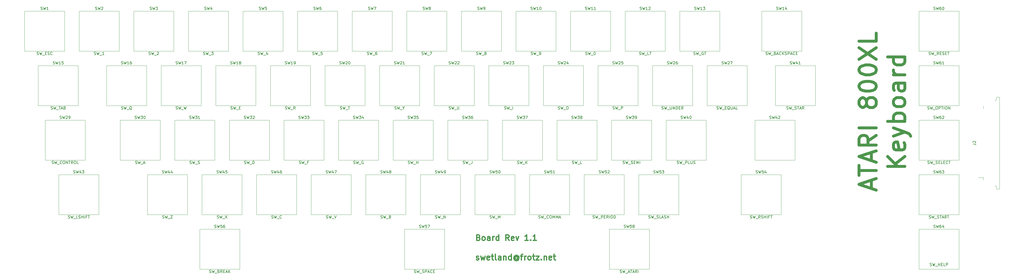
<source format=gto>
G04 #@! TF.GenerationSoftware,KiCad,Pcbnew,5.1.6-c6e7f7d~86~ubuntu18.04.1*
G04 #@! TF.CreationDate,2020-05-27T13:00:31-07:00*
G04 #@! TF.ProjectId,kbd800xl,6b626438-3030-4786-9c2e-6b696361645f,1.0*
G04 #@! TF.SameCoordinates,Original*
G04 #@! TF.FileFunction,Legend,Top*
G04 #@! TF.FilePolarity,Positive*
%FSLAX46Y46*%
G04 Gerber Fmt 4.6, Leading zero omitted, Abs format (unit mm)*
G04 Created by KiCad (PCBNEW 5.1.6-c6e7f7d~86~ubuntu18.04.1) date 2020-05-27 13:00:31*
%MOMM*%
%LPD*%
G01*
G04 APERTURE LIST*
%ADD10C,0.400000*%
%ADD11C,1.000000*%
%ADD12C,0.120000*%
%ADD13C,0.150000*%
G04 APERTURE END LIST*
D10*
X160902857Y-91957142D02*
X161188571Y-92052380D01*
X161283809Y-92147619D01*
X161379047Y-92338095D01*
X161379047Y-92623809D01*
X161283809Y-92814285D01*
X161188571Y-92909523D01*
X160998095Y-93004761D01*
X160236190Y-93004761D01*
X160236190Y-91004761D01*
X160902857Y-91004761D01*
X161093333Y-91100000D01*
X161188571Y-91195238D01*
X161283809Y-91385714D01*
X161283809Y-91576190D01*
X161188571Y-91766666D01*
X161093333Y-91861904D01*
X160902857Y-91957142D01*
X160236190Y-91957142D01*
X162521904Y-93004761D02*
X162331428Y-92909523D01*
X162236190Y-92814285D01*
X162140952Y-92623809D01*
X162140952Y-92052380D01*
X162236190Y-91861904D01*
X162331428Y-91766666D01*
X162521904Y-91671428D01*
X162807619Y-91671428D01*
X162998095Y-91766666D01*
X163093333Y-91861904D01*
X163188571Y-92052380D01*
X163188571Y-92623809D01*
X163093333Y-92814285D01*
X162998095Y-92909523D01*
X162807619Y-93004761D01*
X162521904Y-93004761D01*
X164902857Y-93004761D02*
X164902857Y-91957142D01*
X164807619Y-91766666D01*
X164617142Y-91671428D01*
X164236190Y-91671428D01*
X164045714Y-91766666D01*
X164902857Y-92909523D02*
X164712380Y-93004761D01*
X164236190Y-93004761D01*
X164045714Y-92909523D01*
X163950476Y-92719047D01*
X163950476Y-92528571D01*
X164045714Y-92338095D01*
X164236190Y-92242857D01*
X164712380Y-92242857D01*
X164902857Y-92147619D01*
X165855238Y-93004761D02*
X165855238Y-91671428D01*
X165855238Y-92052380D02*
X165950476Y-91861904D01*
X166045714Y-91766666D01*
X166236190Y-91671428D01*
X166426666Y-91671428D01*
X167950476Y-93004761D02*
X167950476Y-91004761D01*
X167950476Y-92909523D02*
X167760000Y-93004761D01*
X167379047Y-93004761D01*
X167188571Y-92909523D01*
X167093333Y-92814285D01*
X166998095Y-92623809D01*
X166998095Y-92052380D01*
X167093333Y-91861904D01*
X167188571Y-91766666D01*
X167379047Y-91671428D01*
X167760000Y-91671428D01*
X167950476Y-91766666D01*
X171569523Y-93004761D02*
X170902857Y-92052380D01*
X170426666Y-93004761D02*
X170426666Y-91004761D01*
X171188571Y-91004761D01*
X171379047Y-91100000D01*
X171474285Y-91195238D01*
X171569523Y-91385714D01*
X171569523Y-91671428D01*
X171474285Y-91861904D01*
X171379047Y-91957142D01*
X171188571Y-92052380D01*
X170426666Y-92052380D01*
X173188571Y-92909523D02*
X172998095Y-93004761D01*
X172617142Y-93004761D01*
X172426666Y-92909523D01*
X172331428Y-92719047D01*
X172331428Y-91957142D01*
X172426666Y-91766666D01*
X172617142Y-91671428D01*
X172998095Y-91671428D01*
X173188571Y-91766666D01*
X173283809Y-91957142D01*
X173283809Y-92147619D01*
X172331428Y-92338095D01*
X173950476Y-91671428D02*
X174426666Y-93004761D01*
X174902857Y-91671428D01*
X178236190Y-93004761D02*
X177093333Y-93004761D01*
X177664761Y-93004761D02*
X177664761Y-91004761D01*
X177474285Y-91290476D01*
X177283809Y-91480952D01*
X177093333Y-91576190D01*
X179093333Y-92814285D02*
X179188571Y-92909523D01*
X179093333Y-93004761D01*
X178998095Y-92909523D01*
X179093333Y-92814285D01*
X179093333Y-93004761D01*
X181093333Y-93004761D02*
X179950476Y-93004761D01*
X180521904Y-93004761D02*
X180521904Y-91004761D01*
X180331428Y-91290476D01*
X180140952Y-91480952D01*
X179950476Y-91576190D01*
X160140952Y-99709523D02*
X160331428Y-99804761D01*
X160712380Y-99804761D01*
X160902857Y-99709523D01*
X160998095Y-99519047D01*
X160998095Y-99423809D01*
X160902857Y-99233333D01*
X160712380Y-99138095D01*
X160426666Y-99138095D01*
X160236190Y-99042857D01*
X160140952Y-98852380D01*
X160140952Y-98757142D01*
X160236190Y-98566666D01*
X160426666Y-98471428D01*
X160712380Y-98471428D01*
X160902857Y-98566666D01*
X161664761Y-98471428D02*
X162045714Y-99804761D01*
X162426666Y-98852380D01*
X162807619Y-99804761D01*
X163188571Y-98471428D01*
X164712380Y-99709523D02*
X164521904Y-99804761D01*
X164140952Y-99804761D01*
X163950476Y-99709523D01*
X163855238Y-99519047D01*
X163855238Y-98757142D01*
X163950476Y-98566666D01*
X164140952Y-98471428D01*
X164521904Y-98471428D01*
X164712380Y-98566666D01*
X164807619Y-98757142D01*
X164807619Y-98947619D01*
X163855238Y-99138095D01*
X165379047Y-98471428D02*
X166140952Y-98471428D01*
X165664761Y-97804761D02*
X165664761Y-99519047D01*
X165760000Y-99709523D01*
X165950476Y-99804761D01*
X166140952Y-99804761D01*
X167093333Y-99804761D02*
X166902857Y-99709523D01*
X166807619Y-99519047D01*
X166807619Y-97804761D01*
X168712380Y-99804761D02*
X168712380Y-98757142D01*
X168617142Y-98566666D01*
X168426666Y-98471428D01*
X168045714Y-98471428D01*
X167855238Y-98566666D01*
X168712380Y-99709523D02*
X168521904Y-99804761D01*
X168045714Y-99804761D01*
X167855238Y-99709523D01*
X167760000Y-99519047D01*
X167760000Y-99328571D01*
X167855238Y-99138095D01*
X168045714Y-99042857D01*
X168521904Y-99042857D01*
X168712380Y-98947619D01*
X169664761Y-98471428D02*
X169664761Y-99804761D01*
X169664761Y-98661904D02*
X169760000Y-98566666D01*
X169950476Y-98471428D01*
X170236190Y-98471428D01*
X170426666Y-98566666D01*
X170521904Y-98757142D01*
X170521904Y-99804761D01*
X172331428Y-99804761D02*
X172331428Y-97804761D01*
X172331428Y-99709523D02*
X172140952Y-99804761D01*
X171760000Y-99804761D01*
X171569523Y-99709523D01*
X171474285Y-99614285D01*
X171379047Y-99423809D01*
X171379047Y-98852380D01*
X171474285Y-98661904D01*
X171569523Y-98566666D01*
X171760000Y-98471428D01*
X172140952Y-98471428D01*
X172331428Y-98566666D01*
X174521904Y-98852380D02*
X174426666Y-98757142D01*
X174236190Y-98661904D01*
X174045714Y-98661904D01*
X173855238Y-98757142D01*
X173760000Y-98852380D01*
X173664761Y-99042857D01*
X173664761Y-99233333D01*
X173760000Y-99423809D01*
X173855238Y-99519047D01*
X174045714Y-99614285D01*
X174236190Y-99614285D01*
X174426666Y-99519047D01*
X174521904Y-99423809D01*
X174521904Y-98661904D02*
X174521904Y-99423809D01*
X174617142Y-99519047D01*
X174712380Y-99519047D01*
X174902857Y-99423809D01*
X174998095Y-99233333D01*
X174998095Y-98757142D01*
X174807619Y-98471428D01*
X174521904Y-98280952D01*
X174140952Y-98185714D01*
X173760000Y-98280952D01*
X173474285Y-98471428D01*
X173283809Y-98757142D01*
X173188571Y-99138095D01*
X173283809Y-99519047D01*
X173474285Y-99804761D01*
X173760000Y-99995238D01*
X174140952Y-100090476D01*
X174521904Y-99995238D01*
X174807619Y-99804761D01*
X175569523Y-98471428D02*
X176331428Y-98471428D01*
X175855238Y-99804761D02*
X175855238Y-98090476D01*
X175950476Y-97900000D01*
X176140952Y-97804761D01*
X176331428Y-97804761D01*
X176998095Y-99804761D02*
X176998095Y-98471428D01*
X176998095Y-98852380D02*
X177093333Y-98661904D01*
X177188571Y-98566666D01*
X177379047Y-98471428D01*
X177569523Y-98471428D01*
X178521904Y-99804761D02*
X178331428Y-99709523D01*
X178236190Y-99614285D01*
X178140952Y-99423809D01*
X178140952Y-98852380D01*
X178236190Y-98661904D01*
X178331428Y-98566666D01*
X178521904Y-98471428D01*
X178807619Y-98471428D01*
X178998095Y-98566666D01*
X179093333Y-98661904D01*
X179188571Y-98852380D01*
X179188571Y-99423809D01*
X179093333Y-99614285D01*
X178998095Y-99709523D01*
X178807619Y-99804761D01*
X178521904Y-99804761D01*
X179760000Y-98471428D02*
X180521904Y-98471428D01*
X180045714Y-97804761D02*
X180045714Y-99519047D01*
X180140952Y-99709523D01*
X180331428Y-99804761D01*
X180521904Y-99804761D01*
X180998095Y-98471428D02*
X182045714Y-98471428D01*
X180998095Y-99804761D01*
X182045714Y-99804761D01*
X182807619Y-99614285D02*
X182902857Y-99709523D01*
X182807619Y-99804761D01*
X182712380Y-99709523D01*
X182807619Y-99614285D01*
X182807619Y-99804761D01*
X183760000Y-98471428D02*
X183760000Y-99804761D01*
X183760000Y-98661904D02*
X183855238Y-98566666D01*
X184045714Y-98471428D01*
X184331428Y-98471428D01*
X184521904Y-98566666D01*
X184617142Y-98757142D01*
X184617142Y-99804761D01*
X186331428Y-99709523D02*
X186140952Y-99804761D01*
X185760000Y-99804761D01*
X185569523Y-99709523D01*
X185474285Y-99519047D01*
X185474285Y-98757142D01*
X185569523Y-98566666D01*
X185760000Y-98471428D01*
X186140952Y-98471428D01*
X186331428Y-98566666D01*
X186426666Y-98757142D01*
X186426666Y-98947619D01*
X185474285Y-99138095D01*
X186998095Y-98471428D02*
X187760000Y-98471428D01*
X187283809Y-97804761D02*
X187283809Y-99519047D01*
X187379047Y-99709523D01*
X187569523Y-99804761D01*
X187760000Y-99804761D01*
D11*
X298000000Y-74857142D02*
X298000000Y-72000000D01*
X299714285Y-75428571D02*
X293714285Y-73428571D01*
X299714285Y-71428571D01*
X293714285Y-70285714D02*
X293714285Y-66857142D01*
X299714285Y-68571428D02*
X293714285Y-68571428D01*
X298000000Y-65142857D02*
X298000000Y-62285714D01*
X299714285Y-65714285D02*
X293714285Y-63714285D01*
X299714285Y-61714285D01*
X299714285Y-56285714D02*
X296857142Y-58285714D01*
X299714285Y-59714285D02*
X293714285Y-59714285D01*
X293714285Y-57428571D01*
X294000000Y-56857142D01*
X294285714Y-56571428D01*
X294857142Y-56285714D01*
X295714285Y-56285714D01*
X296285714Y-56571428D01*
X296571428Y-56857142D01*
X296857142Y-57428571D01*
X296857142Y-59714285D01*
X299714285Y-53714285D02*
X293714285Y-53714285D01*
X296285714Y-45428571D02*
X296000000Y-46000000D01*
X295714285Y-46285714D01*
X295142857Y-46571428D01*
X294857142Y-46571428D01*
X294285714Y-46285714D01*
X294000000Y-46000000D01*
X293714285Y-45428571D01*
X293714285Y-44285714D01*
X294000000Y-43714285D01*
X294285714Y-43428571D01*
X294857142Y-43142857D01*
X295142857Y-43142857D01*
X295714285Y-43428571D01*
X296000000Y-43714285D01*
X296285714Y-44285714D01*
X296285714Y-45428571D01*
X296571428Y-46000000D01*
X296857142Y-46285714D01*
X297428571Y-46571428D01*
X298571428Y-46571428D01*
X299142857Y-46285714D01*
X299428571Y-46000000D01*
X299714285Y-45428571D01*
X299714285Y-44285714D01*
X299428571Y-43714285D01*
X299142857Y-43428571D01*
X298571428Y-43142857D01*
X297428571Y-43142857D01*
X296857142Y-43428571D01*
X296571428Y-43714285D01*
X296285714Y-44285714D01*
X293714285Y-39428571D02*
X293714285Y-38857142D01*
X294000000Y-38285714D01*
X294285714Y-38000000D01*
X294857142Y-37714285D01*
X296000000Y-37428571D01*
X297428571Y-37428571D01*
X298571428Y-37714285D01*
X299142857Y-38000000D01*
X299428571Y-38285714D01*
X299714285Y-38857142D01*
X299714285Y-39428571D01*
X299428571Y-40000000D01*
X299142857Y-40285714D01*
X298571428Y-40571428D01*
X297428571Y-40857142D01*
X296000000Y-40857142D01*
X294857142Y-40571428D01*
X294285714Y-40285714D01*
X294000000Y-40000000D01*
X293714285Y-39428571D01*
X293714285Y-33714285D02*
X293714285Y-33142857D01*
X294000000Y-32571428D01*
X294285714Y-32285714D01*
X294857142Y-32000000D01*
X296000000Y-31714285D01*
X297428571Y-31714285D01*
X298571428Y-32000000D01*
X299142857Y-32285714D01*
X299428571Y-32571428D01*
X299714285Y-33142857D01*
X299714285Y-33714285D01*
X299428571Y-34285714D01*
X299142857Y-34571428D01*
X298571428Y-34857142D01*
X297428571Y-35142857D01*
X296000000Y-35142857D01*
X294857142Y-34857142D01*
X294285714Y-34571428D01*
X294000000Y-34285714D01*
X293714285Y-33714285D01*
X293714285Y-29714285D02*
X299714285Y-25714285D01*
X293714285Y-25714285D02*
X299714285Y-29714285D01*
X299714285Y-20571428D02*
X299714285Y-23428571D01*
X293714285Y-23428571D01*
X309714285Y-67142857D02*
X303714285Y-67142857D01*
X309714285Y-63714285D02*
X306285714Y-66285714D01*
X303714285Y-63714285D02*
X307142857Y-67142857D01*
X309428571Y-58857142D02*
X309714285Y-59428571D01*
X309714285Y-60571428D01*
X309428571Y-61142857D01*
X308857142Y-61428571D01*
X306571428Y-61428571D01*
X306000000Y-61142857D01*
X305714285Y-60571428D01*
X305714285Y-59428571D01*
X306000000Y-58857142D01*
X306571428Y-58571428D01*
X307142857Y-58571428D01*
X307714285Y-61428571D01*
X305714285Y-56571428D02*
X309714285Y-55142857D01*
X305714285Y-53714285D02*
X309714285Y-55142857D01*
X311142857Y-55714285D01*
X311428571Y-55999999D01*
X311714285Y-56571428D01*
X309714285Y-51428571D02*
X303714285Y-51428571D01*
X306000000Y-51428571D02*
X305714285Y-50857142D01*
X305714285Y-49714285D01*
X306000000Y-49142857D01*
X306285714Y-48857142D01*
X306857142Y-48571428D01*
X308571428Y-48571428D01*
X309142857Y-48857142D01*
X309428571Y-49142857D01*
X309714285Y-49714285D01*
X309714285Y-50857142D01*
X309428571Y-51428571D01*
X309714285Y-45142857D02*
X309428571Y-45714285D01*
X309142857Y-45999999D01*
X308571428Y-46285714D01*
X306857142Y-46285714D01*
X306285714Y-45999999D01*
X306000000Y-45714285D01*
X305714285Y-45142857D01*
X305714285Y-44285714D01*
X306000000Y-43714285D01*
X306285714Y-43428571D01*
X306857142Y-43142857D01*
X308571428Y-43142857D01*
X309142857Y-43428571D01*
X309428571Y-43714285D01*
X309714285Y-44285714D01*
X309714285Y-45142857D01*
X309714285Y-37999999D02*
X306571428Y-37999999D01*
X306000000Y-38285714D01*
X305714285Y-38857142D01*
X305714285Y-39999999D01*
X306000000Y-40571428D01*
X309428571Y-37999999D02*
X309714285Y-38571428D01*
X309714285Y-39999999D01*
X309428571Y-40571428D01*
X308857142Y-40857142D01*
X308285714Y-40857142D01*
X307714285Y-40571428D01*
X307428571Y-39999999D01*
X307428571Y-38571428D01*
X307142857Y-37999999D01*
X309714285Y-35142857D02*
X305714285Y-35142857D01*
X306857142Y-35142857D02*
X306285714Y-34857142D01*
X306000000Y-34571428D01*
X305714285Y-33999999D01*
X305714285Y-33428571D01*
X309714285Y-28857142D02*
X303714285Y-28857142D01*
X309428571Y-28857142D02*
X309714285Y-29428571D01*
X309714285Y-30571428D01*
X309428571Y-31142857D01*
X309142857Y-31428571D01*
X308571428Y-31714285D01*
X306857142Y-31714285D01*
X306285714Y-31428571D01*
X306000000Y-31142857D01*
X305714285Y-30571428D01*
X305714285Y-29428571D01*
X306000000Y-28857142D01*
D12*
X140652500Y-70008750D02*
X154622500Y-70008750D01*
X154622500Y-70008750D02*
X154622500Y-83978750D01*
X154622500Y-83978750D02*
X140652500Y-83978750D01*
X140652500Y-83978750D02*
X140652500Y-70008750D01*
X257333750Y-50958750D02*
X271303750Y-50958750D01*
X271303750Y-50958750D02*
X271303750Y-64928750D01*
X271303750Y-64928750D02*
X257333750Y-64928750D01*
X257333750Y-64928750D02*
X257333750Y-50958750D01*
X252571250Y-70008750D02*
X266541250Y-70008750D01*
X266541250Y-70008750D02*
X266541250Y-83978750D01*
X266541250Y-83978750D02*
X252571250Y-83978750D01*
X252571250Y-83978750D02*
X252571250Y-70008750D01*
X14446250Y-70008750D02*
X28416250Y-70008750D01*
X28416250Y-70008750D02*
X28416250Y-83978750D01*
X28416250Y-83978750D02*
X14446250Y-83978750D01*
X14446250Y-83978750D02*
X14446250Y-70008750D01*
X264477500Y-31908750D02*
X278447500Y-31908750D01*
X278447500Y-31908750D02*
X278447500Y-45878750D01*
X278447500Y-45878750D02*
X264477500Y-45878750D01*
X264477500Y-45878750D02*
X264477500Y-31908750D01*
X259715000Y-12858750D02*
X273685000Y-12858750D01*
X273685000Y-12858750D02*
X273685000Y-26828750D01*
X273685000Y-26828750D02*
X259715000Y-26828750D01*
X259715000Y-26828750D02*
X259715000Y-12858750D01*
X314571250Y-50958750D02*
X328541250Y-50958750D01*
X328541250Y-50958750D02*
X328541250Y-64928750D01*
X328541250Y-64928750D02*
X314571250Y-64928750D01*
X314571250Y-64928750D02*
X314571250Y-50958750D01*
X337090000Y-46935000D02*
X337090000Y-46110000D01*
X337090000Y-71065000D02*
X335290000Y-71065000D01*
X337090000Y-71890000D02*
X337090000Y-71065000D01*
X341600000Y-74045000D02*
X341060000Y-74045000D01*
X341600000Y-75070000D02*
X341600000Y-74045000D01*
X342710000Y-75070000D02*
X341600000Y-75070000D01*
X342710000Y-42930000D02*
X342710000Y-75070000D01*
X341600000Y-42930000D02*
X342710000Y-42930000D01*
X341600000Y-43955000D02*
X341600000Y-42930000D01*
X341060000Y-43955000D02*
X341600000Y-43955000D01*
X314571250Y-89058750D02*
X328541250Y-89058750D01*
X328541250Y-89058750D02*
X328541250Y-103028750D01*
X328541250Y-103028750D02*
X314571250Y-103028750D01*
X314571250Y-103028750D02*
X314571250Y-89058750D01*
X314571250Y-70008750D02*
X328541250Y-70008750D01*
X328541250Y-70008750D02*
X328541250Y-83978750D01*
X328541250Y-83978750D02*
X314571250Y-83978750D01*
X314571250Y-83978750D02*
X314571250Y-70008750D01*
X314571250Y-31908750D02*
X328541250Y-31908750D01*
X328541250Y-31908750D02*
X328541250Y-45878750D01*
X328541250Y-45878750D02*
X314571250Y-45878750D01*
X314571250Y-45878750D02*
X314571250Y-31908750D01*
X314571250Y-12858750D02*
X328541250Y-12858750D01*
X328541250Y-12858750D02*
X328541250Y-26828750D01*
X328541250Y-26828750D02*
X314571250Y-26828750D01*
X314571250Y-26828750D02*
X314571250Y-12858750D01*
X206533750Y-89058750D02*
X220503750Y-89058750D01*
X220503750Y-89058750D02*
X220503750Y-103028750D01*
X220503750Y-103028750D02*
X206533750Y-103028750D01*
X206533750Y-103028750D02*
X206533750Y-89058750D01*
X63658750Y-89058750D02*
X77628750Y-89058750D01*
X77628750Y-89058750D02*
X77628750Y-103028750D01*
X77628750Y-103028750D02*
X63658750Y-103028750D01*
X63658750Y-103028750D02*
X63658750Y-89058750D01*
X135096250Y-89058750D02*
X149066250Y-89058750D01*
X149066250Y-89058750D02*
X149066250Y-103028750D01*
X149066250Y-103028750D02*
X135096250Y-103028750D01*
X135096250Y-103028750D02*
X135096250Y-89058750D01*
X216852500Y-70008750D02*
X230822500Y-70008750D01*
X230822500Y-70008750D02*
X230822500Y-83978750D01*
X230822500Y-83978750D02*
X216852500Y-83978750D01*
X216852500Y-83978750D02*
X216852500Y-70008750D01*
X197802500Y-70008750D02*
X211772500Y-70008750D01*
X211772500Y-70008750D02*
X211772500Y-83978750D01*
X211772500Y-83978750D02*
X197802500Y-83978750D01*
X197802500Y-83978750D02*
X197802500Y-70008750D01*
X178752500Y-70008750D02*
X192722500Y-70008750D01*
X192722500Y-70008750D02*
X192722500Y-83978750D01*
X192722500Y-83978750D02*
X178752500Y-83978750D01*
X178752500Y-83978750D02*
X178752500Y-70008750D01*
X159702500Y-70008750D02*
X173672500Y-70008750D01*
X173672500Y-70008750D02*
X173672500Y-83978750D01*
X173672500Y-83978750D02*
X159702500Y-83978750D01*
X159702500Y-83978750D02*
X159702500Y-70008750D01*
X121602500Y-70008750D02*
X135572500Y-70008750D01*
X135572500Y-70008750D02*
X135572500Y-83978750D01*
X135572500Y-83978750D02*
X121602500Y-83978750D01*
X121602500Y-83978750D02*
X121602500Y-70008750D01*
X102552500Y-70008750D02*
X116522500Y-70008750D01*
X116522500Y-70008750D02*
X116522500Y-83978750D01*
X116522500Y-83978750D02*
X102552500Y-83978750D01*
X102552500Y-83978750D02*
X102552500Y-70008750D01*
X83502500Y-70008750D02*
X97472500Y-70008750D01*
X97472500Y-70008750D02*
X97472500Y-83978750D01*
X97472500Y-83978750D02*
X83502500Y-83978750D01*
X83502500Y-83978750D02*
X83502500Y-70008750D01*
X64452500Y-70008750D02*
X78422500Y-70008750D01*
X78422500Y-70008750D02*
X78422500Y-83978750D01*
X78422500Y-83978750D02*
X64452500Y-83978750D01*
X64452500Y-83978750D02*
X64452500Y-70008750D01*
X45402500Y-70008750D02*
X59372500Y-70008750D01*
X59372500Y-70008750D02*
X59372500Y-83978750D01*
X59372500Y-83978750D02*
X45402500Y-83978750D01*
X45402500Y-83978750D02*
X45402500Y-70008750D01*
X226377500Y-50958750D02*
X240347500Y-50958750D01*
X240347500Y-50958750D02*
X240347500Y-64928750D01*
X240347500Y-64928750D02*
X226377500Y-64928750D01*
X226377500Y-64928750D02*
X226377500Y-50958750D01*
X207327500Y-50958750D02*
X221297500Y-50958750D01*
X221297500Y-50958750D02*
X221297500Y-64928750D01*
X221297500Y-64928750D02*
X207327500Y-64928750D01*
X207327500Y-64928750D02*
X207327500Y-50958750D01*
X188277500Y-50958750D02*
X202247500Y-50958750D01*
X202247500Y-50958750D02*
X202247500Y-64928750D01*
X202247500Y-64928750D02*
X188277500Y-64928750D01*
X188277500Y-64928750D02*
X188277500Y-50958750D01*
X169227500Y-50958750D02*
X183197500Y-50958750D01*
X183197500Y-50958750D02*
X183197500Y-64928750D01*
X183197500Y-64928750D02*
X169227500Y-64928750D01*
X169227500Y-64928750D02*
X169227500Y-50958750D01*
X150177500Y-50958750D02*
X164147500Y-50958750D01*
X164147500Y-50958750D02*
X164147500Y-64928750D01*
X164147500Y-64928750D02*
X150177500Y-64928750D01*
X150177500Y-64928750D02*
X150177500Y-50958750D01*
X131127500Y-50958750D02*
X145097500Y-50958750D01*
X145097500Y-50958750D02*
X145097500Y-64928750D01*
X145097500Y-64928750D02*
X131127500Y-64928750D01*
X131127500Y-64928750D02*
X131127500Y-50958750D01*
X112077500Y-50958750D02*
X126047500Y-50958750D01*
X126047500Y-50958750D02*
X126047500Y-64928750D01*
X126047500Y-64928750D02*
X112077500Y-64928750D01*
X112077500Y-64928750D02*
X112077500Y-50958750D01*
X93027500Y-50958750D02*
X106997500Y-50958750D01*
X106997500Y-50958750D02*
X106997500Y-64928750D01*
X106997500Y-64928750D02*
X93027500Y-64928750D01*
X93027500Y-64928750D02*
X93027500Y-50958750D01*
X73977500Y-50958750D02*
X87947500Y-50958750D01*
X87947500Y-50958750D02*
X87947500Y-64928750D01*
X87947500Y-64928750D02*
X73977500Y-64928750D01*
X73977500Y-64928750D02*
X73977500Y-50958750D01*
X54927500Y-50958750D02*
X68897500Y-50958750D01*
X68897500Y-50958750D02*
X68897500Y-64928750D01*
X68897500Y-64928750D02*
X54927500Y-64928750D01*
X54927500Y-64928750D02*
X54927500Y-50958750D01*
X35877500Y-50958750D02*
X49847500Y-50958750D01*
X49847500Y-50958750D02*
X49847500Y-64928750D01*
X49847500Y-64928750D02*
X35877500Y-64928750D01*
X35877500Y-64928750D02*
X35877500Y-50958750D01*
X9683750Y-50958750D02*
X23653750Y-50958750D01*
X23653750Y-50958750D02*
X23653750Y-64928750D01*
X23653750Y-64928750D02*
X9683750Y-64928750D01*
X9683750Y-64928750D02*
X9683750Y-50958750D01*
X7302500Y-31908750D02*
X21272500Y-31908750D01*
X21272500Y-31908750D02*
X21272500Y-45878750D01*
X21272500Y-45878750D02*
X7302500Y-45878750D01*
X7302500Y-45878750D02*
X7302500Y-31908750D01*
X2540000Y-12858750D02*
X16510000Y-12858750D01*
X16510000Y-12858750D02*
X16510000Y-26828750D01*
X16510000Y-26828750D02*
X2540000Y-26828750D01*
X2540000Y-26828750D02*
X2540000Y-12858750D01*
X240665000Y-31908750D02*
X254635000Y-31908750D01*
X254635000Y-31908750D02*
X254635000Y-45878750D01*
X254635000Y-45878750D02*
X240665000Y-45878750D01*
X240665000Y-45878750D02*
X240665000Y-31908750D01*
X221615000Y-31908750D02*
X235585000Y-31908750D01*
X235585000Y-31908750D02*
X235585000Y-45878750D01*
X235585000Y-45878750D02*
X221615000Y-45878750D01*
X221615000Y-45878750D02*
X221615000Y-31908750D01*
X202565000Y-31908750D02*
X216535000Y-31908750D01*
X216535000Y-31908750D02*
X216535000Y-45878750D01*
X216535000Y-45878750D02*
X202565000Y-45878750D01*
X202565000Y-45878750D02*
X202565000Y-31908750D01*
X183515000Y-31908750D02*
X197485000Y-31908750D01*
X197485000Y-31908750D02*
X197485000Y-45878750D01*
X197485000Y-45878750D02*
X183515000Y-45878750D01*
X183515000Y-45878750D02*
X183515000Y-31908750D01*
X164465000Y-31908750D02*
X178435000Y-31908750D01*
X178435000Y-31908750D02*
X178435000Y-45878750D01*
X178435000Y-45878750D02*
X164465000Y-45878750D01*
X164465000Y-45878750D02*
X164465000Y-31908750D01*
X145415000Y-31908750D02*
X159385000Y-31908750D01*
X159385000Y-31908750D02*
X159385000Y-45878750D01*
X159385000Y-45878750D02*
X145415000Y-45878750D01*
X145415000Y-45878750D02*
X145415000Y-31908750D01*
X126365000Y-31908750D02*
X140335000Y-31908750D01*
X140335000Y-31908750D02*
X140335000Y-45878750D01*
X140335000Y-45878750D02*
X126365000Y-45878750D01*
X126365000Y-45878750D02*
X126365000Y-31908750D01*
X107315000Y-31908750D02*
X121285000Y-31908750D01*
X121285000Y-31908750D02*
X121285000Y-45878750D01*
X121285000Y-45878750D02*
X107315000Y-45878750D01*
X107315000Y-45878750D02*
X107315000Y-31908750D01*
X88265000Y-31908750D02*
X102235000Y-31908750D01*
X102235000Y-31908750D02*
X102235000Y-45878750D01*
X102235000Y-45878750D02*
X88265000Y-45878750D01*
X88265000Y-45878750D02*
X88265000Y-31908750D01*
X69215000Y-31908750D02*
X83185000Y-31908750D01*
X83185000Y-31908750D02*
X83185000Y-45878750D01*
X83185000Y-45878750D02*
X69215000Y-45878750D01*
X69215000Y-45878750D02*
X69215000Y-31908750D01*
X50165000Y-31908750D02*
X64135000Y-31908750D01*
X64135000Y-31908750D02*
X64135000Y-45878750D01*
X64135000Y-45878750D02*
X50165000Y-45878750D01*
X50165000Y-45878750D02*
X50165000Y-31908750D01*
X31115000Y-31908750D02*
X45085000Y-31908750D01*
X45085000Y-31908750D02*
X45085000Y-45878750D01*
X45085000Y-45878750D02*
X31115000Y-45878750D01*
X31115000Y-45878750D02*
X31115000Y-31908750D01*
X231140000Y-12858750D02*
X245110000Y-12858750D01*
X245110000Y-12858750D02*
X245110000Y-26828750D01*
X245110000Y-26828750D02*
X231140000Y-26828750D01*
X231140000Y-26828750D02*
X231140000Y-12858750D01*
X212090000Y-12858750D02*
X226060000Y-12858750D01*
X226060000Y-12858750D02*
X226060000Y-26828750D01*
X226060000Y-26828750D02*
X212090000Y-26828750D01*
X212090000Y-26828750D02*
X212090000Y-12858750D01*
X193040000Y-12858750D02*
X207010000Y-12858750D01*
X207010000Y-12858750D02*
X207010000Y-26828750D01*
X207010000Y-26828750D02*
X193040000Y-26828750D01*
X193040000Y-26828750D02*
X193040000Y-12858750D01*
X173990000Y-12858750D02*
X187960000Y-12858750D01*
X187960000Y-12858750D02*
X187960000Y-26828750D01*
X187960000Y-26828750D02*
X173990000Y-26828750D01*
X173990000Y-26828750D02*
X173990000Y-12858750D01*
X154940000Y-12858750D02*
X168910000Y-12858750D01*
X168910000Y-12858750D02*
X168910000Y-26828750D01*
X168910000Y-26828750D02*
X154940000Y-26828750D01*
X154940000Y-26828750D02*
X154940000Y-12858750D01*
X135890000Y-12858750D02*
X149860000Y-12858750D01*
X149860000Y-12858750D02*
X149860000Y-26828750D01*
X149860000Y-26828750D02*
X135890000Y-26828750D01*
X135890000Y-26828750D02*
X135890000Y-12858750D01*
X116840000Y-12858750D02*
X130810000Y-12858750D01*
X130810000Y-12858750D02*
X130810000Y-26828750D01*
X130810000Y-26828750D02*
X116840000Y-26828750D01*
X116840000Y-26828750D02*
X116840000Y-12858750D01*
X97790000Y-12858750D02*
X111760000Y-12858750D01*
X111760000Y-12858750D02*
X111760000Y-26828750D01*
X111760000Y-26828750D02*
X97790000Y-26828750D01*
X97790000Y-26828750D02*
X97790000Y-12858750D01*
X78740000Y-12858750D02*
X92710000Y-12858750D01*
X92710000Y-12858750D02*
X92710000Y-26828750D01*
X92710000Y-26828750D02*
X78740000Y-26828750D01*
X78740000Y-26828750D02*
X78740000Y-12858750D01*
X59690000Y-12858750D02*
X73660000Y-12858750D01*
X73660000Y-12858750D02*
X73660000Y-26828750D01*
X73660000Y-26828750D02*
X59690000Y-26828750D01*
X59690000Y-26828750D02*
X59690000Y-12858750D01*
X40640000Y-12858750D02*
X54610000Y-12858750D01*
X54610000Y-12858750D02*
X54610000Y-26828750D01*
X54610000Y-26828750D02*
X40640000Y-26828750D01*
X40640000Y-26828750D02*
X40640000Y-12858750D01*
X21590000Y-12858750D02*
X35560000Y-12858750D01*
X35560000Y-12858750D02*
X35560000Y-26828750D01*
X35560000Y-26828750D02*
X21590000Y-26828750D01*
X21590000Y-26828750D02*
X21590000Y-12858750D01*
D13*
X145827976Y-69524511D02*
X145970833Y-69572130D01*
X146208928Y-69572130D01*
X146304166Y-69524511D01*
X146351785Y-69476892D01*
X146399404Y-69381654D01*
X146399404Y-69286416D01*
X146351785Y-69191178D01*
X146304166Y-69143559D01*
X146208928Y-69095940D01*
X146018452Y-69048321D01*
X145923214Y-69000702D01*
X145875595Y-68953083D01*
X145827976Y-68857845D01*
X145827976Y-68762607D01*
X145875595Y-68667369D01*
X145923214Y-68619750D01*
X146018452Y-68572130D01*
X146256547Y-68572130D01*
X146399404Y-68619750D01*
X146732738Y-68572130D02*
X146970833Y-69572130D01*
X147161309Y-68857845D01*
X147351785Y-69572130D01*
X147589880Y-68572130D01*
X148399404Y-68905464D02*
X148399404Y-69572130D01*
X148161309Y-68524511D02*
X147923214Y-69238797D01*
X148542261Y-69238797D01*
X148970833Y-69572130D02*
X149161309Y-69572130D01*
X149256547Y-69524511D01*
X149304166Y-69476892D01*
X149399404Y-69334035D01*
X149447023Y-69143559D01*
X149447023Y-68762607D01*
X149399404Y-68667369D01*
X149351785Y-68619750D01*
X149256547Y-68572130D01*
X149066071Y-68572130D01*
X148970833Y-68619750D01*
X148923214Y-68667369D01*
X148875595Y-68762607D01*
X148875595Y-69000702D01*
X148923214Y-69095940D01*
X148970833Y-69143559D01*
X149066071Y-69191178D01*
X149256547Y-69191178D01*
X149351785Y-69143559D01*
X149399404Y-69095940D01*
X149447023Y-69000702D01*
X145875595Y-85272511D02*
X146018452Y-85320130D01*
X146256547Y-85320130D01*
X146351785Y-85272511D01*
X146399404Y-85224892D01*
X146447023Y-85129654D01*
X146447023Y-85034416D01*
X146399404Y-84939178D01*
X146351785Y-84891559D01*
X146256547Y-84843940D01*
X146066071Y-84796321D01*
X145970833Y-84748702D01*
X145923214Y-84701083D01*
X145875595Y-84605845D01*
X145875595Y-84510607D01*
X145923214Y-84415369D01*
X145970833Y-84367750D01*
X146066071Y-84320130D01*
X146304166Y-84320130D01*
X146447023Y-84367750D01*
X146780357Y-84320130D02*
X147018452Y-85320130D01*
X147208928Y-84605845D01*
X147399404Y-85320130D01*
X147637500Y-84320130D01*
X147780357Y-85415369D02*
X148542261Y-85415369D01*
X148780357Y-85320130D02*
X148780357Y-84320130D01*
X149351785Y-85320130D01*
X149351785Y-84320130D01*
X262509226Y-50474511D02*
X262652083Y-50522130D01*
X262890178Y-50522130D01*
X262985416Y-50474511D01*
X263033035Y-50426892D01*
X263080654Y-50331654D01*
X263080654Y-50236416D01*
X263033035Y-50141178D01*
X262985416Y-50093559D01*
X262890178Y-50045940D01*
X262699702Y-49998321D01*
X262604464Y-49950702D01*
X262556845Y-49903083D01*
X262509226Y-49807845D01*
X262509226Y-49712607D01*
X262556845Y-49617369D01*
X262604464Y-49569750D01*
X262699702Y-49522130D01*
X262937797Y-49522130D01*
X263080654Y-49569750D01*
X263413988Y-49522130D02*
X263652083Y-50522130D01*
X263842559Y-49807845D01*
X264033035Y-50522130D01*
X264271130Y-49522130D01*
X265080654Y-49855464D02*
X265080654Y-50522130D01*
X264842559Y-49474511D02*
X264604464Y-50188797D01*
X265223511Y-50188797D01*
X265556845Y-49617369D02*
X265604464Y-49569750D01*
X265699702Y-49522130D01*
X265937797Y-49522130D01*
X266033035Y-49569750D01*
X266080654Y-49617369D01*
X266128273Y-49712607D01*
X266128273Y-49807845D01*
X266080654Y-49950702D01*
X265509226Y-50522130D01*
X266128273Y-50522130D01*
X257746726Y-69524511D02*
X257889583Y-69572130D01*
X258127678Y-69572130D01*
X258222916Y-69524511D01*
X258270535Y-69476892D01*
X258318154Y-69381654D01*
X258318154Y-69286416D01*
X258270535Y-69191178D01*
X258222916Y-69143559D01*
X258127678Y-69095940D01*
X257937202Y-69048321D01*
X257841964Y-69000702D01*
X257794345Y-68953083D01*
X257746726Y-68857845D01*
X257746726Y-68762607D01*
X257794345Y-68667369D01*
X257841964Y-68619750D01*
X257937202Y-68572130D01*
X258175297Y-68572130D01*
X258318154Y-68619750D01*
X258651488Y-68572130D02*
X258889583Y-69572130D01*
X259080059Y-68857845D01*
X259270535Y-69572130D01*
X259508630Y-68572130D01*
X260365773Y-68572130D02*
X259889583Y-68572130D01*
X259841964Y-69048321D01*
X259889583Y-69000702D01*
X259984821Y-68953083D01*
X260222916Y-68953083D01*
X260318154Y-69000702D01*
X260365773Y-69048321D01*
X260413392Y-69143559D01*
X260413392Y-69381654D01*
X260365773Y-69476892D01*
X260318154Y-69524511D01*
X260222916Y-69572130D01*
X259984821Y-69572130D01*
X259889583Y-69524511D01*
X259841964Y-69476892D01*
X261270535Y-68905464D02*
X261270535Y-69572130D01*
X261032440Y-68524511D02*
X260794345Y-69238797D01*
X261413392Y-69238797D01*
X255770535Y-85272511D02*
X255913392Y-85320130D01*
X256151488Y-85320130D01*
X256246726Y-85272511D01*
X256294345Y-85224892D01*
X256341964Y-85129654D01*
X256341964Y-85034416D01*
X256294345Y-84939178D01*
X256246726Y-84891559D01*
X256151488Y-84843940D01*
X255961011Y-84796321D01*
X255865773Y-84748702D01*
X255818154Y-84701083D01*
X255770535Y-84605845D01*
X255770535Y-84510607D01*
X255818154Y-84415369D01*
X255865773Y-84367750D01*
X255961011Y-84320130D01*
X256199107Y-84320130D01*
X256341964Y-84367750D01*
X256675297Y-84320130D02*
X256913392Y-85320130D01*
X257103869Y-84605845D01*
X257294345Y-85320130D01*
X257532440Y-84320130D01*
X257675297Y-85415369D02*
X258437202Y-85415369D01*
X259246726Y-85320130D02*
X258913392Y-84843940D01*
X258675297Y-85320130D02*
X258675297Y-84320130D01*
X259056250Y-84320130D01*
X259151488Y-84367750D01*
X259199107Y-84415369D01*
X259246726Y-84510607D01*
X259246726Y-84653464D01*
X259199107Y-84748702D01*
X259151488Y-84796321D01*
X259056250Y-84843940D01*
X258675297Y-84843940D01*
X259627678Y-85272511D02*
X259770535Y-85320130D01*
X260008630Y-85320130D01*
X260103869Y-85272511D01*
X260151488Y-85224892D01*
X260199107Y-85129654D01*
X260199107Y-85034416D01*
X260151488Y-84939178D01*
X260103869Y-84891559D01*
X260008630Y-84843940D01*
X259818154Y-84796321D01*
X259722916Y-84748702D01*
X259675297Y-84701083D01*
X259627678Y-84605845D01*
X259627678Y-84510607D01*
X259675297Y-84415369D01*
X259722916Y-84367750D01*
X259818154Y-84320130D01*
X260056250Y-84320130D01*
X260199107Y-84367750D01*
X260627678Y-85320130D02*
X260627678Y-84320130D01*
X260627678Y-84796321D02*
X261199107Y-84796321D01*
X261199107Y-85320130D02*
X261199107Y-84320130D01*
X261675297Y-85320130D02*
X261675297Y-84320130D01*
X262484821Y-84796321D02*
X262151488Y-84796321D01*
X262151488Y-85320130D02*
X262151488Y-84320130D01*
X262627678Y-84320130D01*
X262865773Y-84320130D02*
X263437202Y-84320130D01*
X263151488Y-85320130D02*
X263151488Y-84320130D01*
X19621726Y-69524511D02*
X19764583Y-69572130D01*
X20002678Y-69572130D01*
X20097916Y-69524511D01*
X20145535Y-69476892D01*
X20193154Y-69381654D01*
X20193154Y-69286416D01*
X20145535Y-69191178D01*
X20097916Y-69143559D01*
X20002678Y-69095940D01*
X19812202Y-69048321D01*
X19716964Y-69000702D01*
X19669345Y-68953083D01*
X19621726Y-68857845D01*
X19621726Y-68762607D01*
X19669345Y-68667369D01*
X19716964Y-68619750D01*
X19812202Y-68572130D01*
X20050297Y-68572130D01*
X20193154Y-68619750D01*
X20526488Y-68572130D02*
X20764583Y-69572130D01*
X20955059Y-68857845D01*
X21145535Y-69572130D01*
X21383630Y-68572130D01*
X22193154Y-68905464D02*
X22193154Y-69572130D01*
X21955059Y-68524511D02*
X21716964Y-69238797D01*
X22336011Y-69238797D01*
X22621726Y-68572130D02*
X23240773Y-68572130D01*
X22907440Y-68953083D01*
X23050297Y-68953083D01*
X23145535Y-69000702D01*
X23193154Y-69048321D01*
X23240773Y-69143559D01*
X23240773Y-69381654D01*
X23193154Y-69476892D01*
X23145535Y-69524511D01*
X23050297Y-69572130D01*
X22764583Y-69572130D01*
X22669345Y-69524511D01*
X22621726Y-69476892D01*
X17740773Y-85272511D02*
X17883630Y-85320130D01*
X18121726Y-85320130D01*
X18216964Y-85272511D01*
X18264583Y-85224892D01*
X18312202Y-85129654D01*
X18312202Y-85034416D01*
X18264583Y-84939178D01*
X18216964Y-84891559D01*
X18121726Y-84843940D01*
X17931250Y-84796321D01*
X17836011Y-84748702D01*
X17788392Y-84701083D01*
X17740773Y-84605845D01*
X17740773Y-84510607D01*
X17788392Y-84415369D01*
X17836011Y-84367750D01*
X17931250Y-84320130D01*
X18169345Y-84320130D01*
X18312202Y-84367750D01*
X18645535Y-84320130D02*
X18883630Y-85320130D01*
X19074107Y-84605845D01*
X19264583Y-85320130D01*
X19502678Y-84320130D01*
X19645535Y-85415369D02*
X20407440Y-85415369D01*
X21121726Y-85320130D02*
X20645535Y-85320130D01*
X20645535Y-84320130D01*
X21407440Y-85272511D02*
X21550297Y-85320130D01*
X21788392Y-85320130D01*
X21883630Y-85272511D01*
X21931250Y-85224892D01*
X21978869Y-85129654D01*
X21978869Y-85034416D01*
X21931250Y-84939178D01*
X21883630Y-84891559D01*
X21788392Y-84843940D01*
X21597916Y-84796321D01*
X21502678Y-84748702D01*
X21455059Y-84701083D01*
X21407440Y-84605845D01*
X21407440Y-84510607D01*
X21455059Y-84415369D01*
X21502678Y-84367750D01*
X21597916Y-84320130D01*
X21836011Y-84320130D01*
X21978869Y-84367750D01*
X22407440Y-85320130D02*
X22407440Y-84320130D01*
X22407440Y-84796321D02*
X22978869Y-84796321D01*
X22978869Y-85320130D02*
X22978869Y-84320130D01*
X23455059Y-85320130D02*
X23455059Y-84320130D01*
X24264583Y-84796321D02*
X23931250Y-84796321D01*
X23931250Y-85320130D02*
X23931250Y-84320130D01*
X24407440Y-84320130D01*
X24645535Y-84320130D02*
X25216964Y-84320130D01*
X24931250Y-85320130D02*
X24931250Y-84320130D01*
X269652976Y-31424511D02*
X269795833Y-31472130D01*
X270033928Y-31472130D01*
X270129166Y-31424511D01*
X270176785Y-31376892D01*
X270224404Y-31281654D01*
X270224404Y-31186416D01*
X270176785Y-31091178D01*
X270129166Y-31043559D01*
X270033928Y-30995940D01*
X269843452Y-30948321D01*
X269748214Y-30900702D01*
X269700595Y-30853083D01*
X269652976Y-30757845D01*
X269652976Y-30662607D01*
X269700595Y-30567369D01*
X269748214Y-30519750D01*
X269843452Y-30472130D01*
X270081547Y-30472130D01*
X270224404Y-30519750D01*
X270557738Y-30472130D02*
X270795833Y-31472130D01*
X270986309Y-30757845D01*
X271176785Y-31472130D01*
X271414880Y-30472130D01*
X272224404Y-30805464D02*
X272224404Y-31472130D01*
X271986309Y-30424511D02*
X271748214Y-31138797D01*
X272367261Y-31138797D01*
X273272023Y-31472130D02*
X272700595Y-31472130D01*
X272986309Y-31472130D02*
X272986309Y-30472130D01*
X272891071Y-30614988D01*
X272795833Y-30710226D01*
X272700595Y-30757845D01*
X268438690Y-47172511D02*
X268581547Y-47220130D01*
X268819642Y-47220130D01*
X268914880Y-47172511D01*
X268962500Y-47124892D01*
X269010119Y-47029654D01*
X269010119Y-46934416D01*
X268962500Y-46839178D01*
X268914880Y-46791559D01*
X268819642Y-46743940D01*
X268629166Y-46696321D01*
X268533928Y-46648702D01*
X268486309Y-46601083D01*
X268438690Y-46505845D01*
X268438690Y-46410607D01*
X268486309Y-46315369D01*
X268533928Y-46267750D01*
X268629166Y-46220130D01*
X268867261Y-46220130D01*
X269010119Y-46267750D01*
X269343452Y-46220130D02*
X269581547Y-47220130D01*
X269772023Y-46505845D01*
X269962500Y-47220130D01*
X270200595Y-46220130D01*
X270343452Y-47315369D02*
X271105357Y-47315369D01*
X271295833Y-47172511D02*
X271438690Y-47220130D01*
X271676785Y-47220130D01*
X271772023Y-47172511D01*
X271819642Y-47124892D01*
X271867261Y-47029654D01*
X271867261Y-46934416D01*
X271819642Y-46839178D01*
X271772023Y-46791559D01*
X271676785Y-46743940D01*
X271486309Y-46696321D01*
X271391071Y-46648702D01*
X271343452Y-46601083D01*
X271295833Y-46505845D01*
X271295833Y-46410607D01*
X271343452Y-46315369D01*
X271391071Y-46267750D01*
X271486309Y-46220130D01*
X271724404Y-46220130D01*
X271867261Y-46267750D01*
X272152976Y-46220130D02*
X272724404Y-46220130D01*
X272438690Y-47220130D02*
X272438690Y-46220130D01*
X273010119Y-46934416D02*
X273486309Y-46934416D01*
X272914880Y-47220130D02*
X273248214Y-46220130D01*
X273581547Y-47220130D01*
X274486309Y-47220130D02*
X274152976Y-46743940D01*
X273914880Y-47220130D02*
X273914880Y-46220130D01*
X274295833Y-46220130D01*
X274391071Y-46267750D01*
X274438690Y-46315369D01*
X274486309Y-46410607D01*
X274486309Y-46553464D01*
X274438690Y-46648702D01*
X274391071Y-46696321D01*
X274295833Y-46743940D01*
X273914880Y-46743940D01*
X264890476Y-12374511D02*
X265033333Y-12422130D01*
X265271428Y-12422130D01*
X265366666Y-12374511D01*
X265414285Y-12326892D01*
X265461904Y-12231654D01*
X265461904Y-12136416D01*
X265414285Y-12041178D01*
X265366666Y-11993559D01*
X265271428Y-11945940D01*
X265080952Y-11898321D01*
X264985714Y-11850702D01*
X264938095Y-11803083D01*
X264890476Y-11707845D01*
X264890476Y-11612607D01*
X264938095Y-11517369D01*
X264985714Y-11469750D01*
X265080952Y-11422130D01*
X265319047Y-11422130D01*
X265461904Y-11469750D01*
X265795238Y-11422130D02*
X266033333Y-12422130D01*
X266223809Y-11707845D01*
X266414285Y-12422130D01*
X266652380Y-11422130D01*
X267557142Y-12422130D02*
X266985714Y-12422130D01*
X267271428Y-12422130D02*
X267271428Y-11422130D01*
X267176190Y-11564988D01*
X267080952Y-11660226D01*
X266985714Y-11707845D01*
X268414285Y-11755464D02*
X268414285Y-12422130D01*
X268176190Y-11374511D02*
X267938095Y-12088797D01*
X268557142Y-12088797D01*
X261176190Y-28122511D02*
X261319047Y-28170130D01*
X261557142Y-28170130D01*
X261652380Y-28122511D01*
X261700000Y-28074892D01*
X261747619Y-27979654D01*
X261747619Y-27884416D01*
X261700000Y-27789178D01*
X261652380Y-27741559D01*
X261557142Y-27693940D01*
X261366666Y-27646321D01*
X261271428Y-27598702D01*
X261223809Y-27551083D01*
X261176190Y-27455845D01*
X261176190Y-27360607D01*
X261223809Y-27265369D01*
X261271428Y-27217750D01*
X261366666Y-27170130D01*
X261604761Y-27170130D01*
X261747619Y-27217750D01*
X262080952Y-27170130D02*
X262319047Y-28170130D01*
X262509523Y-27455845D01*
X262700000Y-28170130D01*
X262938095Y-27170130D01*
X263080952Y-28265369D02*
X263842857Y-28265369D01*
X264414285Y-27646321D02*
X264557142Y-27693940D01*
X264604761Y-27741559D01*
X264652380Y-27836797D01*
X264652380Y-27979654D01*
X264604761Y-28074892D01*
X264557142Y-28122511D01*
X264461904Y-28170130D01*
X264080952Y-28170130D01*
X264080952Y-27170130D01*
X264414285Y-27170130D01*
X264509523Y-27217750D01*
X264557142Y-27265369D01*
X264604761Y-27360607D01*
X264604761Y-27455845D01*
X264557142Y-27551083D01*
X264509523Y-27598702D01*
X264414285Y-27646321D01*
X264080952Y-27646321D01*
X265033333Y-27884416D02*
X265509523Y-27884416D01*
X264938095Y-28170130D02*
X265271428Y-27170130D01*
X265604761Y-28170130D01*
X266509523Y-28074892D02*
X266461904Y-28122511D01*
X266319047Y-28170130D01*
X266223809Y-28170130D01*
X266080952Y-28122511D01*
X265985714Y-28027273D01*
X265938095Y-27932035D01*
X265890476Y-27741559D01*
X265890476Y-27598702D01*
X265938095Y-27408226D01*
X265985714Y-27312988D01*
X266080952Y-27217750D01*
X266223809Y-27170130D01*
X266319047Y-27170130D01*
X266461904Y-27217750D01*
X266509523Y-27265369D01*
X266938095Y-28170130D02*
X266938095Y-27170130D01*
X267509523Y-28170130D02*
X267080952Y-27598702D01*
X267509523Y-27170130D02*
X266938095Y-27741559D01*
X267890476Y-28122511D02*
X268033333Y-28170130D01*
X268271428Y-28170130D01*
X268366666Y-28122511D01*
X268414285Y-28074892D01*
X268461904Y-27979654D01*
X268461904Y-27884416D01*
X268414285Y-27789178D01*
X268366666Y-27741559D01*
X268271428Y-27693940D01*
X268080952Y-27646321D01*
X267985714Y-27598702D01*
X267938095Y-27551083D01*
X267890476Y-27455845D01*
X267890476Y-27360607D01*
X267938095Y-27265369D01*
X267985714Y-27217750D01*
X268080952Y-27170130D01*
X268319047Y-27170130D01*
X268461904Y-27217750D01*
X268890476Y-28170130D02*
X268890476Y-27170130D01*
X269271428Y-27170130D01*
X269366666Y-27217750D01*
X269414285Y-27265369D01*
X269461904Y-27360607D01*
X269461904Y-27503464D01*
X269414285Y-27598702D01*
X269366666Y-27646321D01*
X269271428Y-27693940D01*
X268890476Y-27693940D01*
X269842857Y-27884416D02*
X270319047Y-27884416D01*
X269747619Y-28170130D02*
X270080952Y-27170130D01*
X270414285Y-28170130D01*
X271319047Y-28074892D02*
X271271428Y-28122511D01*
X271128571Y-28170130D01*
X271033333Y-28170130D01*
X270890476Y-28122511D01*
X270795238Y-28027273D01*
X270747619Y-27932035D01*
X270700000Y-27741559D01*
X270700000Y-27598702D01*
X270747619Y-27408226D01*
X270795238Y-27312988D01*
X270890476Y-27217750D01*
X271033333Y-27170130D01*
X271128571Y-27170130D01*
X271271428Y-27217750D01*
X271319047Y-27265369D01*
X271747619Y-27646321D02*
X272080952Y-27646321D01*
X272223809Y-28170130D02*
X271747619Y-28170130D01*
X271747619Y-27170130D01*
X272223809Y-27170130D01*
X319746726Y-50474511D02*
X319889583Y-50522130D01*
X320127678Y-50522130D01*
X320222916Y-50474511D01*
X320270535Y-50426892D01*
X320318154Y-50331654D01*
X320318154Y-50236416D01*
X320270535Y-50141178D01*
X320222916Y-50093559D01*
X320127678Y-50045940D01*
X319937202Y-49998321D01*
X319841964Y-49950702D01*
X319794345Y-49903083D01*
X319746726Y-49807845D01*
X319746726Y-49712607D01*
X319794345Y-49617369D01*
X319841964Y-49569750D01*
X319937202Y-49522130D01*
X320175297Y-49522130D01*
X320318154Y-49569750D01*
X320651488Y-49522130D02*
X320889583Y-50522130D01*
X321080059Y-49807845D01*
X321270535Y-50522130D01*
X321508630Y-49522130D01*
X322318154Y-49522130D02*
X322127678Y-49522130D01*
X322032440Y-49569750D01*
X321984821Y-49617369D01*
X321889583Y-49760226D01*
X321841964Y-49950702D01*
X321841964Y-50331654D01*
X321889583Y-50426892D01*
X321937202Y-50474511D01*
X322032440Y-50522130D01*
X322222916Y-50522130D01*
X322318154Y-50474511D01*
X322365773Y-50426892D01*
X322413392Y-50331654D01*
X322413392Y-50093559D01*
X322365773Y-49998321D01*
X322318154Y-49950702D01*
X322222916Y-49903083D01*
X322032440Y-49903083D01*
X321937202Y-49950702D01*
X321889583Y-49998321D01*
X321841964Y-50093559D01*
X322794345Y-49617369D02*
X322841964Y-49569750D01*
X322937202Y-49522130D01*
X323175297Y-49522130D01*
X323270535Y-49569750D01*
X323318154Y-49617369D01*
X323365773Y-49712607D01*
X323365773Y-49807845D01*
X323318154Y-49950702D01*
X322746726Y-50522130D01*
X323365773Y-50522130D01*
X317651488Y-66222511D02*
X317794345Y-66270130D01*
X318032440Y-66270130D01*
X318127678Y-66222511D01*
X318175297Y-66174892D01*
X318222916Y-66079654D01*
X318222916Y-65984416D01*
X318175297Y-65889178D01*
X318127678Y-65841559D01*
X318032440Y-65793940D01*
X317841964Y-65746321D01*
X317746726Y-65698702D01*
X317699107Y-65651083D01*
X317651488Y-65555845D01*
X317651488Y-65460607D01*
X317699107Y-65365369D01*
X317746726Y-65317750D01*
X317841964Y-65270130D01*
X318080059Y-65270130D01*
X318222916Y-65317750D01*
X318556250Y-65270130D02*
X318794345Y-66270130D01*
X318984821Y-65555845D01*
X319175297Y-66270130D01*
X319413392Y-65270130D01*
X319556250Y-66365369D02*
X320318154Y-66365369D01*
X320508630Y-66222511D02*
X320651488Y-66270130D01*
X320889583Y-66270130D01*
X320984821Y-66222511D01*
X321032440Y-66174892D01*
X321080059Y-66079654D01*
X321080059Y-65984416D01*
X321032440Y-65889178D01*
X320984821Y-65841559D01*
X320889583Y-65793940D01*
X320699107Y-65746321D01*
X320603869Y-65698702D01*
X320556250Y-65651083D01*
X320508630Y-65555845D01*
X320508630Y-65460607D01*
X320556250Y-65365369D01*
X320603869Y-65317750D01*
X320699107Y-65270130D01*
X320937202Y-65270130D01*
X321080059Y-65317750D01*
X321508630Y-65746321D02*
X321841964Y-65746321D01*
X321984821Y-66270130D02*
X321508630Y-66270130D01*
X321508630Y-65270130D01*
X321984821Y-65270130D01*
X322889583Y-66270130D02*
X322413392Y-66270130D01*
X322413392Y-65270130D01*
X323222916Y-65746321D02*
X323556250Y-65746321D01*
X323699107Y-66270130D02*
X323222916Y-66270130D01*
X323222916Y-65270130D01*
X323699107Y-65270130D01*
X324699107Y-66174892D02*
X324651488Y-66222511D01*
X324508630Y-66270130D01*
X324413392Y-66270130D01*
X324270535Y-66222511D01*
X324175297Y-66127273D01*
X324127678Y-66032035D01*
X324080059Y-65841559D01*
X324080059Y-65698702D01*
X324127678Y-65508226D01*
X324175297Y-65412988D01*
X324270535Y-65317750D01*
X324413392Y-65270130D01*
X324508630Y-65270130D01*
X324651488Y-65317750D01*
X324699107Y-65365369D01*
X324984821Y-65270130D02*
X325556250Y-65270130D01*
X325270535Y-66270130D02*
X325270535Y-65270130D01*
X333452380Y-59333333D02*
X334166666Y-59333333D01*
X334309523Y-59380952D01*
X334404761Y-59476190D01*
X334452380Y-59619047D01*
X334452380Y-59714285D01*
X333547619Y-58904761D02*
X333500000Y-58857142D01*
X333452380Y-58761904D01*
X333452380Y-58523809D01*
X333500000Y-58428571D01*
X333547619Y-58380952D01*
X333642857Y-58333333D01*
X333738095Y-58333333D01*
X333880952Y-58380952D01*
X334452380Y-58952380D01*
X334452380Y-58333333D01*
X319746726Y-88574511D02*
X319889583Y-88622130D01*
X320127678Y-88622130D01*
X320222916Y-88574511D01*
X320270535Y-88526892D01*
X320318154Y-88431654D01*
X320318154Y-88336416D01*
X320270535Y-88241178D01*
X320222916Y-88193559D01*
X320127678Y-88145940D01*
X319937202Y-88098321D01*
X319841964Y-88050702D01*
X319794345Y-88003083D01*
X319746726Y-87907845D01*
X319746726Y-87812607D01*
X319794345Y-87717369D01*
X319841964Y-87669750D01*
X319937202Y-87622130D01*
X320175297Y-87622130D01*
X320318154Y-87669750D01*
X320651488Y-87622130D02*
X320889583Y-88622130D01*
X321080059Y-87907845D01*
X321270535Y-88622130D01*
X321508630Y-87622130D01*
X322318154Y-87622130D02*
X322127678Y-87622130D01*
X322032440Y-87669750D01*
X321984821Y-87717369D01*
X321889583Y-87860226D01*
X321841964Y-88050702D01*
X321841964Y-88431654D01*
X321889583Y-88526892D01*
X321937202Y-88574511D01*
X322032440Y-88622130D01*
X322222916Y-88622130D01*
X322318154Y-88574511D01*
X322365773Y-88526892D01*
X322413392Y-88431654D01*
X322413392Y-88193559D01*
X322365773Y-88098321D01*
X322318154Y-88050702D01*
X322222916Y-88003083D01*
X322032440Y-88003083D01*
X321937202Y-88050702D01*
X321889583Y-88098321D01*
X321841964Y-88193559D01*
X323270535Y-87955464D02*
X323270535Y-88622130D01*
X323032440Y-87574511D02*
X322794345Y-88288797D01*
X323413392Y-88288797D01*
X318437202Y-101904761D02*
X318580059Y-101952380D01*
X318818154Y-101952380D01*
X318913392Y-101904761D01*
X318961011Y-101857142D01*
X319008630Y-101761904D01*
X319008630Y-101666666D01*
X318961011Y-101571428D01*
X318913392Y-101523809D01*
X318818154Y-101476190D01*
X318627678Y-101428571D01*
X318532440Y-101380952D01*
X318484821Y-101333333D01*
X318437202Y-101238095D01*
X318437202Y-101142857D01*
X318484821Y-101047619D01*
X318532440Y-101000000D01*
X318627678Y-100952380D01*
X318865773Y-100952380D01*
X319008630Y-101000000D01*
X319341964Y-100952380D02*
X319580059Y-101952380D01*
X319770535Y-101238095D01*
X319961011Y-101952380D01*
X320199107Y-100952380D01*
X320341964Y-102047619D02*
X321103869Y-102047619D01*
X321341964Y-101952380D02*
X321341964Y-100952380D01*
X321341964Y-101428571D02*
X321913392Y-101428571D01*
X321913392Y-101952380D02*
X321913392Y-100952380D01*
X322389583Y-101428571D02*
X322722916Y-101428571D01*
X322865773Y-101952380D02*
X322389583Y-101952380D01*
X322389583Y-100952380D01*
X322865773Y-100952380D01*
X323770535Y-101952380D02*
X323294345Y-101952380D01*
X323294345Y-100952380D01*
X324103869Y-101952380D02*
X324103869Y-100952380D01*
X324484821Y-100952380D01*
X324580059Y-101000000D01*
X324627678Y-101047619D01*
X324675297Y-101142857D01*
X324675297Y-101285714D01*
X324627678Y-101380952D01*
X324580059Y-101428571D01*
X324484821Y-101476190D01*
X324103869Y-101476190D01*
X319746726Y-69524511D02*
X319889583Y-69572130D01*
X320127678Y-69572130D01*
X320222916Y-69524511D01*
X320270535Y-69476892D01*
X320318154Y-69381654D01*
X320318154Y-69286416D01*
X320270535Y-69191178D01*
X320222916Y-69143559D01*
X320127678Y-69095940D01*
X319937202Y-69048321D01*
X319841964Y-69000702D01*
X319794345Y-68953083D01*
X319746726Y-68857845D01*
X319746726Y-68762607D01*
X319794345Y-68667369D01*
X319841964Y-68619750D01*
X319937202Y-68572130D01*
X320175297Y-68572130D01*
X320318154Y-68619750D01*
X320651488Y-68572130D02*
X320889583Y-69572130D01*
X321080059Y-68857845D01*
X321270535Y-69572130D01*
X321508630Y-68572130D01*
X322318154Y-68572130D02*
X322127678Y-68572130D01*
X322032440Y-68619750D01*
X321984821Y-68667369D01*
X321889583Y-68810226D01*
X321841964Y-69000702D01*
X321841964Y-69381654D01*
X321889583Y-69476892D01*
X321937202Y-69524511D01*
X322032440Y-69572130D01*
X322222916Y-69572130D01*
X322318154Y-69524511D01*
X322365773Y-69476892D01*
X322413392Y-69381654D01*
X322413392Y-69143559D01*
X322365773Y-69048321D01*
X322318154Y-69000702D01*
X322222916Y-68953083D01*
X322032440Y-68953083D01*
X321937202Y-69000702D01*
X321889583Y-69048321D01*
X321841964Y-69143559D01*
X322746726Y-68572130D02*
X323365773Y-68572130D01*
X323032440Y-68953083D01*
X323175297Y-68953083D01*
X323270535Y-69000702D01*
X323318154Y-69048321D01*
X323365773Y-69143559D01*
X323365773Y-69381654D01*
X323318154Y-69476892D01*
X323270535Y-69524511D01*
X323175297Y-69572130D01*
X322889583Y-69572130D01*
X322794345Y-69524511D01*
X322746726Y-69476892D01*
X318151488Y-85272511D02*
X318294345Y-85320130D01*
X318532440Y-85320130D01*
X318627678Y-85272511D01*
X318675297Y-85224892D01*
X318722916Y-85129654D01*
X318722916Y-85034416D01*
X318675297Y-84939178D01*
X318627678Y-84891559D01*
X318532440Y-84843940D01*
X318341964Y-84796321D01*
X318246726Y-84748702D01*
X318199107Y-84701083D01*
X318151488Y-84605845D01*
X318151488Y-84510607D01*
X318199107Y-84415369D01*
X318246726Y-84367750D01*
X318341964Y-84320130D01*
X318580059Y-84320130D01*
X318722916Y-84367750D01*
X319056250Y-84320130D02*
X319294345Y-85320130D01*
X319484821Y-84605845D01*
X319675297Y-85320130D01*
X319913392Y-84320130D01*
X320056250Y-85415369D02*
X320818154Y-85415369D01*
X321008630Y-85272511D02*
X321151488Y-85320130D01*
X321389583Y-85320130D01*
X321484821Y-85272511D01*
X321532440Y-85224892D01*
X321580059Y-85129654D01*
X321580059Y-85034416D01*
X321532440Y-84939178D01*
X321484821Y-84891559D01*
X321389583Y-84843940D01*
X321199107Y-84796321D01*
X321103869Y-84748702D01*
X321056250Y-84701083D01*
X321008630Y-84605845D01*
X321008630Y-84510607D01*
X321056250Y-84415369D01*
X321103869Y-84367750D01*
X321199107Y-84320130D01*
X321437202Y-84320130D01*
X321580059Y-84367750D01*
X321865773Y-84320130D02*
X322437202Y-84320130D01*
X322151488Y-85320130D02*
X322151488Y-84320130D01*
X322722916Y-85034416D02*
X323199107Y-85034416D01*
X322627678Y-85320130D02*
X322961011Y-84320130D01*
X323294345Y-85320130D01*
X324199107Y-85320130D02*
X323865773Y-84843940D01*
X323627678Y-85320130D02*
X323627678Y-84320130D01*
X324008630Y-84320130D01*
X324103869Y-84367750D01*
X324151488Y-84415369D01*
X324199107Y-84510607D01*
X324199107Y-84653464D01*
X324151488Y-84748702D01*
X324103869Y-84796321D01*
X324008630Y-84843940D01*
X323627678Y-84843940D01*
X324484821Y-84320130D02*
X325056250Y-84320130D01*
X324770535Y-85320130D02*
X324770535Y-84320130D01*
X319746726Y-31424511D02*
X319889583Y-31472130D01*
X320127678Y-31472130D01*
X320222916Y-31424511D01*
X320270535Y-31376892D01*
X320318154Y-31281654D01*
X320318154Y-31186416D01*
X320270535Y-31091178D01*
X320222916Y-31043559D01*
X320127678Y-30995940D01*
X319937202Y-30948321D01*
X319841964Y-30900702D01*
X319794345Y-30853083D01*
X319746726Y-30757845D01*
X319746726Y-30662607D01*
X319794345Y-30567369D01*
X319841964Y-30519750D01*
X319937202Y-30472130D01*
X320175297Y-30472130D01*
X320318154Y-30519750D01*
X320651488Y-30472130D02*
X320889583Y-31472130D01*
X321080059Y-30757845D01*
X321270535Y-31472130D01*
X321508630Y-30472130D01*
X322318154Y-30472130D02*
X322127678Y-30472130D01*
X322032440Y-30519750D01*
X321984821Y-30567369D01*
X321889583Y-30710226D01*
X321841964Y-30900702D01*
X321841964Y-31281654D01*
X321889583Y-31376892D01*
X321937202Y-31424511D01*
X322032440Y-31472130D01*
X322222916Y-31472130D01*
X322318154Y-31424511D01*
X322365773Y-31376892D01*
X322413392Y-31281654D01*
X322413392Y-31043559D01*
X322365773Y-30948321D01*
X322318154Y-30900702D01*
X322222916Y-30853083D01*
X322032440Y-30853083D01*
X321937202Y-30900702D01*
X321889583Y-30948321D01*
X321841964Y-31043559D01*
X323365773Y-31472130D02*
X322794345Y-31472130D01*
X323080059Y-31472130D02*
X323080059Y-30472130D01*
X322984821Y-30614988D01*
X322889583Y-30710226D01*
X322794345Y-30757845D01*
X317627678Y-47172511D02*
X317770535Y-47220130D01*
X318008630Y-47220130D01*
X318103869Y-47172511D01*
X318151488Y-47124892D01*
X318199107Y-47029654D01*
X318199107Y-46934416D01*
X318151488Y-46839178D01*
X318103869Y-46791559D01*
X318008630Y-46743940D01*
X317818154Y-46696321D01*
X317722916Y-46648702D01*
X317675297Y-46601083D01*
X317627678Y-46505845D01*
X317627678Y-46410607D01*
X317675297Y-46315369D01*
X317722916Y-46267750D01*
X317818154Y-46220130D01*
X318056250Y-46220130D01*
X318199107Y-46267750D01*
X318532440Y-46220130D02*
X318770535Y-47220130D01*
X318961011Y-46505845D01*
X319151488Y-47220130D01*
X319389583Y-46220130D01*
X319532440Y-47315369D02*
X320294345Y-47315369D01*
X320722916Y-46220130D02*
X320913392Y-46220130D01*
X321008630Y-46267750D01*
X321103869Y-46362988D01*
X321151488Y-46553464D01*
X321151488Y-46886797D01*
X321103869Y-47077273D01*
X321008630Y-47172511D01*
X320913392Y-47220130D01*
X320722916Y-47220130D01*
X320627678Y-47172511D01*
X320532440Y-47077273D01*
X320484821Y-46886797D01*
X320484821Y-46553464D01*
X320532440Y-46362988D01*
X320627678Y-46267750D01*
X320722916Y-46220130D01*
X321580059Y-47220130D02*
X321580059Y-46220130D01*
X321961011Y-46220130D01*
X322056250Y-46267750D01*
X322103869Y-46315369D01*
X322151488Y-46410607D01*
X322151488Y-46553464D01*
X322103869Y-46648702D01*
X322056250Y-46696321D01*
X321961011Y-46743940D01*
X321580059Y-46743940D01*
X322437202Y-46220130D02*
X323008630Y-46220130D01*
X322722916Y-47220130D02*
X322722916Y-46220130D01*
X323341964Y-47220130D02*
X323341964Y-46220130D01*
X324008630Y-46220130D02*
X324199107Y-46220130D01*
X324294345Y-46267750D01*
X324389583Y-46362988D01*
X324437202Y-46553464D01*
X324437202Y-46886797D01*
X324389583Y-47077273D01*
X324294345Y-47172511D01*
X324199107Y-47220130D01*
X324008630Y-47220130D01*
X323913392Y-47172511D01*
X323818154Y-47077273D01*
X323770535Y-46886797D01*
X323770535Y-46553464D01*
X323818154Y-46362988D01*
X323913392Y-46267750D01*
X324008630Y-46220130D01*
X324865773Y-47220130D02*
X324865773Y-46220130D01*
X325437202Y-47220130D01*
X325437202Y-46220130D01*
X319746726Y-12374511D02*
X319889583Y-12422130D01*
X320127678Y-12422130D01*
X320222916Y-12374511D01*
X320270535Y-12326892D01*
X320318154Y-12231654D01*
X320318154Y-12136416D01*
X320270535Y-12041178D01*
X320222916Y-11993559D01*
X320127678Y-11945940D01*
X319937202Y-11898321D01*
X319841964Y-11850702D01*
X319794345Y-11803083D01*
X319746726Y-11707845D01*
X319746726Y-11612607D01*
X319794345Y-11517369D01*
X319841964Y-11469750D01*
X319937202Y-11422130D01*
X320175297Y-11422130D01*
X320318154Y-11469750D01*
X320651488Y-11422130D02*
X320889583Y-12422130D01*
X321080059Y-11707845D01*
X321270535Y-12422130D01*
X321508630Y-11422130D01*
X322318154Y-11422130D02*
X322127678Y-11422130D01*
X322032440Y-11469750D01*
X321984821Y-11517369D01*
X321889583Y-11660226D01*
X321841964Y-11850702D01*
X321841964Y-12231654D01*
X321889583Y-12326892D01*
X321937202Y-12374511D01*
X322032440Y-12422130D01*
X322222916Y-12422130D01*
X322318154Y-12374511D01*
X322365773Y-12326892D01*
X322413392Y-12231654D01*
X322413392Y-11993559D01*
X322365773Y-11898321D01*
X322318154Y-11850702D01*
X322222916Y-11803083D01*
X322032440Y-11803083D01*
X321937202Y-11850702D01*
X321889583Y-11898321D01*
X321841964Y-11993559D01*
X323032440Y-11422130D02*
X323127678Y-11422130D01*
X323222916Y-11469750D01*
X323270535Y-11517369D01*
X323318154Y-11612607D01*
X323365773Y-11803083D01*
X323365773Y-12041178D01*
X323318154Y-12231654D01*
X323270535Y-12326892D01*
X323222916Y-12374511D01*
X323127678Y-12422130D01*
X323032440Y-12422130D01*
X322937202Y-12374511D01*
X322889583Y-12326892D01*
X322841964Y-12231654D01*
X322794345Y-12041178D01*
X322794345Y-11803083D01*
X322841964Y-11612607D01*
X322889583Y-11517369D01*
X322937202Y-11469750D01*
X323032440Y-11422130D01*
X318056250Y-28122511D02*
X318199107Y-28170130D01*
X318437202Y-28170130D01*
X318532440Y-28122511D01*
X318580059Y-28074892D01*
X318627678Y-27979654D01*
X318627678Y-27884416D01*
X318580059Y-27789178D01*
X318532440Y-27741559D01*
X318437202Y-27693940D01*
X318246726Y-27646321D01*
X318151488Y-27598702D01*
X318103869Y-27551083D01*
X318056250Y-27455845D01*
X318056250Y-27360607D01*
X318103869Y-27265369D01*
X318151488Y-27217750D01*
X318246726Y-27170130D01*
X318484821Y-27170130D01*
X318627678Y-27217750D01*
X318961011Y-27170130D02*
X319199107Y-28170130D01*
X319389583Y-27455845D01*
X319580059Y-28170130D01*
X319818154Y-27170130D01*
X319961011Y-28265369D02*
X320722916Y-28265369D01*
X321532440Y-28170130D02*
X321199107Y-27693940D01*
X320961011Y-28170130D02*
X320961011Y-27170130D01*
X321341964Y-27170130D01*
X321437202Y-27217750D01*
X321484821Y-27265369D01*
X321532440Y-27360607D01*
X321532440Y-27503464D01*
X321484821Y-27598702D01*
X321437202Y-27646321D01*
X321341964Y-27693940D01*
X320961011Y-27693940D01*
X321961011Y-27646321D02*
X322294345Y-27646321D01*
X322437202Y-28170130D02*
X321961011Y-28170130D01*
X321961011Y-27170130D01*
X322437202Y-27170130D01*
X322818154Y-28122511D02*
X322961011Y-28170130D01*
X323199107Y-28170130D01*
X323294345Y-28122511D01*
X323341964Y-28074892D01*
X323389583Y-27979654D01*
X323389583Y-27884416D01*
X323341964Y-27789178D01*
X323294345Y-27741559D01*
X323199107Y-27693940D01*
X323008630Y-27646321D01*
X322913392Y-27598702D01*
X322865773Y-27551083D01*
X322818154Y-27455845D01*
X322818154Y-27360607D01*
X322865773Y-27265369D01*
X322913392Y-27217750D01*
X323008630Y-27170130D01*
X323246726Y-27170130D01*
X323389583Y-27217750D01*
X323818154Y-27646321D02*
X324151488Y-27646321D01*
X324294345Y-28170130D02*
X323818154Y-28170130D01*
X323818154Y-27170130D01*
X324294345Y-27170130D01*
X324580059Y-27170130D02*
X325151488Y-27170130D01*
X324865773Y-28170130D02*
X324865773Y-27170130D01*
X211709226Y-88574511D02*
X211852083Y-88622130D01*
X212090178Y-88622130D01*
X212185416Y-88574511D01*
X212233035Y-88526892D01*
X212280654Y-88431654D01*
X212280654Y-88336416D01*
X212233035Y-88241178D01*
X212185416Y-88193559D01*
X212090178Y-88145940D01*
X211899702Y-88098321D01*
X211804464Y-88050702D01*
X211756845Y-88003083D01*
X211709226Y-87907845D01*
X211709226Y-87812607D01*
X211756845Y-87717369D01*
X211804464Y-87669750D01*
X211899702Y-87622130D01*
X212137797Y-87622130D01*
X212280654Y-87669750D01*
X212613988Y-87622130D02*
X212852083Y-88622130D01*
X213042559Y-87907845D01*
X213233035Y-88622130D01*
X213471130Y-87622130D01*
X214328273Y-87622130D02*
X213852083Y-87622130D01*
X213804464Y-88098321D01*
X213852083Y-88050702D01*
X213947321Y-88003083D01*
X214185416Y-88003083D01*
X214280654Y-88050702D01*
X214328273Y-88098321D01*
X214375892Y-88193559D01*
X214375892Y-88431654D01*
X214328273Y-88526892D01*
X214280654Y-88574511D01*
X214185416Y-88622130D01*
X213947321Y-88622130D01*
X213852083Y-88574511D01*
X213804464Y-88526892D01*
X214947321Y-88050702D02*
X214852083Y-88003083D01*
X214804464Y-87955464D01*
X214756845Y-87860226D01*
X214756845Y-87812607D01*
X214804464Y-87717369D01*
X214852083Y-87669750D01*
X214947321Y-87622130D01*
X215137797Y-87622130D01*
X215233035Y-87669750D01*
X215280654Y-87717369D01*
X215328273Y-87812607D01*
X215328273Y-87860226D01*
X215280654Y-87955464D01*
X215233035Y-88003083D01*
X215137797Y-88050702D01*
X214947321Y-88050702D01*
X214852083Y-88098321D01*
X214804464Y-88145940D01*
X214756845Y-88241178D01*
X214756845Y-88431654D01*
X214804464Y-88526892D01*
X214852083Y-88574511D01*
X214947321Y-88622130D01*
X215137797Y-88622130D01*
X215233035Y-88574511D01*
X215280654Y-88526892D01*
X215328273Y-88431654D01*
X215328273Y-88241178D01*
X215280654Y-88145940D01*
X215233035Y-88098321D01*
X215137797Y-88050702D01*
X210304464Y-104322511D02*
X210447321Y-104370130D01*
X210685416Y-104370130D01*
X210780654Y-104322511D01*
X210828273Y-104274892D01*
X210875892Y-104179654D01*
X210875892Y-104084416D01*
X210828273Y-103989178D01*
X210780654Y-103941559D01*
X210685416Y-103893940D01*
X210494940Y-103846321D01*
X210399702Y-103798702D01*
X210352083Y-103751083D01*
X210304464Y-103655845D01*
X210304464Y-103560607D01*
X210352083Y-103465369D01*
X210399702Y-103417750D01*
X210494940Y-103370130D01*
X210733035Y-103370130D01*
X210875892Y-103417750D01*
X211209226Y-103370130D02*
X211447321Y-104370130D01*
X211637797Y-103655845D01*
X211828273Y-104370130D01*
X212066369Y-103370130D01*
X212209226Y-104465369D02*
X212971130Y-104465369D01*
X213161607Y-104084416D02*
X213637797Y-104084416D01*
X213066369Y-104370130D02*
X213399702Y-103370130D01*
X213733035Y-104370130D01*
X213923511Y-103370130D02*
X214494940Y-103370130D01*
X214209226Y-104370130D02*
X214209226Y-103370130D01*
X214780654Y-104084416D02*
X215256845Y-104084416D01*
X214685416Y-104370130D02*
X215018750Y-103370130D01*
X215352083Y-104370130D01*
X216256845Y-104370130D02*
X215923511Y-103893940D01*
X215685416Y-104370130D02*
X215685416Y-103370130D01*
X216066369Y-103370130D01*
X216161607Y-103417750D01*
X216209226Y-103465369D01*
X216256845Y-103560607D01*
X216256845Y-103703464D01*
X216209226Y-103798702D01*
X216161607Y-103846321D01*
X216066369Y-103893940D01*
X215685416Y-103893940D01*
X216685416Y-104370130D02*
X216685416Y-103370130D01*
X68834226Y-88574511D02*
X68977083Y-88622130D01*
X69215178Y-88622130D01*
X69310416Y-88574511D01*
X69358035Y-88526892D01*
X69405654Y-88431654D01*
X69405654Y-88336416D01*
X69358035Y-88241178D01*
X69310416Y-88193559D01*
X69215178Y-88145940D01*
X69024702Y-88098321D01*
X68929464Y-88050702D01*
X68881845Y-88003083D01*
X68834226Y-87907845D01*
X68834226Y-87812607D01*
X68881845Y-87717369D01*
X68929464Y-87669750D01*
X69024702Y-87622130D01*
X69262797Y-87622130D01*
X69405654Y-87669750D01*
X69738988Y-87622130D02*
X69977083Y-88622130D01*
X70167559Y-87907845D01*
X70358035Y-88622130D01*
X70596130Y-87622130D01*
X71453273Y-87622130D02*
X70977083Y-87622130D01*
X70929464Y-88098321D01*
X70977083Y-88050702D01*
X71072321Y-88003083D01*
X71310416Y-88003083D01*
X71405654Y-88050702D01*
X71453273Y-88098321D01*
X71500892Y-88193559D01*
X71500892Y-88431654D01*
X71453273Y-88526892D01*
X71405654Y-88574511D01*
X71310416Y-88622130D01*
X71072321Y-88622130D01*
X70977083Y-88574511D01*
X70929464Y-88526892D01*
X72358035Y-87622130D02*
X72167559Y-87622130D01*
X72072321Y-87669750D01*
X72024702Y-87717369D01*
X71929464Y-87860226D01*
X71881845Y-88050702D01*
X71881845Y-88431654D01*
X71929464Y-88526892D01*
X71977083Y-88574511D01*
X72072321Y-88622130D01*
X72262797Y-88622130D01*
X72358035Y-88574511D01*
X72405654Y-88526892D01*
X72453273Y-88431654D01*
X72453273Y-88193559D01*
X72405654Y-88098321D01*
X72358035Y-88050702D01*
X72262797Y-88003083D01*
X72072321Y-88003083D01*
X71977083Y-88050702D01*
X71929464Y-88098321D01*
X71881845Y-88193559D01*
X67024702Y-104322511D02*
X67167559Y-104370130D01*
X67405654Y-104370130D01*
X67500892Y-104322511D01*
X67548511Y-104274892D01*
X67596130Y-104179654D01*
X67596130Y-104084416D01*
X67548511Y-103989178D01*
X67500892Y-103941559D01*
X67405654Y-103893940D01*
X67215178Y-103846321D01*
X67119940Y-103798702D01*
X67072321Y-103751083D01*
X67024702Y-103655845D01*
X67024702Y-103560607D01*
X67072321Y-103465369D01*
X67119940Y-103417750D01*
X67215178Y-103370130D01*
X67453273Y-103370130D01*
X67596130Y-103417750D01*
X67929464Y-103370130D02*
X68167559Y-104370130D01*
X68358035Y-103655845D01*
X68548511Y-104370130D01*
X68786607Y-103370130D01*
X68929464Y-104465369D02*
X69691369Y-104465369D01*
X70262797Y-103846321D02*
X70405654Y-103893940D01*
X70453273Y-103941559D01*
X70500892Y-104036797D01*
X70500892Y-104179654D01*
X70453273Y-104274892D01*
X70405654Y-104322511D01*
X70310416Y-104370130D01*
X69929464Y-104370130D01*
X69929464Y-103370130D01*
X70262797Y-103370130D01*
X70358035Y-103417750D01*
X70405654Y-103465369D01*
X70453273Y-103560607D01*
X70453273Y-103655845D01*
X70405654Y-103751083D01*
X70358035Y-103798702D01*
X70262797Y-103846321D01*
X69929464Y-103846321D01*
X71500892Y-104370130D02*
X71167559Y-103893940D01*
X70929464Y-104370130D02*
X70929464Y-103370130D01*
X71310416Y-103370130D01*
X71405654Y-103417750D01*
X71453273Y-103465369D01*
X71500892Y-103560607D01*
X71500892Y-103703464D01*
X71453273Y-103798702D01*
X71405654Y-103846321D01*
X71310416Y-103893940D01*
X70929464Y-103893940D01*
X71929464Y-103846321D02*
X72262797Y-103846321D01*
X72405654Y-104370130D02*
X71929464Y-104370130D01*
X71929464Y-103370130D01*
X72405654Y-103370130D01*
X72786607Y-104084416D02*
X73262797Y-104084416D01*
X72691369Y-104370130D02*
X73024702Y-103370130D01*
X73358035Y-104370130D01*
X73691369Y-104370130D02*
X73691369Y-103370130D01*
X74262797Y-104370130D02*
X73834226Y-103798702D01*
X74262797Y-103370130D02*
X73691369Y-103941559D01*
X140271726Y-88574511D02*
X140414583Y-88622130D01*
X140652678Y-88622130D01*
X140747916Y-88574511D01*
X140795535Y-88526892D01*
X140843154Y-88431654D01*
X140843154Y-88336416D01*
X140795535Y-88241178D01*
X140747916Y-88193559D01*
X140652678Y-88145940D01*
X140462202Y-88098321D01*
X140366964Y-88050702D01*
X140319345Y-88003083D01*
X140271726Y-87907845D01*
X140271726Y-87812607D01*
X140319345Y-87717369D01*
X140366964Y-87669750D01*
X140462202Y-87622130D01*
X140700297Y-87622130D01*
X140843154Y-87669750D01*
X141176488Y-87622130D02*
X141414583Y-88622130D01*
X141605059Y-87907845D01*
X141795535Y-88622130D01*
X142033630Y-87622130D01*
X142890773Y-87622130D02*
X142414583Y-87622130D01*
X142366964Y-88098321D01*
X142414583Y-88050702D01*
X142509821Y-88003083D01*
X142747916Y-88003083D01*
X142843154Y-88050702D01*
X142890773Y-88098321D01*
X142938392Y-88193559D01*
X142938392Y-88431654D01*
X142890773Y-88526892D01*
X142843154Y-88574511D01*
X142747916Y-88622130D01*
X142509821Y-88622130D01*
X142414583Y-88574511D01*
X142366964Y-88526892D01*
X143271726Y-87622130D02*
X143938392Y-87622130D01*
X143509821Y-88622130D01*
X138486011Y-104322511D02*
X138628869Y-104370130D01*
X138866964Y-104370130D01*
X138962202Y-104322511D01*
X139009821Y-104274892D01*
X139057440Y-104179654D01*
X139057440Y-104084416D01*
X139009821Y-103989178D01*
X138962202Y-103941559D01*
X138866964Y-103893940D01*
X138676488Y-103846321D01*
X138581250Y-103798702D01*
X138533630Y-103751083D01*
X138486011Y-103655845D01*
X138486011Y-103560607D01*
X138533630Y-103465369D01*
X138581250Y-103417750D01*
X138676488Y-103370130D01*
X138914583Y-103370130D01*
X139057440Y-103417750D01*
X139390773Y-103370130D02*
X139628869Y-104370130D01*
X139819345Y-103655845D01*
X140009821Y-104370130D01*
X140247916Y-103370130D01*
X140390773Y-104465369D02*
X141152678Y-104465369D01*
X141343154Y-104322511D02*
X141486011Y-104370130D01*
X141724107Y-104370130D01*
X141819345Y-104322511D01*
X141866964Y-104274892D01*
X141914583Y-104179654D01*
X141914583Y-104084416D01*
X141866964Y-103989178D01*
X141819345Y-103941559D01*
X141724107Y-103893940D01*
X141533630Y-103846321D01*
X141438392Y-103798702D01*
X141390773Y-103751083D01*
X141343154Y-103655845D01*
X141343154Y-103560607D01*
X141390773Y-103465369D01*
X141438392Y-103417750D01*
X141533630Y-103370130D01*
X141771726Y-103370130D01*
X141914583Y-103417750D01*
X142343154Y-104370130D02*
X142343154Y-103370130D01*
X142724107Y-103370130D01*
X142819345Y-103417750D01*
X142866964Y-103465369D01*
X142914583Y-103560607D01*
X142914583Y-103703464D01*
X142866964Y-103798702D01*
X142819345Y-103846321D01*
X142724107Y-103893940D01*
X142343154Y-103893940D01*
X143295535Y-104084416D02*
X143771726Y-104084416D01*
X143200297Y-104370130D02*
X143533630Y-103370130D01*
X143866964Y-104370130D01*
X144771726Y-104274892D02*
X144724107Y-104322511D01*
X144581250Y-104370130D01*
X144486011Y-104370130D01*
X144343154Y-104322511D01*
X144247916Y-104227273D01*
X144200297Y-104132035D01*
X144152678Y-103941559D01*
X144152678Y-103798702D01*
X144200297Y-103608226D01*
X144247916Y-103512988D01*
X144343154Y-103417750D01*
X144486011Y-103370130D01*
X144581250Y-103370130D01*
X144724107Y-103417750D01*
X144771726Y-103465369D01*
X145200297Y-103846321D02*
X145533630Y-103846321D01*
X145676488Y-104370130D02*
X145200297Y-104370130D01*
X145200297Y-103370130D01*
X145676488Y-103370130D01*
X222027976Y-69524511D02*
X222170833Y-69572130D01*
X222408928Y-69572130D01*
X222504166Y-69524511D01*
X222551785Y-69476892D01*
X222599404Y-69381654D01*
X222599404Y-69286416D01*
X222551785Y-69191178D01*
X222504166Y-69143559D01*
X222408928Y-69095940D01*
X222218452Y-69048321D01*
X222123214Y-69000702D01*
X222075595Y-68953083D01*
X222027976Y-68857845D01*
X222027976Y-68762607D01*
X222075595Y-68667369D01*
X222123214Y-68619750D01*
X222218452Y-68572130D01*
X222456547Y-68572130D01*
X222599404Y-68619750D01*
X222932738Y-68572130D02*
X223170833Y-69572130D01*
X223361309Y-68857845D01*
X223551785Y-69572130D01*
X223789880Y-68572130D01*
X224647023Y-68572130D02*
X224170833Y-68572130D01*
X224123214Y-69048321D01*
X224170833Y-69000702D01*
X224266071Y-68953083D01*
X224504166Y-68953083D01*
X224599404Y-69000702D01*
X224647023Y-69048321D01*
X224694642Y-69143559D01*
X224694642Y-69381654D01*
X224647023Y-69476892D01*
X224599404Y-69524511D01*
X224504166Y-69572130D01*
X224266071Y-69572130D01*
X224170833Y-69524511D01*
X224123214Y-69476892D01*
X225027976Y-68572130D02*
X225647023Y-68572130D01*
X225313690Y-68953083D01*
X225456547Y-68953083D01*
X225551785Y-69000702D01*
X225599404Y-69048321D01*
X225647023Y-69143559D01*
X225647023Y-69381654D01*
X225599404Y-69476892D01*
X225551785Y-69524511D01*
X225456547Y-69572130D01*
X225170833Y-69572130D01*
X225075595Y-69524511D01*
X225027976Y-69476892D01*
X220289880Y-85272511D02*
X220432738Y-85320130D01*
X220670833Y-85320130D01*
X220766071Y-85272511D01*
X220813690Y-85224892D01*
X220861309Y-85129654D01*
X220861309Y-85034416D01*
X220813690Y-84939178D01*
X220766071Y-84891559D01*
X220670833Y-84843940D01*
X220480357Y-84796321D01*
X220385119Y-84748702D01*
X220337500Y-84701083D01*
X220289880Y-84605845D01*
X220289880Y-84510607D01*
X220337500Y-84415369D01*
X220385119Y-84367750D01*
X220480357Y-84320130D01*
X220718452Y-84320130D01*
X220861309Y-84367750D01*
X221194642Y-84320130D02*
X221432738Y-85320130D01*
X221623214Y-84605845D01*
X221813690Y-85320130D01*
X222051785Y-84320130D01*
X222194642Y-85415369D02*
X222956547Y-85415369D01*
X223147023Y-85272511D02*
X223289880Y-85320130D01*
X223527976Y-85320130D01*
X223623214Y-85272511D01*
X223670833Y-85224892D01*
X223718452Y-85129654D01*
X223718452Y-85034416D01*
X223670833Y-84939178D01*
X223623214Y-84891559D01*
X223527976Y-84843940D01*
X223337500Y-84796321D01*
X223242261Y-84748702D01*
X223194642Y-84701083D01*
X223147023Y-84605845D01*
X223147023Y-84510607D01*
X223194642Y-84415369D01*
X223242261Y-84367750D01*
X223337500Y-84320130D01*
X223575595Y-84320130D01*
X223718452Y-84367750D01*
X224623214Y-85320130D02*
X224147023Y-85320130D01*
X224147023Y-84320130D01*
X224908928Y-85034416D02*
X225385119Y-85034416D01*
X224813690Y-85320130D02*
X225147023Y-84320130D01*
X225480357Y-85320130D01*
X225766071Y-85272511D02*
X225908928Y-85320130D01*
X226147023Y-85320130D01*
X226242261Y-85272511D01*
X226289880Y-85224892D01*
X226337500Y-85129654D01*
X226337500Y-85034416D01*
X226289880Y-84939178D01*
X226242261Y-84891559D01*
X226147023Y-84843940D01*
X225956547Y-84796321D01*
X225861309Y-84748702D01*
X225813690Y-84701083D01*
X225766071Y-84605845D01*
X225766071Y-84510607D01*
X225813690Y-84415369D01*
X225861309Y-84367750D01*
X225956547Y-84320130D01*
X226194642Y-84320130D01*
X226337500Y-84367750D01*
X226766071Y-85320130D02*
X226766071Y-84320130D01*
X226766071Y-84796321D02*
X227337500Y-84796321D01*
X227337500Y-85320130D02*
X227337500Y-84320130D01*
X202977976Y-69524511D02*
X203120833Y-69572130D01*
X203358928Y-69572130D01*
X203454166Y-69524511D01*
X203501785Y-69476892D01*
X203549404Y-69381654D01*
X203549404Y-69286416D01*
X203501785Y-69191178D01*
X203454166Y-69143559D01*
X203358928Y-69095940D01*
X203168452Y-69048321D01*
X203073214Y-69000702D01*
X203025595Y-68953083D01*
X202977976Y-68857845D01*
X202977976Y-68762607D01*
X203025595Y-68667369D01*
X203073214Y-68619750D01*
X203168452Y-68572130D01*
X203406547Y-68572130D01*
X203549404Y-68619750D01*
X203882738Y-68572130D02*
X204120833Y-69572130D01*
X204311309Y-68857845D01*
X204501785Y-69572130D01*
X204739880Y-68572130D01*
X205597023Y-68572130D02*
X205120833Y-68572130D01*
X205073214Y-69048321D01*
X205120833Y-69000702D01*
X205216071Y-68953083D01*
X205454166Y-68953083D01*
X205549404Y-69000702D01*
X205597023Y-69048321D01*
X205644642Y-69143559D01*
X205644642Y-69381654D01*
X205597023Y-69476892D01*
X205549404Y-69524511D01*
X205454166Y-69572130D01*
X205216071Y-69572130D01*
X205120833Y-69524511D01*
X205073214Y-69476892D01*
X206025595Y-68667369D02*
X206073214Y-68619750D01*
X206168452Y-68572130D01*
X206406547Y-68572130D01*
X206501785Y-68619750D01*
X206549404Y-68667369D01*
X206597023Y-68762607D01*
X206597023Y-68857845D01*
X206549404Y-69000702D01*
X205977976Y-69572130D01*
X206597023Y-69572130D01*
X200835119Y-85272511D02*
X200977976Y-85320130D01*
X201216071Y-85320130D01*
X201311309Y-85272511D01*
X201358928Y-85224892D01*
X201406547Y-85129654D01*
X201406547Y-85034416D01*
X201358928Y-84939178D01*
X201311309Y-84891559D01*
X201216071Y-84843940D01*
X201025595Y-84796321D01*
X200930357Y-84748702D01*
X200882738Y-84701083D01*
X200835119Y-84605845D01*
X200835119Y-84510607D01*
X200882738Y-84415369D01*
X200930357Y-84367750D01*
X201025595Y-84320130D01*
X201263690Y-84320130D01*
X201406547Y-84367750D01*
X201739880Y-84320130D02*
X201977976Y-85320130D01*
X202168452Y-84605845D01*
X202358928Y-85320130D01*
X202597023Y-84320130D01*
X202739880Y-85415369D02*
X203501785Y-85415369D01*
X203739880Y-85320130D02*
X203739880Y-84320130D01*
X204120833Y-84320130D01*
X204216071Y-84367750D01*
X204263690Y-84415369D01*
X204311309Y-84510607D01*
X204311309Y-84653464D01*
X204263690Y-84748702D01*
X204216071Y-84796321D01*
X204120833Y-84843940D01*
X203739880Y-84843940D01*
X204739880Y-84796321D02*
X205073214Y-84796321D01*
X205216071Y-85320130D02*
X204739880Y-85320130D01*
X204739880Y-84320130D01*
X205216071Y-84320130D01*
X206216071Y-85320130D02*
X205882738Y-84843940D01*
X205644642Y-85320130D02*
X205644642Y-84320130D01*
X206025595Y-84320130D01*
X206120833Y-84367750D01*
X206168452Y-84415369D01*
X206216071Y-84510607D01*
X206216071Y-84653464D01*
X206168452Y-84748702D01*
X206120833Y-84796321D01*
X206025595Y-84843940D01*
X205644642Y-84843940D01*
X206644642Y-85320130D02*
X206644642Y-84320130D01*
X207311309Y-84320130D02*
X207501785Y-84320130D01*
X207597023Y-84367750D01*
X207692261Y-84462988D01*
X207739880Y-84653464D01*
X207739880Y-84986797D01*
X207692261Y-85177273D01*
X207597023Y-85272511D01*
X207501785Y-85320130D01*
X207311309Y-85320130D01*
X207216071Y-85272511D01*
X207120833Y-85177273D01*
X207073214Y-84986797D01*
X207073214Y-84653464D01*
X207120833Y-84462988D01*
X207216071Y-84367750D01*
X207311309Y-84320130D01*
X208168452Y-85320130D02*
X208168452Y-84320130D01*
X208406547Y-84320130D01*
X208549404Y-84367750D01*
X208644642Y-84462988D01*
X208692261Y-84558226D01*
X208739880Y-84748702D01*
X208739880Y-84891559D01*
X208692261Y-85082035D01*
X208644642Y-85177273D01*
X208549404Y-85272511D01*
X208406547Y-85320130D01*
X208168452Y-85320130D01*
X183927976Y-69524511D02*
X184070833Y-69572130D01*
X184308928Y-69572130D01*
X184404166Y-69524511D01*
X184451785Y-69476892D01*
X184499404Y-69381654D01*
X184499404Y-69286416D01*
X184451785Y-69191178D01*
X184404166Y-69143559D01*
X184308928Y-69095940D01*
X184118452Y-69048321D01*
X184023214Y-69000702D01*
X183975595Y-68953083D01*
X183927976Y-68857845D01*
X183927976Y-68762607D01*
X183975595Y-68667369D01*
X184023214Y-68619750D01*
X184118452Y-68572130D01*
X184356547Y-68572130D01*
X184499404Y-68619750D01*
X184832738Y-68572130D02*
X185070833Y-69572130D01*
X185261309Y-68857845D01*
X185451785Y-69572130D01*
X185689880Y-68572130D01*
X186547023Y-68572130D02*
X186070833Y-68572130D01*
X186023214Y-69048321D01*
X186070833Y-69000702D01*
X186166071Y-68953083D01*
X186404166Y-68953083D01*
X186499404Y-69000702D01*
X186547023Y-69048321D01*
X186594642Y-69143559D01*
X186594642Y-69381654D01*
X186547023Y-69476892D01*
X186499404Y-69524511D01*
X186404166Y-69572130D01*
X186166071Y-69572130D01*
X186070833Y-69524511D01*
X186023214Y-69476892D01*
X187547023Y-69572130D02*
X186975595Y-69572130D01*
X187261309Y-69572130D02*
X187261309Y-68572130D01*
X187166071Y-68714988D01*
X187070833Y-68810226D01*
X186975595Y-68857845D01*
X181904166Y-85272511D02*
X182047023Y-85320130D01*
X182285119Y-85320130D01*
X182380357Y-85272511D01*
X182427976Y-85224892D01*
X182475595Y-85129654D01*
X182475595Y-85034416D01*
X182427976Y-84939178D01*
X182380357Y-84891559D01*
X182285119Y-84843940D01*
X182094642Y-84796321D01*
X181999404Y-84748702D01*
X181951785Y-84701083D01*
X181904166Y-84605845D01*
X181904166Y-84510607D01*
X181951785Y-84415369D01*
X181999404Y-84367750D01*
X182094642Y-84320130D01*
X182332738Y-84320130D01*
X182475595Y-84367750D01*
X182808928Y-84320130D02*
X183047023Y-85320130D01*
X183237500Y-84605845D01*
X183427976Y-85320130D01*
X183666071Y-84320130D01*
X183808928Y-85415369D02*
X184570833Y-85415369D01*
X185380357Y-85224892D02*
X185332738Y-85272511D01*
X185189880Y-85320130D01*
X185094642Y-85320130D01*
X184951785Y-85272511D01*
X184856547Y-85177273D01*
X184808928Y-85082035D01*
X184761309Y-84891559D01*
X184761309Y-84748702D01*
X184808928Y-84558226D01*
X184856547Y-84462988D01*
X184951785Y-84367750D01*
X185094642Y-84320130D01*
X185189880Y-84320130D01*
X185332738Y-84367750D01*
X185380357Y-84415369D01*
X185999404Y-84320130D02*
X186189880Y-84320130D01*
X186285119Y-84367750D01*
X186380357Y-84462988D01*
X186427976Y-84653464D01*
X186427976Y-84986797D01*
X186380357Y-85177273D01*
X186285119Y-85272511D01*
X186189880Y-85320130D01*
X185999404Y-85320130D01*
X185904166Y-85272511D01*
X185808928Y-85177273D01*
X185761309Y-84986797D01*
X185761309Y-84653464D01*
X185808928Y-84462988D01*
X185904166Y-84367750D01*
X185999404Y-84320130D01*
X186856547Y-85320130D02*
X186856547Y-84320130D01*
X187189880Y-85034416D01*
X187523214Y-84320130D01*
X187523214Y-85320130D01*
X187999404Y-85320130D02*
X187999404Y-84320130D01*
X188332738Y-85034416D01*
X188666071Y-84320130D01*
X188666071Y-85320130D01*
X189094642Y-85034416D02*
X189570833Y-85034416D01*
X188999404Y-85320130D02*
X189332738Y-84320130D01*
X189666071Y-85320130D01*
X164877976Y-69524511D02*
X165020833Y-69572130D01*
X165258928Y-69572130D01*
X165354166Y-69524511D01*
X165401785Y-69476892D01*
X165449404Y-69381654D01*
X165449404Y-69286416D01*
X165401785Y-69191178D01*
X165354166Y-69143559D01*
X165258928Y-69095940D01*
X165068452Y-69048321D01*
X164973214Y-69000702D01*
X164925595Y-68953083D01*
X164877976Y-68857845D01*
X164877976Y-68762607D01*
X164925595Y-68667369D01*
X164973214Y-68619750D01*
X165068452Y-68572130D01*
X165306547Y-68572130D01*
X165449404Y-68619750D01*
X165782738Y-68572130D02*
X166020833Y-69572130D01*
X166211309Y-68857845D01*
X166401785Y-69572130D01*
X166639880Y-68572130D01*
X167497023Y-68572130D02*
X167020833Y-68572130D01*
X166973214Y-69048321D01*
X167020833Y-69000702D01*
X167116071Y-68953083D01*
X167354166Y-68953083D01*
X167449404Y-69000702D01*
X167497023Y-69048321D01*
X167544642Y-69143559D01*
X167544642Y-69381654D01*
X167497023Y-69476892D01*
X167449404Y-69524511D01*
X167354166Y-69572130D01*
X167116071Y-69572130D01*
X167020833Y-69524511D01*
X166973214Y-69476892D01*
X168163690Y-68572130D02*
X168258928Y-68572130D01*
X168354166Y-68619750D01*
X168401785Y-68667369D01*
X168449404Y-68762607D01*
X168497023Y-68953083D01*
X168497023Y-69191178D01*
X168449404Y-69381654D01*
X168401785Y-69476892D01*
X168354166Y-69524511D01*
X168258928Y-69572130D01*
X168163690Y-69572130D01*
X168068452Y-69524511D01*
X168020833Y-69476892D01*
X167973214Y-69381654D01*
X167925595Y-69191178D01*
X167925595Y-68953083D01*
X167973214Y-68762607D01*
X168020833Y-68667369D01*
X168068452Y-68619750D01*
X168163690Y-68572130D01*
X164877976Y-85272511D02*
X165020833Y-85320130D01*
X165258928Y-85320130D01*
X165354166Y-85272511D01*
X165401785Y-85224892D01*
X165449404Y-85129654D01*
X165449404Y-85034416D01*
X165401785Y-84939178D01*
X165354166Y-84891559D01*
X165258928Y-84843940D01*
X165068452Y-84796321D01*
X164973214Y-84748702D01*
X164925595Y-84701083D01*
X164877976Y-84605845D01*
X164877976Y-84510607D01*
X164925595Y-84415369D01*
X164973214Y-84367750D01*
X165068452Y-84320130D01*
X165306547Y-84320130D01*
X165449404Y-84367750D01*
X165782738Y-84320130D02*
X166020833Y-85320130D01*
X166211309Y-84605845D01*
X166401785Y-85320130D01*
X166639880Y-84320130D01*
X166782738Y-85415369D02*
X167544642Y-85415369D01*
X167782738Y-85320130D02*
X167782738Y-84320130D01*
X168116071Y-85034416D01*
X168449404Y-84320130D01*
X168449404Y-85320130D01*
X126777976Y-69524511D02*
X126920833Y-69572130D01*
X127158928Y-69572130D01*
X127254166Y-69524511D01*
X127301785Y-69476892D01*
X127349404Y-69381654D01*
X127349404Y-69286416D01*
X127301785Y-69191178D01*
X127254166Y-69143559D01*
X127158928Y-69095940D01*
X126968452Y-69048321D01*
X126873214Y-69000702D01*
X126825595Y-68953083D01*
X126777976Y-68857845D01*
X126777976Y-68762607D01*
X126825595Y-68667369D01*
X126873214Y-68619750D01*
X126968452Y-68572130D01*
X127206547Y-68572130D01*
X127349404Y-68619750D01*
X127682738Y-68572130D02*
X127920833Y-69572130D01*
X128111309Y-68857845D01*
X128301785Y-69572130D01*
X128539880Y-68572130D01*
X129349404Y-68905464D02*
X129349404Y-69572130D01*
X129111309Y-68524511D02*
X128873214Y-69238797D01*
X129492261Y-69238797D01*
X130016071Y-69000702D02*
X129920833Y-68953083D01*
X129873214Y-68905464D01*
X129825595Y-68810226D01*
X129825595Y-68762607D01*
X129873214Y-68667369D01*
X129920833Y-68619750D01*
X130016071Y-68572130D01*
X130206547Y-68572130D01*
X130301785Y-68619750D01*
X130349404Y-68667369D01*
X130397023Y-68762607D01*
X130397023Y-68810226D01*
X130349404Y-68905464D01*
X130301785Y-68953083D01*
X130206547Y-69000702D01*
X130016071Y-69000702D01*
X129920833Y-69048321D01*
X129873214Y-69095940D01*
X129825595Y-69191178D01*
X129825595Y-69381654D01*
X129873214Y-69476892D01*
X129920833Y-69524511D01*
X130016071Y-69572130D01*
X130206547Y-69572130D01*
X130301785Y-69524511D01*
X130349404Y-69476892D01*
X130397023Y-69381654D01*
X130397023Y-69191178D01*
X130349404Y-69095940D01*
X130301785Y-69048321D01*
X130206547Y-69000702D01*
X126849404Y-85272511D02*
X126992261Y-85320130D01*
X127230357Y-85320130D01*
X127325595Y-85272511D01*
X127373214Y-85224892D01*
X127420833Y-85129654D01*
X127420833Y-85034416D01*
X127373214Y-84939178D01*
X127325595Y-84891559D01*
X127230357Y-84843940D01*
X127039880Y-84796321D01*
X126944642Y-84748702D01*
X126897023Y-84701083D01*
X126849404Y-84605845D01*
X126849404Y-84510607D01*
X126897023Y-84415369D01*
X126944642Y-84367750D01*
X127039880Y-84320130D01*
X127277976Y-84320130D01*
X127420833Y-84367750D01*
X127754166Y-84320130D02*
X127992261Y-85320130D01*
X128182738Y-84605845D01*
X128373214Y-85320130D01*
X128611309Y-84320130D01*
X128754166Y-85415369D02*
X129516071Y-85415369D01*
X130087500Y-84796321D02*
X130230357Y-84843940D01*
X130277976Y-84891559D01*
X130325595Y-84986797D01*
X130325595Y-85129654D01*
X130277976Y-85224892D01*
X130230357Y-85272511D01*
X130135119Y-85320130D01*
X129754166Y-85320130D01*
X129754166Y-84320130D01*
X130087500Y-84320130D01*
X130182738Y-84367750D01*
X130230357Y-84415369D01*
X130277976Y-84510607D01*
X130277976Y-84605845D01*
X130230357Y-84701083D01*
X130182738Y-84748702D01*
X130087500Y-84796321D01*
X129754166Y-84796321D01*
X107727976Y-69524511D02*
X107870833Y-69572130D01*
X108108928Y-69572130D01*
X108204166Y-69524511D01*
X108251785Y-69476892D01*
X108299404Y-69381654D01*
X108299404Y-69286416D01*
X108251785Y-69191178D01*
X108204166Y-69143559D01*
X108108928Y-69095940D01*
X107918452Y-69048321D01*
X107823214Y-69000702D01*
X107775595Y-68953083D01*
X107727976Y-68857845D01*
X107727976Y-68762607D01*
X107775595Y-68667369D01*
X107823214Y-68619750D01*
X107918452Y-68572130D01*
X108156547Y-68572130D01*
X108299404Y-68619750D01*
X108632738Y-68572130D02*
X108870833Y-69572130D01*
X109061309Y-68857845D01*
X109251785Y-69572130D01*
X109489880Y-68572130D01*
X110299404Y-68905464D02*
X110299404Y-69572130D01*
X110061309Y-68524511D02*
X109823214Y-69238797D01*
X110442261Y-69238797D01*
X110727976Y-68572130D02*
X111394642Y-68572130D01*
X110966071Y-69572130D01*
X107870833Y-85272511D02*
X108013690Y-85320130D01*
X108251785Y-85320130D01*
X108347023Y-85272511D01*
X108394642Y-85224892D01*
X108442261Y-85129654D01*
X108442261Y-85034416D01*
X108394642Y-84939178D01*
X108347023Y-84891559D01*
X108251785Y-84843940D01*
X108061309Y-84796321D01*
X107966071Y-84748702D01*
X107918452Y-84701083D01*
X107870833Y-84605845D01*
X107870833Y-84510607D01*
X107918452Y-84415369D01*
X107966071Y-84367750D01*
X108061309Y-84320130D01*
X108299404Y-84320130D01*
X108442261Y-84367750D01*
X108775595Y-84320130D02*
X109013690Y-85320130D01*
X109204166Y-84605845D01*
X109394642Y-85320130D01*
X109632738Y-84320130D01*
X109775595Y-85415369D02*
X110537500Y-85415369D01*
X110632738Y-84320130D02*
X110966071Y-85320130D01*
X111299404Y-84320130D01*
X88677976Y-69524511D02*
X88820833Y-69572130D01*
X89058928Y-69572130D01*
X89154166Y-69524511D01*
X89201785Y-69476892D01*
X89249404Y-69381654D01*
X89249404Y-69286416D01*
X89201785Y-69191178D01*
X89154166Y-69143559D01*
X89058928Y-69095940D01*
X88868452Y-69048321D01*
X88773214Y-69000702D01*
X88725595Y-68953083D01*
X88677976Y-68857845D01*
X88677976Y-68762607D01*
X88725595Y-68667369D01*
X88773214Y-68619750D01*
X88868452Y-68572130D01*
X89106547Y-68572130D01*
X89249404Y-68619750D01*
X89582738Y-68572130D02*
X89820833Y-69572130D01*
X90011309Y-68857845D01*
X90201785Y-69572130D01*
X90439880Y-68572130D01*
X91249404Y-68905464D02*
X91249404Y-69572130D01*
X91011309Y-68524511D02*
X90773214Y-69238797D01*
X91392261Y-69238797D01*
X92201785Y-68572130D02*
X92011309Y-68572130D01*
X91916071Y-68619750D01*
X91868452Y-68667369D01*
X91773214Y-68810226D01*
X91725595Y-69000702D01*
X91725595Y-69381654D01*
X91773214Y-69476892D01*
X91820833Y-69524511D01*
X91916071Y-69572130D01*
X92106547Y-69572130D01*
X92201785Y-69524511D01*
X92249404Y-69476892D01*
X92297023Y-69381654D01*
X92297023Y-69143559D01*
X92249404Y-69048321D01*
X92201785Y-69000702D01*
X92106547Y-68953083D01*
X91916071Y-68953083D01*
X91820833Y-69000702D01*
X91773214Y-69048321D01*
X91725595Y-69143559D01*
X88749404Y-85272511D02*
X88892261Y-85320130D01*
X89130357Y-85320130D01*
X89225595Y-85272511D01*
X89273214Y-85224892D01*
X89320833Y-85129654D01*
X89320833Y-85034416D01*
X89273214Y-84939178D01*
X89225595Y-84891559D01*
X89130357Y-84843940D01*
X88939880Y-84796321D01*
X88844642Y-84748702D01*
X88797023Y-84701083D01*
X88749404Y-84605845D01*
X88749404Y-84510607D01*
X88797023Y-84415369D01*
X88844642Y-84367750D01*
X88939880Y-84320130D01*
X89177976Y-84320130D01*
X89320833Y-84367750D01*
X89654166Y-84320130D02*
X89892261Y-85320130D01*
X90082738Y-84605845D01*
X90273214Y-85320130D01*
X90511309Y-84320130D01*
X90654166Y-85415369D02*
X91416071Y-85415369D01*
X92225595Y-85224892D02*
X92177976Y-85272511D01*
X92035119Y-85320130D01*
X91939880Y-85320130D01*
X91797023Y-85272511D01*
X91701785Y-85177273D01*
X91654166Y-85082035D01*
X91606547Y-84891559D01*
X91606547Y-84748702D01*
X91654166Y-84558226D01*
X91701785Y-84462988D01*
X91797023Y-84367750D01*
X91939880Y-84320130D01*
X92035119Y-84320130D01*
X92177976Y-84367750D01*
X92225595Y-84415369D01*
X69627976Y-69524511D02*
X69770833Y-69572130D01*
X70008928Y-69572130D01*
X70104166Y-69524511D01*
X70151785Y-69476892D01*
X70199404Y-69381654D01*
X70199404Y-69286416D01*
X70151785Y-69191178D01*
X70104166Y-69143559D01*
X70008928Y-69095940D01*
X69818452Y-69048321D01*
X69723214Y-69000702D01*
X69675595Y-68953083D01*
X69627976Y-68857845D01*
X69627976Y-68762607D01*
X69675595Y-68667369D01*
X69723214Y-68619750D01*
X69818452Y-68572130D01*
X70056547Y-68572130D01*
X70199404Y-68619750D01*
X70532738Y-68572130D02*
X70770833Y-69572130D01*
X70961309Y-68857845D01*
X71151785Y-69572130D01*
X71389880Y-68572130D01*
X72199404Y-68905464D02*
X72199404Y-69572130D01*
X71961309Y-68524511D02*
X71723214Y-69238797D01*
X72342261Y-69238797D01*
X73199404Y-68572130D02*
X72723214Y-68572130D01*
X72675595Y-69048321D01*
X72723214Y-69000702D01*
X72818452Y-68953083D01*
X73056547Y-68953083D01*
X73151785Y-69000702D01*
X73199404Y-69048321D01*
X73247023Y-69143559D01*
X73247023Y-69381654D01*
X73199404Y-69476892D01*
X73151785Y-69524511D01*
X73056547Y-69572130D01*
X72818452Y-69572130D01*
X72723214Y-69524511D01*
X72675595Y-69476892D01*
X69723214Y-85272511D02*
X69866071Y-85320130D01*
X70104166Y-85320130D01*
X70199404Y-85272511D01*
X70247023Y-85224892D01*
X70294642Y-85129654D01*
X70294642Y-85034416D01*
X70247023Y-84939178D01*
X70199404Y-84891559D01*
X70104166Y-84843940D01*
X69913690Y-84796321D01*
X69818452Y-84748702D01*
X69770833Y-84701083D01*
X69723214Y-84605845D01*
X69723214Y-84510607D01*
X69770833Y-84415369D01*
X69818452Y-84367750D01*
X69913690Y-84320130D01*
X70151785Y-84320130D01*
X70294642Y-84367750D01*
X70627976Y-84320130D02*
X70866071Y-85320130D01*
X71056547Y-84605845D01*
X71247023Y-85320130D01*
X71485119Y-84320130D01*
X71627976Y-85415369D02*
X72389880Y-85415369D01*
X72532738Y-84320130D02*
X73199404Y-85320130D01*
X73199404Y-84320130D02*
X72532738Y-85320130D01*
X50577976Y-69524511D02*
X50720833Y-69572130D01*
X50958928Y-69572130D01*
X51054166Y-69524511D01*
X51101785Y-69476892D01*
X51149404Y-69381654D01*
X51149404Y-69286416D01*
X51101785Y-69191178D01*
X51054166Y-69143559D01*
X50958928Y-69095940D01*
X50768452Y-69048321D01*
X50673214Y-69000702D01*
X50625595Y-68953083D01*
X50577976Y-68857845D01*
X50577976Y-68762607D01*
X50625595Y-68667369D01*
X50673214Y-68619750D01*
X50768452Y-68572130D01*
X51006547Y-68572130D01*
X51149404Y-68619750D01*
X51482738Y-68572130D02*
X51720833Y-69572130D01*
X51911309Y-68857845D01*
X52101785Y-69572130D01*
X52339880Y-68572130D01*
X53149404Y-68905464D02*
X53149404Y-69572130D01*
X52911309Y-68524511D02*
X52673214Y-69238797D01*
X53292261Y-69238797D01*
X54101785Y-68905464D02*
X54101785Y-69572130D01*
X53863690Y-68524511D02*
X53625595Y-69238797D01*
X54244642Y-69238797D01*
X50673214Y-85272511D02*
X50816071Y-85320130D01*
X51054166Y-85320130D01*
X51149404Y-85272511D01*
X51197023Y-85224892D01*
X51244642Y-85129654D01*
X51244642Y-85034416D01*
X51197023Y-84939178D01*
X51149404Y-84891559D01*
X51054166Y-84843940D01*
X50863690Y-84796321D01*
X50768452Y-84748702D01*
X50720833Y-84701083D01*
X50673214Y-84605845D01*
X50673214Y-84510607D01*
X50720833Y-84415369D01*
X50768452Y-84367750D01*
X50863690Y-84320130D01*
X51101785Y-84320130D01*
X51244642Y-84367750D01*
X51577976Y-84320130D02*
X51816071Y-85320130D01*
X52006547Y-84605845D01*
X52197023Y-85320130D01*
X52435119Y-84320130D01*
X52577976Y-85415369D02*
X53339880Y-85415369D01*
X53482738Y-84320130D02*
X54149404Y-84320130D01*
X53482738Y-85320130D01*
X54149404Y-85320130D01*
X231552976Y-50474511D02*
X231695833Y-50522130D01*
X231933928Y-50522130D01*
X232029166Y-50474511D01*
X232076785Y-50426892D01*
X232124404Y-50331654D01*
X232124404Y-50236416D01*
X232076785Y-50141178D01*
X232029166Y-50093559D01*
X231933928Y-50045940D01*
X231743452Y-49998321D01*
X231648214Y-49950702D01*
X231600595Y-49903083D01*
X231552976Y-49807845D01*
X231552976Y-49712607D01*
X231600595Y-49617369D01*
X231648214Y-49569750D01*
X231743452Y-49522130D01*
X231981547Y-49522130D01*
X232124404Y-49569750D01*
X232457738Y-49522130D02*
X232695833Y-50522130D01*
X232886309Y-49807845D01*
X233076785Y-50522130D01*
X233314880Y-49522130D01*
X234124404Y-49855464D02*
X234124404Y-50522130D01*
X233886309Y-49474511D02*
X233648214Y-50188797D01*
X234267261Y-50188797D01*
X234838690Y-49522130D02*
X234933928Y-49522130D01*
X235029166Y-49569750D01*
X235076785Y-49617369D01*
X235124404Y-49712607D01*
X235172023Y-49903083D01*
X235172023Y-50141178D01*
X235124404Y-50331654D01*
X235076785Y-50426892D01*
X235029166Y-50474511D01*
X234933928Y-50522130D01*
X234838690Y-50522130D01*
X234743452Y-50474511D01*
X234695833Y-50426892D01*
X234648214Y-50331654D01*
X234600595Y-50141178D01*
X234600595Y-49903083D01*
X234648214Y-49712607D01*
X234695833Y-49617369D01*
X234743452Y-49569750D01*
X234838690Y-49522130D01*
X230219642Y-66222511D02*
X230362500Y-66270130D01*
X230600595Y-66270130D01*
X230695833Y-66222511D01*
X230743452Y-66174892D01*
X230791071Y-66079654D01*
X230791071Y-65984416D01*
X230743452Y-65889178D01*
X230695833Y-65841559D01*
X230600595Y-65793940D01*
X230410119Y-65746321D01*
X230314880Y-65698702D01*
X230267261Y-65651083D01*
X230219642Y-65555845D01*
X230219642Y-65460607D01*
X230267261Y-65365369D01*
X230314880Y-65317750D01*
X230410119Y-65270130D01*
X230648214Y-65270130D01*
X230791071Y-65317750D01*
X231124404Y-65270130D02*
X231362500Y-66270130D01*
X231552976Y-65555845D01*
X231743452Y-66270130D01*
X231981547Y-65270130D01*
X232124404Y-66365369D02*
X232886309Y-66365369D01*
X233124404Y-66270130D02*
X233124404Y-65270130D01*
X233505357Y-65270130D01*
X233600595Y-65317750D01*
X233648214Y-65365369D01*
X233695833Y-65460607D01*
X233695833Y-65603464D01*
X233648214Y-65698702D01*
X233600595Y-65746321D01*
X233505357Y-65793940D01*
X233124404Y-65793940D01*
X234600595Y-66270130D02*
X234124404Y-66270130D01*
X234124404Y-65270130D01*
X234933928Y-65270130D02*
X234933928Y-66079654D01*
X234981547Y-66174892D01*
X235029166Y-66222511D01*
X235124404Y-66270130D01*
X235314880Y-66270130D01*
X235410119Y-66222511D01*
X235457738Y-66174892D01*
X235505357Y-66079654D01*
X235505357Y-65270130D01*
X235933928Y-66222511D02*
X236076785Y-66270130D01*
X236314880Y-66270130D01*
X236410119Y-66222511D01*
X236457738Y-66174892D01*
X236505357Y-66079654D01*
X236505357Y-65984416D01*
X236457738Y-65889178D01*
X236410119Y-65841559D01*
X236314880Y-65793940D01*
X236124404Y-65746321D01*
X236029166Y-65698702D01*
X235981547Y-65651083D01*
X235933928Y-65555845D01*
X235933928Y-65460607D01*
X235981547Y-65365369D01*
X236029166Y-65317750D01*
X236124404Y-65270130D01*
X236362500Y-65270130D01*
X236505357Y-65317750D01*
X212502976Y-50474511D02*
X212645833Y-50522130D01*
X212883928Y-50522130D01*
X212979166Y-50474511D01*
X213026785Y-50426892D01*
X213074404Y-50331654D01*
X213074404Y-50236416D01*
X213026785Y-50141178D01*
X212979166Y-50093559D01*
X212883928Y-50045940D01*
X212693452Y-49998321D01*
X212598214Y-49950702D01*
X212550595Y-49903083D01*
X212502976Y-49807845D01*
X212502976Y-49712607D01*
X212550595Y-49617369D01*
X212598214Y-49569750D01*
X212693452Y-49522130D01*
X212931547Y-49522130D01*
X213074404Y-49569750D01*
X213407738Y-49522130D02*
X213645833Y-50522130D01*
X213836309Y-49807845D01*
X214026785Y-50522130D01*
X214264880Y-49522130D01*
X214550595Y-49522130D02*
X215169642Y-49522130D01*
X214836309Y-49903083D01*
X214979166Y-49903083D01*
X215074404Y-49950702D01*
X215122023Y-49998321D01*
X215169642Y-50093559D01*
X215169642Y-50331654D01*
X215122023Y-50426892D01*
X215074404Y-50474511D01*
X214979166Y-50522130D01*
X214693452Y-50522130D01*
X214598214Y-50474511D01*
X214550595Y-50426892D01*
X215645833Y-50522130D02*
X215836309Y-50522130D01*
X215931547Y-50474511D01*
X215979166Y-50426892D01*
X216074404Y-50284035D01*
X216122023Y-50093559D01*
X216122023Y-49712607D01*
X216074404Y-49617369D01*
X216026785Y-49569750D01*
X215931547Y-49522130D01*
X215741071Y-49522130D01*
X215645833Y-49569750D01*
X215598214Y-49617369D01*
X215550595Y-49712607D01*
X215550595Y-49950702D01*
X215598214Y-50045940D01*
X215645833Y-50093559D01*
X215741071Y-50141178D01*
X215931547Y-50141178D01*
X216026785Y-50093559D01*
X216074404Y-50045940D01*
X216122023Y-49950702D01*
X211336309Y-66222511D02*
X211479166Y-66270130D01*
X211717261Y-66270130D01*
X211812500Y-66222511D01*
X211860119Y-66174892D01*
X211907738Y-66079654D01*
X211907738Y-65984416D01*
X211860119Y-65889178D01*
X211812500Y-65841559D01*
X211717261Y-65793940D01*
X211526785Y-65746321D01*
X211431547Y-65698702D01*
X211383928Y-65651083D01*
X211336309Y-65555845D01*
X211336309Y-65460607D01*
X211383928Y-65365369D01*
X211431547Y-65317750D01*
X211526785Y-65270130D01*
X211764880Y-65270130D01*
X211907738Y-65317750D01*
X212241071Y-65270130D02*
X212479166Y-66270130D01*
X212669642Y-65555845D01*
X212860119Y-66270130D01*
X213098214Y-65270130D01*
X213241071Y-66365369D02*
X214002976Y-66365369D01*
X214193452Y-66222511D02*
X214336309Y-66270130D01*
X214574404Y-66270130D01*
X214669642Y-66222511D01*
X214717261Y-66174892D01*
X214764880Y-66079654D01*
X214764880Y-65984416D01*
X214717261Y-65889178D01*
X214669642Y-65841559D01*
X214574404Y-65793940D01*
X214383928Y-65746321D01*
X214288690Y-65698702D01*
X214241071Y-65651083D01*
X214193452Y-65555845D01*
X214193452Y-65460607D01*
X214241071Y-65365369D01*
X214288690Y-65317750D01*
X214383928Y-65270130D01*
X214622023Y-65270130D01*
X214764880Y-65317750D01*
X215193452Y-65746321D02*
X215526785Y-65746321D01*
X215669642Y-66270130D02*
X215193452Y-66270130D01*
X215193452Y-65270130D01*
X215669642Y-65270130D01*
X216098214Y-66270130D02*
X216098214Y-65270130D01*
X216431547Y-65984416D01*
X216764880Y-65270130D01*
X216764880Y-66270130D01*
X217241071Y-66270130D02*
X217241071Y-65270130D01*
X193452976Y-50474511D02*
X193595833Y-50522130D01*
X193833928Y-50522130D01*
X193929166Y-50474511D01*
X193976785Y-50426892D01*
X194024404Y-50331654D01*
X194024404Y-50236416D01*
X193976785Y-50141178D01*
X193929166Y-50093559D01*
X193833928Y-50045940D01*
X193643452Y-49998321D01*
X193548214Y-49950702D01*
X193500595Y-49903083D01*
X193452976Y-49807845D01*
X193452976Y-49712607D01*
X193500595Y-49617369D01*
X193548214Y-49569750D01*
X193643452Y-49522130D01*
X193881547Y-49522130D01*
X194024404Y-49569750D01*
X194357738Y-49522130D02*
X194595833Y-50522130D01*
X194786309Y-49807845D01*
X194976785Y-50522130D01*
X195214880Y-49522130D01*
X195500595Y-49522130D02*
X196119642Y-49522130D01*
X195786309Y-49903083D01*
X195929166Y-49903083D01*
X196024404Y-49950702D01*
X196072023Y-49998321D01*
X196119642Y-50093559D01*
X196119642Y-50331654D01*
X196072023Y-50426892D01*
X196024404Y-50474511D01*
X195929166Y-50522130D01*
X195643452Y-50522130D01*
X195548214Y-50474511D01*
X195500595Y-50426892D01*
X196691071Y-49950702D02*
X196595833Y-49903083D01*
X196548214Y-49855464D01*
X196500595Y-49760226D01*
X196500595Y-49712607D01*
X196548214Y-49617369D01*
X196595833Y-49569750D01*
X196691071Y-49522130D01*
X196881547Y-49522130D01*
X196976785Y-49569750D01*
X197024404Y-49617369D01*
X197072023Y-49712607D01*
X197072023Y-49760226D01*
X197024404Y-49855464D01*
X196976785Y-49903083D01*
X196881547Y-49950702D01*
X196691071Y-49950702D01*
X196595833Y-49998321D01*
X196548214Y-50045940D01*
X196500595Y-50141178D01*
X196500595Y-50331654D01*
X196548214Y-50426892D01*
X196595833Y-50474511D01*
X196691071Y-50522130D01*
X196881547Y-50522130D01*
X196976785Y-50474511D01*
X197024404Y-50426892D01*
X197072023Y-50331654D01*
X197072023Y-50141178D01*
X197024404Y-50045940D01*
X196976785Y-49998321D01*
X196881547Y-49950702D01*
X193619642Y-66222511D02*
X193762500Y-66270130D01*
X194000595Y-66270130D01*
X194095833Y-66222511D01*
X194143452Y-66174892D01*
X194191071Y-66079654D01*
X194191071Y-65984416D01*
X194143452Y-65889178D01*
X194095833Y-65841559D01*
X194000595Y-65793940D01*
X193810119Y-65746321D01*
X193714880Y-65698702D01*
X193667261Y-65651083D01*
X193619642Y-65555845D01*
X193619642Y-65460607D01*
X193667261Y-65365369D01*
X193714880Y-65317750D01*
X193810119Y-65270130D01*
X194048214Y-65270130D01*
X194191071Y-65317750D01*
X194524404Y-65270130D02*
X194762500Y-66270130D01*
X194952976Y-65555845D01*
X195143452Y-66270130D01*
X195381547Y-65270130D01*
X195524404Y-66365369D02*
X196286309Y-66365369D01*
X197000595Y-66270130D02*
X196524404Y-66270130D01*
X196524404Y-65270130D01*
X174402976Y-50474511D02*
X174545833Y-50522130D01*
X174783928Y-50522130D01*
X174879166Y-50474511D01*
X174926785Y-50426892D01*
X174974404Y-50331654D01*
X174974404Y-50236416D01*
X174926785Y-50141178D01*
X174879166Y-50093559D01*
X174783928Y-50045940D01*
X174593452Y-49998321D01*
X174498214Y-49950702D01*
X174450595Y-49903083D01*
X174402976Y-49807845D01*
X174402976Y-49712607D01*
X174450595Y-49617369D01*
X174498214Y-49569750D01*
X174593452Y-49522130D01*
X174831547Y-49522130D01*
X174974404Y-49569750D01*
X175307738Y-49522130D02*
X175545833Y-50522130D01*
X175736309Y-49807845D01*
X175926785Y-50522130D01*
X176164880Y-49522130D01*
X176450595Y-49522130D02*
X177069642Y-49522130D01*
X176736309Y-49903083D01*
X176879166Y-49903083D01*
X176974404Y-49950702D01*
X177022023Y-49998321D01*
X177069642Y-50093559D01*
X177069642Y-50331654D01*
X177022023Y-50426892D01*
X176974404Y-50474511D01*
X176879166Y-50522130D01*
X176593452Y-50522130D01*
X176498214Y-50474511D01*
X176450595Y-50426892D01*
X177402976Y-49522130D02*
X178069642Y-49522130D01*
X177641071Y-50522130D01*
X174474404Y-66222511D02*
X174617261Y-66270130D01*
X174855357Y-66270130D01*
X174950595Y-66222511D01*
X174998214Y-66174892D01*
X175045833Y-66079654D01*
X175045833Y-65984416D01*
X174998214Y-65889178D01*
X174950595Y-65841559D01*
X174855357Y-65793940D01*
X174664880Y-65746321D01*
X174569642Y-65698702D01*
X174522023Y-65651083D01*
X174474404Y-65555845D01*
X174474404Y-65460607D01*
X174522023Y-65365369D01*
X174569642Y-65317750D01*
X174664880Y-65270130D01*
X174902976Y-65270130D01*
X175045833Y-65317750D01*
X175379166Y-65270130D02*
X175617261Y-66270130D01*
X175807738Y-65555845D01*
X175998214Y-66270130D01*
X176236309Y-65270130D01*
X176379166Y-66365369D02*
X177141071Y-66365369D01*
X177379166Y-66270130D02*
X177379166Y-65270130D01*
X177950595Y-66270130D02*
X177522023Y-65698702D01*
X177950595Y-65270130D02*
X177379166Y-65841559D01*
X155352976Y-50474511D02*
X155495833Y-50522130D01*
X155733928Y-50522130D01*
X155829166Y-50474511D01*
X155876785Y-50426892D01*
X155924404Y-50331654D01*
X155924404Y-50236416D01*
X155876785Y-50141178D01*
X155829166Y-50093559D01*
X155733928Y-50045940D01*
X155543452Y-49998321D01*
X155448214Y-49950702D01*
X155400595Y-49903083D01*
X155352976Y-49807845D01*
X155352976Y-49712607D01*
X155400595Y-49617369D01*
X155448214Y-49569750D01*
X155543452Y-49522130D01*
X155781547Y-49522130D01*
X155924404Y-49569750D01*
X156257738Y-49522130D02*
X156495833Y-50522130D01*
X156686309Y-49807845D01*
X156876785Y-50522130D01*
X157114880Y-49522130D01*
X157400595Y-49522130D02*
X158019642Y-49522130D01*
X157686309Y-49903083D01*
X157829166Y-49903083D01*
X157924404Y-49950702D01*
X157972023Y-49998321D01*
X158019642Y-50093559D01*
X158019642Y-50331654D01*
X157972023Y-50426892D01*
X157924404Y-50474511D01*
X157829166Y-50522130D01*
X157543452Y-50522130D01*
X157448214Y-50474511D01*
X157400595Y-50426892D01*
X158876785Y-49522130D02*
X158686309Y-49522130D01*
X158591071Y-49569750D01*
X158543452Y-49617369D01*
X158448214Y-49760226D01*
X158400595Y-49950702D01*
X158400595Y-50331654D01*
X158448214Y-50426892D01*
X158495833Y-50474511D01*
X158591071Y-50522130D01*
X158781547Y-50522130D01*
X158876785Y-50474511D01*
X158924404Y-50426892D01*
X158972023Y-50331654D01*
X158972023Y-50093559D01*
X158924404Y-49998321D01*
X158876785Y-49950702D01*
X158781547Y-49903083D01*
X158591071Y-49903083D01*
X158495833Y-49950702D01*
X158448214Y-49998321D01*
X158400595Y-50093559D01*
X155543452Y-66222511D02*
X155686309Y-66270130D01*
X155924404Y-66270130D01*
X156019642Y-66222511D01*
X156067261Y-66174892D01*
X156114880Y-66079654D01*
X156114880Y-65984416D01*
X156067261Y-65889178D01*
X156019642Y-65841559D01*
X155924404Y-65793940D01*
X155733928Y-65746321D01*
X155638690Y-65698702D01*
X155591071Y-65651083D01*
X155543452Y-65555845D01*
X155543452Y-65460607D01*
X155591071Y-65365369D01*
X155638690Y-65317750D01*
X155733928Y-65270130D01*
X155972023Y-65270130D01*
X156114880Y-65317750D01*
X156448214Y-65270130D02*
X156686309Y-66270130D01*
X156876785Y-65555845D01*
X157067261Y-66270130D01*
X157305357Y-65270130D01*
X157448214Y-66365369D02*
X158210119Y-66365369D01*
X158733928Y-65270130D02*
X158733928Y-65984416D01*
X158686309Y-66127273D01*
X158591071Y-66222511D01*
X158448214Y-66270130D01*
X158352976Y-66270130D01*
X136302976Y-50474511D02*
X136445833Y-50522130D01*
X136683928Y-50522130D01*
X136779166Y-50474511D01*
X136826785Y-50426892D01*
X136874404Y-50331654D01*
X136874404Y-50236416D01*
X136826785Y-50141178D01*
X136779166Y-50093559D01*
X136683928Y-50045940D01*
X136493452Y-49998321D01*
X136398214Y-49950702D01*
X136350595Y-49903083D01*
X136302976Y-49807845D01*
X136302976Y-49712607D01*
X136350595Y-49617369D01*
X136398214Y-49569750D01*
X136493452Y-49522130D01*
X136731547Y-49522130D01*
X136874404Y-49569750D01*
X137207738Y-49522130D02*
X137445833Y-50522130D01*
X137636309Y-49807845D01*
X137826785Y-50522130D01*
X138064880Y-49522130D01*
X138350595Y-49522130D02*
X138969642Y-49522130D01*
X138636309Y-49903083D01*
X138779166Y-49903083D01*
X138874404Y-49950702D01*
X138922023Y-49998321D01*
X138969642Y-50093559D01*
X138969642Y-50331654D01*
X138922023Y-50426892D01*
X138874404Y-50474511D01*
X138779166Y-50522130D01*
X138493452Y-50522130D01*
X138398214Y-50474511D01*
X138350595Y-50426892D01*
X139874404Y-49522130D02*
X139398214Y-49522130D01*
X139350595Y-49998321D01*
X139398214Y-49950702D01*
X139493452Y-49903083D01*
X139731547Y-49903083D01*
X139826785Y-49950702D01*
X139874404Y-49998321D01*
X139922023Y-50093559D01*
X139922023Y-50331654D01*
X139874404Y-50426892D01*
X139826785Y-50474511D01*
X139731547Y-50522130D01*
X139493452Y-50522130D01*
X139398214Y-50474511D01*
X139350595Y-50426892D01*
X136350595Y-66222511D02*
X136493452Y-66270130D01*
X136731547Y-66270130D01*
X136826785Y-66222511D01*
X136874404Y-66174892D01*
X136922023Y-66079654D01*
X136922023Y-65984416D01*
X136874404Y-65889178D01*
X136826785Y-65841559D01*
X136731547Y-65793940D01*
X136541071Y-65746321D01*
X136445833Y-65698702D01*
X136398214Y-65651083D01*
X136350595Y-65555845D01*
X136350595Y-65460607D01*
X136398214Y-65365369D01*
X136445833Y-65317750D01*
X136541071Y-65270130D01*
X136779166Y-65270130D01*
X136922023Y-65317750D01*
X137255357Y-65270130D02*
X137493452Y-66270130D01*
X137683928Y-65555845D01*
X137874404Y-66270130D01*
X138112500Y-65270130D01*
X138255357Y-66365369D02*
X139017261Y-66365369D01*
X139255357Y-66270130D02*
X139255357Y-65270130D01*
X139255357Y-65746321D02*
X139826785Y-65746321D01*
X139826785Y-66270130D02*
X139826785Y-65270130D01*
X117252976Y-50474511D02*
X117395833Y-50522130D01*
X117633928Y-50522130D01*
X117729166Y-50474511D01*
X117776785Y-50426892D01*
X117824404Y-50331654D01*
X117824404Y-50236416D01*
X117776785Y-50141178D01*
X117729166Y-50093559D01*
X117633928Y-50045940D01*
X117443452Y-49998321D01*
X117348214Y-49950702D01*
X117300595Y-49903083D01*
X117252976Y-49807845D01*
X117252976Y-49712607D01*
X117300595Y-49617369D01*
X117348214Y-49569750D01*
X117443452Y-49522130D01*
X117681547Y-49522130D01*
X117824404Y-49569750D01*
X118157738Y-49522130D02*
X118395833Y-50522130D01*
X118586309Y-49807845D01*
X118776785Y-50522130D01*
X119014880Y-49522130D01*
X119300595Y-49522130D02*
X119919642Y-49522130D01*
X119586309Y-49903083D01*
X119729166Y-49903083D01*
X119824404Y-49950702D01*
X119872023Y-49998321D01*
X119919642Y-50093559D01*
X119919642Y-50331654D01*
X119872023Y-50426892D01*
X119824404Y-50474511D01*
X119729166Y-50522130D01*
X119443452Y-50522130D01*
X119348214Y-50474511D01*
X119300595Y-50426892D01*
X120776785Y-49855464D02*
X120776785Y-50522130D01*
X120538690Y-49474511D02*
X120300595Y-50188797D01*
X120919642Y-50188797D01*
X117324404Y-66222511D02*
X117467261Y-66270130D01*
X117705357Y-66270130D01*
X117800595Y-66222511D01*
X117848214Y-66174892D01*
X117895833Y-66079654D01*
X117895833Y-65984416D01*
X117848214Y-65889178D01*
X117800595Y-65841559D01*
X117705357Y-65793940D01*
X117514880Y-65746321D01*
X117419642Y-65698702D01*
X117372023Y-65651083D01*
X117324404Y-65555845D01*
X117324404Y-65460607D01*
X117372023Y-65365369D01*
X117419642Y-65317750D01*
X117514880Y-65270130D01*
X117752976Y-65270130D01*
X117895833Y-65317750D01*
X118229166Y-65270130D02*
X118467261Y-66270130D01*
X118657738Y-65555845D01*
X118848214Y-66270130D01*
X119086309Y-65270130D01*
X119229166Y-66365369D02*
X119991071Y-66365369D01*
X120752976Y-65317750D02*
X120657738Y-65270130D01*
X120514880Y-65270130D01*
X120372023Y-65317750D01*
X120276785Y-65412988D01*
X120229166Y-65508226D01*
X120181547Y-65698702D01*
X120181547Y-65841559D01*
X120229166Y-66032035D01*
X120276785Y-66127273D01*
X120372023Y-66222511D01*
X120514880Y-66270130D01*
X120610119Y-66270130D01*
X120752976Y-66222511D01*
X120800595Y-66174892D01*
X120800595Y-65841559D01*
X120610119Y-65841559D01*
X98202976Y-50474511D02*
X98345833Y-50522130D01*
X98583928Y-50522130D01*
X98679166Y-50474511D01*
X98726785Y-50426892D01*
X98774404Y-50331654D01*
X98774404Y-50236416D01*
X98726785Y-50141178D01*
X98679166Y-50093559D01*
X98583928Y-50045940D01*
X98393452Y-49998321D01*
X98298214Y-49950702D01*
X98250595Y-49903083D01*
X98202976Y-49807845D01*
X98202976Y-49712607D01*
X98250595Y-49617369D01*
X98298214Y-49569750D01*
X98393452Y-49522130D01*
X98631547Y-49522130D01*
X98774404Y-49569750D01*
X99107738Y-49522130D02*
X99345833Y-50522130D01*
X99536309Y-49807845D01*
X99726785Y-50522130D01*
X99964880Y-49522130D01*
X100250595Y-49522130D02*
X100869642Y-49522130D01*
X100536309Y-49903083D01*
X100679166Y-49903083D01*
X100774404Y-49950702D01*
X100822023Y-49998321D01*
X100869642Y-50093559D01*
X100869642Y-50331654D01*
X100822023Y-50426892D01*
X100774404Y-50474511D01*
X100679166Y-50522130D01*
X100393452Y-50522130D01*
X100298214Y-50474511D01*
X100250595Y-50426892D01*
X101202976Y-49522130D02*
X101822023Y-49522130D01*
X101488690Y-49903083D01*
X101631547Y-49903083D01*
X101726785Y-49950702D01*
X101774404Y-49998321D01*
X101822023Y-50093559D01*
X101822023Y-50331654D01*
X101774404Y-50426892D01*
X101726785Y-50474511D01*
X101631547Y-50522130D01*
X101345833Y-50522130D01*
X101250595Y-50474511D01*
X101202976Y-50426892D01*
X98345833Y-66222511D02*
X98488690Y-66270130D01*
X98726785Y-66270130D01*
X98822023Y-66222511D01*
X98869642Y-66174892D01*
X98917261Y-66079654D01*
X98917261Y-65984416D01*
X98869642Y-65889178D01*
X98822023Y-65841559D01*
X98726785Y-65793940D01*
X98536309Y-65746321D01*
X98441071Y-65698702D01*
X98393452Y-65651083D01*
X98345833Y-65555845D01*
X98345833Y-65460607D01*
X98393452Y-65365369D01*
X98441071Y-65317750D01*
X98536309Y-65270130D01*
X98774404Y-65270130D01*
X98917261Y-65317750D01*
X99250595Y-65270130D02*
X99488690Y-66270130D01*
X99679166Y-65555845D01*
X99869642Y-66270130D01*
X100107738Y-65270130D01*
X100250595Y-66365369D02*
X101012500Y-66365369D01*
X101583928Y-65746321D02*
X101250595Y-65746321D01*
X101250595Y-66270130D02*
X101250595Y-65270130D01*
X101726785Y-65270130D01*
X79152976Y-50474511D02*
X79295833Y-50522130D01*
X79533928Y-50522130D01*
X79629166Y-50474511D01*
X79676785Y-50426892D01*
X79724404Y-50331654D01*
X79724404Y-50236416D01*
X79676785Y-50141178D01*
X79629166Y-50093559D01*
X79533928Y-50045940D01*
X79343452Y-49998321D01*
X79248214Y-49950702D01*
X79200595Y-49903083D01*
X79152976Y-49807845D01*
X79152976Y-49712607D01*
X79200595Y-49617369D01*
X79248214Y-49569750D01*
X79343452Y-49522130D01*
X79581547Y-49522130D01*
X79724404Y-49569750D01*
X80057738Y-49522130D02*
X80295833Y-50522130D01*
X80486309Y-49807845D01*
X80676785Y-50522130D01*
X80914880Y-49522130D01*
X81200595Y-49522130D02*
X81819642Y-49522130D01*
X81486309Y-49903083D01*
X81629166Y-49903083D01*
X81724404Y-49950702D01*
X81772023Y-49998321D01*
X81819642Y-50093559D01*
X81819642Y-50331654D01*
X81772023Y-50426892D01*
X81724404Y-50474511D01*
X81629166Y-50522130D01*
X81343452Y-50522130D01*
X81248214Y-50474511D01*
X81200595Y-50426892D01*
X82200595Y-49617369D02*
X82248214Y-49569750D01*
X82343452Y-49522130D01*
X82581547Y-49522130D01*
X82676785Y-49569750D01*
X82724404Y-49617369D01*
X82772023Y-49712607D01*
X82772023Y-49807845D01*
X82724404Y-49950702D01*
X82152976Y-50522130D01*
X82772023Y-50522130D01*
X79224404Y-66222511D02*
X79367261Y-66270130D01*
X79605357Y-66270130D01*
X79700595Y-66222511D01*
X79748214Y-66174892D01*
X79795833Y-66079654D01*
X79795833Y-65984416D01*
X79748214Y-65889178D01*
X79700595Y-65841559D01*
X79605357Y-65793940D01*
X79414880Y-65746321D01*
X79319642Y-65698702D01*
X79272023Y-65651083D01*
X79224404Y-65555845D01*
X79224404Y-65460607D01*
X79272023Y-65365369D01*
X79319642Y-65317750D01*
X79414880Y-65270130D01*
X79652976Y-65270130D01*
X79795833Y-65317750D01*
X80129166Y-65270130D02*
X80367261Y-66270130D01*
X80557738Y-65555845D01*
X80748214Y-66270130D01*
X80986309Y-65270130D01*
X81129166Y-66365369D02*
X81891071Y-66365369D01*
X82129166Y-66270130D02*
X82129166Y-65270130D01*
X82367261Y-65270130D01*
X82510119Y-65317750D01*
X82605357Y-65412988D01*
X82652976Y-65508226D01*
X82700595Y-65698702D01*
X82700595Y-65841559D01*
X82652976Y-66032035D01*
X82605357Y-66127273D01*
X82510119Y-66222511D01*
X82367261Y-66270130D01*
X82129166Y-66270130D01*
X60102976Y-50474511D02*
X60245833Y-50522130D01*
X60483928Y-50522130D01*
X60579166Y-50474511D01*
X60626785Y-50426892D01*
X60674404Y-50331654D01*
X60674404Y-50236416D01*
X60626785Y-50141178D01*
X60579166Y-50093559D01*
X60483928Y-50045940D01*
X60293452Y-49998321D01*
X60198214Y-49950702D01*
X60150595Y-49903083D01*
X60102976Y-49807845D01*
X60102976Y-49712607D01*
X60150595Y-49617369D01*
X60198214Y-49569750D01*
X60293452Y-49522130D01*
X60531547Y-49522130D01*
X60674404Y-49569750D01*
X61007738Y-49522130D02*
X61245833Y-50522130D01*
X61436309Y-49807845D01*
X61626785Y-50522130D01*
X61864880Y-49522130D01*
X62150595Y-49522130D02*
X62769642Y-49522130D01*
X62436309Y-49903083D01*
X62579166Y-49903083D01*
X62674404Y-49950702D01*
X62722023Y-49998321D01*
X62769642Y-50093559D01*
X62769642Y-50331654D01*
X62722023Y-50426892D01*
X62674404Y-50474511D01*
X62579166Y-50522130D01*
X62293452Y-50522130D01*
X62198214Y-50474511D01*
X62150595Y-50426892D01*
X63722023Y-50522130D02*
X63150595Y-50522130D01*
X63436309Y-50522130D02*
X63436309Y-49522130D01*
X63341071Y-49664988D01*
X63245833Y-49760226D01*
X63150595Y-49807845D01*
X60198214Y-66222511D02*
X60341071Y-66270130D01*
X60579166Y-66270130D01*
X60674404Y-66222511D01*
X60722023Y-66174892D01*
X60769642Y-66079654D01*
X60769642Y-65984416D01*
X60722023Y-65889178D01*
X60674404Y-65841559D01*
X60579166Y-65793940D01*
X60388690Y-65746321D01*
X60293452Y-65698702D01*
X60245833Y-65651083D01*
X60198214Y-65555845D01*
X60198214Y-65460607D01*
X60245833Y-65365369D01*
X60293452Y-65317750D01*
X60388690Y-65270130D01*
X60626785Y-65270130D01*
X60769642Y-65317750D01*
X61102976Y-65270130D02*
X61341071Y-66270130D01*
X61531547Y-65555845D01*
X61722023Y-66270130D01*
X61960119Y-65270130D01*
X62102976Y-66365369D02*
X62864880Y-66365369D01*
X63055357Y-66222511D02*
X63198214Y-66270130D01*
X63436309Y-66270130D01*
X63531547Y-66222511D01*
X63579166Y-66174892D01*
X63626785Y-66079654D01*
X63626785Y-65984416D01*
X63579166Y-65889178D01*
X63531547Y-65841559D01*
X63436309Y-65793940D01*
X63245833Y-65746321D01*
X63150595Y-65698702D01*
X63102976Y-65651083D01*
X63055357Y-65555845D01*
X63055357Y-65460607D01*
X63102976Y-65365369D01*
X63150595Y-65317750D01*
X63245833Y-65270130D01*
X63483928Y-65270130D01*
X63626785Y-65317750D01*
X41052976Y-50474511D02*
X41195833Y-50522130D01*
X41433928Y-50522130D01*
X41529166Y-50474511D01*
X41576785Y-50426892D01*
X41624404Y-50331654D01*
X41624404Y-50236416D01*
X41576785Y-50141178D01*
X41529166Y-50093559D01*
X41433928Y-50045940D01*
X41243452Y-49998321D01*
X41148214Y-49950702D01*
X41100595Y-49903083D01*
X41052976Y-49807845D01*
X41052976Y-49712607D01*
X41100595Y-49617369D01*
X41148214Y-49569750D01*
X41243452Y-49522130D01*
X41481547Y-49522130D01*
X41624404Y-49569750D01*
X41957738Y-49522130D02*
X42195833Y-50522130D01*
X42386309Y-49807845D01*
X42576785Y-50522130D01*
X42814880Y-49522130D01*
X43100595Y-49522130D02*
X43719642Y-49522130D01*
X43386309Y-49903083D01*
X43529166Y-49903083D01*
X43624404Y-49950702D01*
X43672023Y-49998321D01*
X43719642Y-50093559D01*
X43719642Y-50331654D01*
X43672023Y-50426892D01*
X43624404Y-50474511D01*
X43529166Y-50522130D01*
X43243452Y-50522130D01*
X43148214Y-50474511D01*
X43100595Y-50426892D01*
X44338690Y-49522130D02*
X44433928Y-49522130D01*
X44529166Y-49569750D01*
X44576785Y-49617369D01*
X44624404Y-49712607D01*
X44672023Y-49903083D01*
X44672023Y-50141178D01*
X44624404Y-50331654D01*
X44576785Y-50426892D01*
X44529166Y-50474511D01*
X44433928Y-50522130D01*
X44338690Y-50522130D01*
X44243452Y-50474511D01*
X44195833Y-50426892D01*
X44148214Y-50331654D01*
X44100595Y-50141178D01*
X44100595Y-49903083D01*
X44148214Y-49712607D01*
X44195833Y-49617369D01*
X44243452Y-49569750D01*
X44338690Y-49522130D01*
X41195833Y-66222511D02*
X41338690Y-66270130D01*
X41576785Y-66270130D01*
X41672023Y-66222511D01*
X41719642Y-66174892D01*
X41767261Y-66079654D01*
X41767261Y-65984416D01*
X41719642Y-65889178D01*
X41672023Y-65841559D01*
X41576785Y-65793940D01*
X41386309Y-65746321D01*
X41291071Y-65698702D01*
X41243452Y-65651083D01*
X41195833Y-65555845D01*
X41195833Y-65460607D01*
X41243452Y-65365369D01*
X41291071Y-65317750D01*
X41386309Y-65270130D01*
X41624404Y-65270130D01*
X41767261Y-65317750D01*
X42100595Y-65270130D02*
X42338690Y-66270130D01*
X42529166Y-65555845D01*
X42719642Y-66270130D01*
X42957738Y-65270130D01*
X43100595Y-66365369D02*
X43862500Y-66365369D01*
X44052976Y-65984416D02*
X44529166Y-65984416D01*
X43957738Y-66270130D02*
X44291071Y-65270130D01*
X44624404Y-66270130D01*
X14859226Y-50474511D02*
X15002083Y-50522130D01*
X15240178Y-50522130D01*
X15335416Y-50474511D01*
X15383035Y-50426892D01*
X15430654Y-50331654D01*
X15430654Y-50236416D01*
X15383035Y-50141178D01*
X15335416Y-50093559D01*
X15240178Y-50045940D01*
X15049702Y-49998321D01*
X14954464Y-49950702D01*
X14906845Y-49903083D01*
X14859226Y-49807845D01*
X14859226Y-49712607D01*
X14906845Y-49617369D01*
X14954464Y-49569750D01*
X15049702Y-49522130D01*
X15287797Y-49522130D01*
X15430654Y-49569750D01*
X15763988Y-49522130D02*
X16002083Y-50522130D01*
X16192559Y-49807845D01*
X16383035Y-50522130D01*
X16621130Y-49522130D01*
X16954464Y-49617369D02*
X17002083Y-49569750D01*
X17097321Y-49522130D01*
X17335416Y-49522130D01*
X17430654Y-49569750D01*
X17478273Y-49617369D01*
X17525892Y-49712607D01*
X17525892Y-49807845D01*
X17478273Y-49950702D01*
X16906845Y-50522130D01*
X17525892Y-50522130D01*
X18002083Y-50522130D02*
X18192559Y-50522130D01*
X18287797Y-50474511D01*
X18335416Y-50426892D01*
X18430654Y-50284035D01*
X18478273Y-50093559D01*
X18478273Y-49712607D01*
X18430654Y-49617369D01*
X18383035Y-49569750D01*
X18287797Y-49522130D01*
X18097321Y-49522130D01*
X18002083Y-49569750D01*
X17954464Y-49617369D01*
X17906845Y-49712607D01*
X17906845Y-49950702D01*
X17954464Y-50045940D01*
X18002083Y-50093559D01*
X18097321Y-50141178D01*
X18287797Y-50141178D01*
X18383035Y-50093559D01*
X18430654Y-50045940D01*
X18478273Y-49950702D01*
X12073511Y-66222511D02*
X12216369Y-66270130D01*
X12454464Y-66270130D01*
X12549702Y-66222511D01*
X12597321Y-66174892D01*
X12644940Y-66079654D01*
X12644940Y-65984416D01*
X12597321Y-65889178D01*
X12549702Y-65841559D01*
X12454464Y-65793940D01*
X12263988Y-65746321D01*
X12168750Y-65698702D01*
X12121130Y-65651083D01*
X12073511Y-65555845D01*
X12073511Y-65460607D01*
X12121130Y-65365369D01*
X12168750Y-65317750D01*
X12263988Y-65270130D01*
X12502083Y-65270130D01*
X12644940Y-65317750D01*
X12978273Y-65270130D02*
X13216369Y-66270130D01*
X13406845Y-65555845D01*
X13597321Y-66270130D01*
X13835416Y-65270130D01*
X13978273Y-66365369D02*
X14740178Y-66365369D01*
X15549702Y-66174892D02*
X15502083Y-66222511D01*
X15359226Y-66270130D01*
X15263988Y-66270130D01*
X15121130Y-66222511D01*
X15025892Y-66127273D01*
X14978273Y-66032035D01*
X14930654Y-65841559D01*
X14930654Y-65698702D01*
X14978273Y-65508226D01*
X15025892Y-65412988D01*
X15121130Y-65317750D01*
X15263988Y-65270130D01*
X15359226Y-65270130D01*
X15502083Y-65317750D01*
X15549702Y-65365369D01*
X16168750Y-65270130D02*
X16359226Y-65270130D01*
X16454464Y-65317750D01*
X16549702Y-65412988D01*
X16597321Y-65603464D01*
X16597321Y-65936797D01*
X16549702Y-66127273D01*
X16454464Y-66222511D01*
X16359226Y-66270130D01*
X16168750Y-66270130D01*
X16073511Y-66222511D01*
X15978273Y-66127273D01*
X15930654Y-65936797D01*
X15930654Y-65603464D01*
X15978273Y-65412988D01*
X16073511Y-65317750D01*
X16168750Y-65270130D01*
X17025892Y-66270130D02*
X17025892Y-65270130D01*
X17597321Y-66270130D01*
X17597321Y-65270130D01*
X17930654Y-65270130D02*
X18502083Y-65270130D01*
X18216369Y-66270130D02*
X18216369Y-65270130D01*
X19406845Y-66270130D02*
X19073511Y-65793940D01*
X18835416Y-66270130D02*
X18835416Y-65270130D01*
X19216369Y-65270130D01*
X19311607Y-65317750D01*
X19359226Y-65365369D01*
X19406845Y-65460607D01*
X19406845Y-65603464D01*
X19359226Y-65698702D01*
X19311607Y-65746321D01*
X19216369Y-65793940D01*
X18835416Y-65793940D01*
X20025892Y-65270130D02*
X20216369Y-65270130D01*
X20311607Y-65317750D01*
X20406845Y-65412988D01*
X20454464Y-65603464D01*
X20454464Y-65936797D01*
X20406845Y-66127273D01*
X20311607Y-66222511D01*
X20216369Y-66270130D01*
X20025892Y-66270130D01*
X19930654Y-66222511D01*
X19835416Y-66127273D01*
X19787797Y-65936797D01*
X19787797Y-65603464D01*
X19835416Y-65412988D01*
X19930654Y-65317750D01*
X20025892Y-65270130D01*
X21359226Y-66270130D02*
X20883035Y-66270130D01*
X20883035Y-65270130D01*
X12477976Y-31424511D02*
X12620833Y-31472130D01*
X12858928Y-31472130D01*
X12954166Y-31424511D01*
X13001785Y-31376892D01*
X13049404Y-31281654D01*
X13049404Y-31186416D01*
X13001785Y-31091178D01*
X12954166Y-31043559D01*
X12858928Y-30995940D01*
X12668452Y-30948321D01*
X12573214Y-30900702D01*
X12525595Y-30853083D01*
X12477976Y-30757845D01*
X12477976Y-30662607D01*
X12525595Y-30567369D01*
X12573214Y-30519750D01*
X12668452Y-30472130D01*
X12906547Y-30472130D01*
X13049404Y-30519750D01*
X13382738Y-30472130D02*
X13620833Y-31472130D01*
X13811309Y-30757845D01*
X14001785Y-31472130D01*
X14239880Y-30472130D01*
X15144642Y-31472130D02*
X14573214Y-31472130D01*
X14858928Y-31472130D02*
X14858928Y-30472130D01*
X14763690Y-30614988D01*
X14668452Y-30710226D01*
X14573214Y-30757845D01*
X16049404Y-30472130D02*
X15573214Y-30472130D01*
X15525595Y-30948321D01*
X15573214Y-30900702D01*
X15668452Y-30853083D01*
X15906547Y-30853083D01*
X16001785Y-30900702D01*
X16049404Y-30948321D01*
X16097023Y-31043559D01*
X16097023Y-31281654D01*
X16049404Y-31376892D01*
X16001785Y-31424511D01*
X15906547Y-31472130D01*
X15668452Y-31472130D01*
X15573214Y-31424511D01*
X15525595Y-31376892D01*
X11739880Y-47172511D02*
X11882738Y-47220130D01*
X12120833Y-47220130D01*
X12216071Y-47172511D01*
X12263690Y-47124892D01*
X12311309Y-47029654D01*
X12311309Y-46934416D01*
X12263690Y-46839178D01*
X12216071Y-46791559D01*
X12120833Y-46743940D01*
X11930357Y-46696321D01*
X11835119Y-46648702D01*
X11787500Y-46601083D01*
X11739880Y-46505845D01*
X11739880Y-46410607D01*
X11787500Y-46315369D01*
X11835119Y-46267750D01*
X11930357Y-46220130D01*
X12168452Y-46220130D01*
X12311309Y-46267750D01*
X12644642Y-46220130D02*
X12882738Y-47220130D01*
X13073214Y-46505845D01*
X13263690Y-47220130D01*
X13501785Y-46220130D01*
X13644642Y-47315369D02*
X14406547Y-47315369D01*
X14501785Y-46220130D02*
X15073214Y-46220130D01*
X14787500Y-47220130D02*
X14787500Y-46220130D01*
X15358928Y-46934416D02*
X15835119Y-46934416D01*
X15263690Y-47220130D02*
X15597023Y-46220130D01*
X15930357Y-47220130D01*
X16597023Y-46696321D02*
X16739880Y-46743940D01*
X16787500Y-46791559D01*
X16835119Y-46886797D01*
X16835119Y-47029654D01*
X16787500Y-47124892D01*
X16739880Y-47172511D01*
X16644642Y-47220130D01*
X16263690Y-47220130D01*
X16263690Y-46220130D01*
X16597023Y-46220130D01*
X16692261Y-46267750D01*
X16739880Y-46315369D01*
X16787500Y-46410607D01*
X16787500Y-46505845D01*
X16739880Y-46601083D01*
X16692261Y-46648702D01*
X16597023Y-46696321D01*
X16263690Y-46696321D01*
X8191666Y-12374511D02*
X8334523Y-12422130D01*
X8572619Y-12422130D01*
X8667857Y-12374511D01*
X8715476Y-12326892D01*
X8763095Y-12231654D01*
X8763095Y-12136416D01*
X8715476Y-12041178D01*
X8667857Y-11993559D01*
X8572619Y-11945940D01*
X8382142Y-11898321D01*
X8286904Y-11850702D01*
X8239285Y-11803083D01*
X8191666Y-11707845D01*
X8191666Y-11612607D01*
X8239285Y-11517369D01*
X8286904Y-11469750D01*
X8382142Y-11422130D01*
X8620238Y-11422130D01*
X8763095Y-11469750D01*
X9096428Y-11422130D02*
X9334523Y-12422130D01*
X9525000Y-11707845D01*
X9715476Y-12422130D01*
X9953571Y-11422130D01*
X10858333Y-12422130D02*
X10286904Y-12422130D01*
X10572619Y-12422130D02*
X10572619Y-11422130D01*
X10477380Y-11564988D01*
X10382142Y-11660226D01*
X10286904Y-11707845D01*
X6858333Y-28122511D02*
X7001190Y-28170130D01*
X7239285Y-28170130D01*
X7334523Y-28122511D01*
X7382142Y-28074892D01*
X7429761Y-27979654D01*
X7429761Y-27884416D01*
X7382142Y-27789178D01*
X7334523Y-27741559D01*
X7239285Y-27693940D01*
X7048809Y-27646321D01*
X6953571Y-27598702D01*
X6905952Y-27551083D01*
X6858333Y-27455845D01*
X6858333Y-27360607D01*
X6905952Y-27265369D01*
X6953571Y-27217750D01*
X7048809Y-27170130D01*
X7286904Y-27170130D01*
X7429761Y-27217750D01*
X7763095Y-27170130D02*
X8001190Y-28170130D01*
X8191666Y-27455845D01*
X8382142Y-28170130D01*
X8620238Y-27170130D01*
X8763095Y-28265369D02*
X9525000Y-28265369D01*
X9763095Y-27646321D02*
X10096428Y-27646321D01*
X10239285Y-28170130D02*
X9763095Y-28170130D01*
X9763095Y-27170130D01*
X10239285Y-27170130D01*
X10620238Y-28122511D02*
X10763095Y-28170130D01*
X11001190Y-28170130D01*
X11096428Y-28122511D01*
X11144047Y-28074892D01*
X11191666Y-27979654D01*
X11191666Y-27884416D01*
X11144047Y-27789178D01*
X11096428Y-27741559D01*
X11001190Y-27693940D01*
X10810714Y-27646321D01*
X10715476Y-27598702D01*
X10667857Y-27551083D01*
X10620238Y-27455845D01*
X10620238Y-27360607D01*
X10667857Y-27265369D01*
X10715476Y-27217750D01*
X10810714Y-27170130D01*
X11048809Y-27170130D01*
X11191666Y-27217750D01*
X12191666Y-28074892D02*
X12144047Y-28122511D01*
X12001190Y-28170130D01*
X11905952Y-28170130D01*
X11763095Y-28122511D01*
X11667857Y-28027273D01*
X11620238Y-27932035D01*
X11572619Y-27741559D01*
X11572619Y-27598702D01*
X11620238Y-27408226D01*
X11667857Y-27312988D01*
X11763095Y-27217750D01*
X11905952Y-27170130D01*
X12001190Y-27170130D01*
X12144047Y-27217750D01*
X12191666Y-27265369D01*
X245840476Y-31424511D02*
X245983333Y-31472130D01*
X246221428Y-31472130D01*
X246316666Y-31424511D01*
X246364285Y-31376892D01*
X246411904Y-31281654D01*
X246411904Y-31186416D01*
X246364285Y-31091178D01*
X246316666Y-31043559D01*
X246221428Y-30995940D01*
X246030952Y-30948321D01*
X245935714Y-30900702D01*
X245888095Y-30853083D01*
X245840476Y-30757845D01*
X245840476Y-30662607D01*
X245888095Y-30567369D01*
X245935714Y-30519750D01*
X246030952Y-30472130D01*
X246269047Y-30472130D01*
X246411904Y-30519750D01*
X246745238Y-30472130D02*
X246983333Y-31472130D01*
X247173809Y-30757845D01*
X247364285Y-31472130D01*
X247602380Y-30472130D01*
X247935714Y-30567369D02*
X247983333Y-30519750D01*
X248078571Y-30472130D01*
X248316666Y-30472130D01*
X248411904Y-30519750D01*
X248459523Y-30567369D01*
X248507142Y-30662607D01*
X248507142Y-30757845D01*
X248459523Y-30900702D01*
X247888095Y-31472130D01*
X248507142Y-31472130D01*
X248840476Y-30472130D02*
X249507142Y-30472130D01*
X249078571Y-31472130D01*
X244078571Y-47172511D02*
X244221428Y-47220130D01*
X244459523Y-47220130D01*
X244554761Y-47172511D01*
X244602380Y-47124892D01*
X244650000Y-47029654D01*
X244650000Y-46934416D01*
X244602380Y-46839178D01*
X244554761Y-46791559D01*
X244459523Y-46743940D01*
X244269047Y-46696321D01*
X244173809Y-46648702D01*
X244126190Y-46601083D01*
X244078571Y-46505845D01*
X244078571Y-46410607D01*
X244126190Y-46315369D01*
X244173809Y-46267750D01*
X244269047Y-46220130D01*
X244507142Y-46220130D01*
X244650000Y-46267750D01*
X244983333Y-46220130D02*
X245221428Y-47220130D01*
X245411904Y-46505845D01*
X245602380Y-47220130D01*
X245840476Y-46220130D01*
X245983333Y-47315369D02*
X246745238Y-47315369D01*
X246983333Y-46696321D02*
X247316666Y-46696321D01*
X247459523Y-47220130D02*
X246983333Y-47220130D01*
X246983333Y-46220130D01*
X247459523Y-46220130D01*
X248554761Y-47315369D02*
X248459523Y-47267750D01*
X248364285Y-47172511D01*
X248221428Y-47029654D01*
X248126190Y-46982035D01*
X248030952Y-46982035D01*
X248078571Y-47220130D02*
X247983333Y-47172511D01*
X247888095Y-47077273D01*
X247840476Y-46886797D01*
X247840476Y-46553464D01*
X247888095Y-46362988D01*
X247983333Y-46267750D01*
X248078571Y-46220130D01*
X248269047Y-46220130D01*
X248364285Y-46267750D01*
X248459523Y-46362988D01*
X248507142Y-46553464D01*
X248507142Y-46886797D01*
X248459523Y-47077273D01*
X248364285Y-47172511D01*
X248269047Y-47220130D01*
X248078571Y-47220130D01*
X248935714Y-46220130D02*
X248935714Y-47029654D01*
X248983333Y-47124892D01*
X249030952Y-47172511D01*
X249126190Y-47220130D01*
X249316666Y-47220130D01*
X249411904Y-47172511D01*
X249459523Y-47124892D01*
X249507142Y-47029654D01*
X249507142Y-46220130D01*
X249935714Y-46934416D02*
X250411904Y-46934416D01*
X249840476Y-47220130D02*
X250173809Y-46220130D01*
X250507142Y-47220130D01*
X251316666Y-47220130D02*
X250840476Y-47220130D01*
X250840476Y-46220130D01*
X226790476Y-31424511D02*
X226933333Y-31472130D01*
X227171428Y-31472130D01*
X227266666Y-31424511D01*
X227314285Y-31376892D01*
X227361904Y-31281654D01*
X227361904Y-31186416D01*
X227314285Y-31091178D01*
X227266666Y-31043559D01*
X227171428Y-30995940D01*
X226980952Y-30948321D01*
X226885714Y-30900702D01*
X226838095Y-30853083D01*
X226790476Y-30757845D01*
X226790476Y-30662607D01*
X226838095Y-30567369D01*
X226885714Y-30519750D01*
X226980952Y-30472130D01*
X227219047Y-30472130D01*
X227361904Y-30519750D01*
X227695238Y-30472130D02*
X227933333Y-31472130D01*
X228123809Y-30757845D01*
X228314285Y-31472130D01*
X228552380Y-30472130D01*
X228885714Y-30567369D02*
X228933333Y-30519750D01*
X229028571Y-30472130D01*
X229266666Y-30472130D01*
X229361904Y-30519750D01*
X229409523Y-30567369D01*
X229457142Y-30662607D01*
X229457142Y-30757845D01*
X229409523Y-30900702D01*
X228838095Y-31472130D01*
X229457142Y-31472130D01*
X230314285Y-30472130D02*
X230123809Y-30472130D01*
X230028571Y-30519750D01*
X229980952Y-30567369D01*
X229885714Y-30710226D01*
X229838095Y-30900702D01*
X229838095Y-31281654D01*
X229885714Y-31376892D01*
X229933333Y-31424511D01*
X230028571Y-31472130D01*
X230219047Y-31472130D01*
X230314285Y-31424511D01*
X230361904Y-31376892D01*
X230409523Y-31281654D01*
X230409523Y-31043559D01*
X230361904Y-30948321D01*
X230314285Y-30900702D01*
X230219047Y-30853083D01*
X230028571Y-30853083D01*
X229933333Y-30900702D01*
X229885714Y-30948321D01*
X229838095Y-31043559D01*
X224861904Y-47172511D02*
X225004761Y-47220130D01*
X225242857Y-47220130D01*
X225338095Y-47172511D01*
X225385714Y-47124892D01*
X225433333Y-47029654D01*
X225433333Y-46934416D01*
X225385714Y-46839178D01*
X225338095Y-46791559D01*
X225242857Y-46743940D01*
X225052380Y-46696321D01*
X224957142Y-46648702D01*
X224909523Y-46601083D01*
X224861904Y-46505845D01*
X224861904Y-46410607D01*
X224909523Y-46315369D01*
X224957142Y-46267750D01*
X225052380Y-46220130D01*
X225290476Y-46220130D01*
X225433333Y-46267750D01*
X225766666Y-46220130D02*
X226004761Y-47220130D01*
X226195238Y-46505845D01*
X226385714Y-47220130D01*
X226623809Y-46220130D01*
X226766666Y-47315369D02*
X227528571Y-47315369D01*
X227766666Y-46220130D02*
X227766666Y-47029654D01*
X227814285Y-47124892D01*
X227861904Y-47172511D01*
X227957142Y-47220130D01*
X228147619Y-47220130D01*
X228242857Y-47172511D01*
X228290476Y-47124892D01*
X228338095Y-47029654D01*
X228338095Y-46220130D01*
X228814285Y-47220130D02*
X228814285Y-46220130D01*
X229385714Y-47220130D01*
X229385714Y-46220130D01*
X229861904Y-47220130D02*
X229861904Y-46220130D01*
X230100000Y-46220130D01*
X230242857Y-46267750D01*
X230338095Y-46362988D01*
X230385714Y-46458226D01*
X230433333Y-46648702D01*
X230433333Y-46791559D01*
X230385714Y-46982035D01*
X230338095Y-47077273D01*
X230242857Y-47172511D01*
X230100000Y-47220130D01*
X229861904Y-47220130D01*
X230861904Y-46696321D02*
X231195238Y-46696321D01*
X231338095Y-47220130D02*
X230861904Y-47220130D01*
X230861904Y-46220130D01*
X231338095Y-46220130D01*
X232338095Y-47220130D02*
X232004761Y-46743940D01*
X231766666Y-47220130D02*
X231766666Y-46220130D01*
X232147619Y-46220130D01*
X232242857Y-46267750D01*
X232290476Y-46315369D01*
X232338095Y-46410607D01*
X232338095Y-46553464D01*
X232290476Y-46648702D01*
X232242857Y-46696321D01*
X232147619Y-46743940D01*
X231766666Y-46743940D01*
X207740476Y-31424511D02*
X207883333Y-31472130D01*
X208121428Y-31472130D01*
X208216666Y-31424511D01*
X208264285Y-31376892D01*
X208311904Y-31281654D01*
X208311904Y-31186416D01*
X208264285Y-31091178D01*
X208216666Y-31043559D01*
X208121428Y-30995940D01*
X207930952Y-30948321D01*
X207835714Y-30900702D01*
X207788095Y-30853083D01*
X207740476Y-30757845D01*
X207740476Y-30662607D01*
X207788095Y-30567369D01*
X207835714Y-30519750D01*
X207930952Y-30472130D01*
X208169047Y-30472130D01*
X208311904Y-30519750D01*
X208645238Y-30472130D02*
X208883333Y-31472130D01*
X209073809Y-30757845D01*
X209264285Y-31472130D01*
X209502380Y-30472130D01*
X209835714Y-30567369D02*
X209883333Y-30519750D01*
X209978571Y-30472130D01*
X210216666Y-30472130D01*
X210311904Y-30519750D01*
X210359523Y-30567369D01*
X210407142Y-30662607D01*
X210407142Y-30757845D01*
X210359523Y-30900702D01*
X209788095Y-31472130D01*
X210407142Y-31472130D01*
X211311904Y-30472130D02*
X210835714Y-30472130D01*
X210788095Y-30948321D01*
X210835714Y-30900702D01*
X210930952Y-30853083D01*
X211169047Y-30853083D01*
X211264285Y-30900702D01*
X211311904Y-30948321D01*
X211359523Y-31043559D01*
X211359523Y-31281654D01*
X211311904Y-31376892D01*
X211264285Y-31424511D01*
X211169047Y-31472130D01*
X210930952Y-31472130D01*
X210835714Y-31424511D01*
X210788095Y-31376892D01*
X207811904Y-47172511D02*
X207954761Y-47220130D01*
X208192857Y-47220130D01*
X208288095Y-47172511D01*
X208335714Y-47124892D01*
X208383333Y-47029654D01*
X208383333Y-46934416D01*
X208335714Y-46839178D01*
X208288095Y-46791559D01*
X208192857Y-46743940D01*
X208002380Y-46696321D01*
X207907142Y-46648702D01*
X207859523Y-46601083D01*
X207811904Y-46505845D01*
X207811904Y-46410607D01*
X207859523Y-46315369D01*
X207907142Y-46267750D01*
X208002380Y-46220130D01*
X208240476Y-46220130D01*
X208383333Y-46267750D01*
X208716666Y-46220130D02*
X208954761Y-47220130D01*
X209145238Y-46505845D01*
X209335714Y-47220130D01*
X209573809Y-46220130D01*
X209716666Y-47315369D02*
X210478571Y-47315369D01*
X210716666Y-47220130D02*
X210716666Y-46220130D01*
X211097619Y-46220130D01*
X211192857Y-46267750D01*
X211240476Y-46315369D01*
X211288095Y-46410607D01*
X211288095Y-46553464D01*
X211240476Y-46648702D01*
X211192857Y-46696321D01*
X211097619Y-46743940D01*
X210716666Y-46743940D01*
X188690476Y-31424511D02*
X188833333Y-31472130D01*
X189071428Y-31472130D01*
X189166666Y-31424511D01*
X189214285Y-31376892D01*
X189261904Y-31281654D01*
X189261904Y-31186416D01*
X189214285Y-31091178D01*
X189166666Y-31043559D01*
X189071428Y-30995940D01*
X188880952Y-30948321D01*
X188785714Y-30900702D01*
X188738095Y-30853083D01*
X188690476Y-30757845D01*
X188690476Y-30662607D01*
X188738095Y-30567369D01*
X188785714Y-30519750D01*
X188880952Y-30472130D01*
X189119047Y-30472130D01*
X189261904Y-30519750D01*
X189595238Y-30472130D02*
X189833333Y-31472130D01*
X190023809Y-30757845D01*
X190214285Y-31472130D01*
X190452380Y-30472130D01*
X190785714Y-30567369D02*
X190833333Y-30519750D01*
X190928571Y-30472130D01*
X191166666Y-30472130D01*
X191261904Y-30519750D01*
X191309523Y-30567369D01*
X191357142Y-30662607D01*
X191357142Y-30757845D01*
X191309523Y-30900702D01*
X190738095Y-31472130D01*
X191357142Y-31472130D01*
X192214285Y-30805464D02*
X192214285Y-31472130D01*
X191976190Y-30424511D02*
X191738095Y-31138797D01*
X192357142Y-31138797D01*
X188738095Y-47172511D02*
X188880952Y-47220130D01*
X189119047Y-47220130D01*
X189214285Y-47172511D01*
X189261904Y-47124892D01*
X189309523Y-47029654D01*
X189309523Y-46934416D01*
X189261904Y-46839178D01*
X189214285Y-46791559D01*
X189119047Y-46743940D01*
X188928571Y-46696321D01*
X188833333Y-46648702D01*
X188785714Y-46601083D01*
X188738095Y-46505845D01*
X188738095Y-46410607D01*
X188785714Y-46315369D01*
X188833333Y-46267750D01*
X188928571Y-46220130D01*
X189166666Y-46220130D01*
X189309523Y-46267750D01*
X189642857Y-46220130D02*
X189880952Y-47220130D01*
X190071428Y-46505845D01*
X190261904Y-47220130D01*
X190500000Y-46220130D01*
X190642857Y-47315369D02*
X191404761Y-47315369D01*
X191833333Y-46220130D02*
X192023809Y-46220130D01*
X192119047Y-46267750D01*
X192214285Y-46362988D01*
X192261904Y-46553464D01*
X192261904Y-46886797D01*
X192214285Y-47077273D01*
X192119047Y-47172511D01*
X192023809Y-47220130D01*
X191833333Y-47220130D01*
X191738095Y-47172511D01*
X191642857Y-47077273D01*
X191595238Y-46886797D01*
X191595238Y-46553464D01*
X191642857Y-46362988D01*
X191738095Y-46267750D01*
X191833333Y-46220130D01*
X169640476Y-31424511D02*
X169783333Y-31472130D01*
X170021428Y-31472130D01*
X170116666Y-31424511D01*
X170164285Y-31376892D01*
X170211904Y-31281654D01*
X170211904Y-31186416D01*
X170164285Y-31091178D01*
X170116666Y-31043559D01*
X170021428Y-30995940D01*
X169830952Y-30948321D01*
X169735714Y-30900702D01*
X169688095Y-30853083D01*
X169640476Y-30757845D01*
X169640476Y-30662607D01*
X169688095Y-30567369D01*
X169735714Y-30519750D01*
X169830952Y-30472130D01*
X170069047Y-30472130D01*
X170211904Y-30519750D01*
X170545238Y-30472130D02*
X170783333Y-31472130D01*
X170973809Y-30757845D01*
X171164285Y-31472130D01*
X171402380Y-30472130D01*
X171735714Y-30567369D02*
X171783333Y-30519750D01*
X171878571Y-30472130D01*
X172116666Y-30472130D01*
X172211904Y-30519750D01*
X172259523Y-30567369D01*
X172307142Y-30662607D01*
X172307142Y-30757845D01*
X172259523Y-30900702D01*
X171688095Y-31472130D01*
X172307142Y-31472130D01*
X172640476Y-30472130D02*
X173259523Y-30472130D01*
X172926190Y-30853083D01*
X173069047Y-30853083D01*
X173164285Y-30900702D01*
X173211904Y-30948321D01*
X173259523Y-31043559D01*
X173259523Y-31281654D01*
X173211904Y-31376892D01*
X173164285Y-31424511D01*
X173069047Y-31472130D01*
X172783333Y-31472130D01*
X172688095Y-31424511D01*
X172640476Y-31376892D01*
X169973809Y-47172511D02*
X170116666Y-47220130D01*
X170354761Y-47220130D01*
X170450000Y-47172511D01*
X170497619Y-47124892D01*
X170545238Y-47029654D01*
X170545238Y-46934416D01*
X170497619Y-46839178D01*
X170450000Y-46791559D01*
X170354761Y-46743940D01*
X170164285Y-46696321D01*
X170069047Y-46648702D01*
X170021428Y-46601083D01*
X169973809Y-46505845D01*
X169973809Y-46410607D01*
X170021428Y-46315369D01*
X170069047Y-46267750D01*
X170164285Y-46220130D01*
X170402380Y-46220130D01*
X170545238Y-46267750D01*
X170878571Y-46220130D02*
X171116666Y-47220130D01*
X171307142Y-46505845D01*
X171497619Y-47220130D01*
X171735714Y-46220130D01*
X171878571Y-47315369D02*
X172640476Y-47315369D01*
X172878571Y-47220130D02*
X172878571Y-46220130D01*
X150590476Y-31424511D02*
X150733333Y-31472130D01*
X150971428Y-31472130D01*
X151066666Y-31424511D01*
X151114285Y-31376892D01*
X151161904Y-31281654D01*
X151161904Y-31186416D01*
X151114285Y-31091178D01*
X151066666Y-31043559D01*
X150971428Y-30995940D01*
X150780952Y-30948321D01*
X150685714Y-30900702D01*
X150638095Y-30853083D01*
X150590476Y-30757845D01*
X150590476Y-30662607D01*
X150638095Y-30567369D01*
X150685714Y-30519750D01*
X150780952Y-30472130D01*
X151019047Y-30472130D01*
X151161904Y-30519750D01*
X151495238Y-30472130D02*
X151733333Y-31472130D01*
X151923809Y-30757845D01*
X152114285Y-31472130D01*
X152352380Y-30472130D01*
X152685714Y-30567369D02*
X152733333Y-30519750D01*
X152828571Y-30472130D01*
X153066666Y-30472130D01*
X153161904Y-30519750D01*
X153209523Y-30567369D01*
X153257142Y-30662607D01*
X153257142Y-30757845D01*
X153209523Y-30900702D01*
X152638095Y-31472130D01*
X153257142Y-31472130D01*
X153638095Y-30567369D02*
X153685714Y-30519750D01*
X153780952Y-30472130D01*
X154019047Y-30472130D01*
X154114285Y-30519750D01*
X154161904Y-30567369D01*
X154209523Y-30662607D01*
X154209523Y-30757845D01*
X154161904Y-30900702D01*
X153590476Y-31472130D01*
X154209523Y-31472130D01*
X150638095Y-47172511D02*
X150780952Y-47220130D01*
X151019047Y-47220130D01*
X151114285Y-47172511D01*
X151161904Y-47124892D01*
X151209523Y-47029654D01*
X151209523Y-46934416D01*
X151161904Y-46839178D01*
X151114285Y-46791559D01*
X151019047Y-46743940D01*
X150828571Y-46696321D01*
X150733333Y-46648702D01*
X150685714Y-46601083D01*
X150638095Y-46505845D01*
X150638095Y-46410607D01*
X150685714Y-46315369D01*
X150733333Y-46267750D01*
X150828571Y-46220130D01*
X151066666Y-46220130D01*
X151209523Y-46267750D01*
X151542857Y-46220130D02*
X151780952Y-47220130D01*
X151971428Y-46505845D01*
X152161904Y-47220130D01*
X152400000Y-46220130D01*
X152542857Y-47315369D02*
X153304761Y-47315369D01*
X153542857Y-46220130D02*
X153542857Y-47029654D01*
X153590476Y-47124892D01*
X153638095Y-47172511D01*
X153733333Y-47220130D01*
X153923809Y-47220130D01*
X154019047Y-47172511D01*
X154066666Y-47124892D01*
X154114285Y-47029654D01*
X154114285Y-46220130D01*
X131540476Y-31424511D02*
X131683333Y-31472130D01*
X131921428Y-31472130D01*
X132016666Y-31424511D01*
X132064285Y-31376892D01*
X132111904Y-31281654D01*
X132111904Y-31186416D01*
X132064285Y-31091178D01*
X132016666Y-31043559D01*
X131921428Y-30995940D01*
X131730952Y-30948321D01*
X131635714Y-30900702D01*
X131588095Y-30853083D01*
X131540476Y-30757845D01*
X131540476Y-30662607D01*
X131588095Y-30567369D01*
X131635714Y-30519750D01*
X131730952Y-30472130D01*
X131969047Y-30472130D01*
X132111904Y-30519750D01*
X132445238Y-30472130D02*
X132683333Y-31472130D01*
X132873809Y-30757845D01*
X133064285Y-31472130D01*
X133302380Y-30472130D01*
X133635714Y-30567369D02*
X133683333Y-30519750D01*
X133778571Y-30472130D01*
X134016666Y-30472130D01*
X134111904Y-30519750D01*
X134159523Y-30567369D01*
X134207142Y-30662607D01*
X134207142Y-30757845D01*
X134159523Y-30900702D01*
X133588095Y-31472130D01*
X134207142Y-31472130D01*
X135159523Y-31472130D02*
X134588095Y-31472130D01*
X134873809Y-31472130D02*
X134873809Y-30472130D01*
X134778571Y-30614988D01*
X134683333Y-30710226D01*
X134588095Y-30757845D01*
X131683333Y-47172511D02*
X131826190Y-47220130D01*
X132064285Y-47220130D01*
X132159523Y-47172511D01*
X132207142Y-47124892D01*
X132254761Y-47029654D01*
X132254761Y-46934416D01*
X132207142Y-46839178D01*
X132159523Y-46791559D01*
X132064285Y-46743940D01*
X131873809Y-46696321D01*
X131778571Y-46648702D01*
X131730952Y-46601083D01*
X131683333Y-46505845D01*
X131683333Y-46410607D01*
X131730952Y-46315369D01*
X131778571Y-46267750D01*
X131873809Y-46220130D01*
X132111904Y-46220130D01*
X132254761Y-46267750D01*
X132588095Y-46220130D02*
X132826190Y-47220130D01*
X133016666Y-46505845D01*
X133207142Y-47220130D01*
X133445238Y-46220130D01*
X133588095Y-47315369D02*
X134350000Y-47315369D01*
X134778571Y-46743940D02*
X134778571Y-47220130D01*
X134445238Y-46220130D02*
X134778571Y-46743940D01*
X135111904Y-46220130D01*
X112490476Y-31424511D02*
X112633333Y-31472130D01*
X112871428Y-31472130D01*
X112966666Y-31424511D01*
X113014285Y-31376892D01*
X113061904Y-31281654D01*
X113061904Y-31186416D01*
X113014285Y-31091178D01*
X112966666Y-31043559D01*
X112871428Y-30995940D01*
X112680952Y-30948321D01*
X112585714Y-30900702D01*
X112538095Y-30853083D01*
X112490476Y-30757845D01*
X112490476Y-30662607D01*
X112538095Y-30567369D01*
X112585714Y-30519750D01*
X112680952Y-30472130D01*
X112919047Y-30472130D01*
X113061904Y-30519750D01*
X113395238Y-30472130D02*
X113633333Y-31472130D01*
X113823809Y-30757845D01*
X114014285Y-31472130D01*
X114252380Y-30472130D01*
X114585714Y-30567369D02*
X114633333Y-30519750D01*
X114728571Y-30472130D01*
X114966666Y-30472130D01*
X115061904Y-30519750D01*
X115109523Y-30567369D01*
X115157142Y-30662607D01*
X115157142Y-30757845D01*
X115109523Y-30900702D01*
X114538095Y-31472130D01*
X115157142Y-31472130D01*
X115776190Y-30472130D02*
X115871428Y-30472130D01*
X115966666Y-30519750D01*
X116014285Y-30567369D01*
X116061904Y-30662607D01*
X116109523Y-30853083D01*
X116109523Y-31091178D01*
X116061904Y-31281654D01*
X116014285Y-31376892D01*
X115966666Y-31424511D01*
X115871428Y-31472130D01*
X115776190Y-31472130D01*
X115680952Y-31424511D01*
X115633333Y-31376892D01*
X115585714Y-31281654D01*
X115538095Y-31091178D01*
X115538095Y-30853083D01*
X115585714Y-30662607D01*
X115633333Y-30567369D01*
X115680952Y-30519750D01*
X115776190Y-30472130D01*
X112680952Y-47172511D02*
X112823809Y-47220130D01*
X113061904Y-47220130D01*
X113157142Y-47172511D01*
X113204761Y-47124892D01*
X113252380Y-47029654D01*
X113252380Y-46934416D01*
X113204761Y-46839178D01*
X113157142Y-46791559D01*
X113061904Y-46743940D01*
X112871428Y-46696321D01*
X112776190Y-46648702D01*
X112728571Y-46601083D01*
X112680952Y-46505845D01*
X112680952Y-46410607D01*
X112728571Y-46315369D01*
X112776190Y-46267750D01*
X112871428Y-46220130D01*
X113109523Y-46220130D01*
X113252380Y-46267750D01*
X113585714Y-46220130D02*
X113823809Y-47220130D01*
X114014285Y-46505845D01*
X114204761Y-47220130D01*
X114442857Y-46220130D01*
X114585714Y-47315369D02*
X115347619Y-47315369D01*
X115442857Y-46220130D02*
X116014285Y-46220130D01*
X115728571Y-47220130D02*
X115728571Y-46220130D01*
X93440476Y-31424511D02*
X93583333Y-31472130D01*
X93821428Y-31472130D01*
X93916666Y-31424511D01*
X93964285Y-31376892D01*
X94011904Y-31281654D01*
X94011904Y-31186416D01*
X93964285Y-31091178D01*
X93916666Y-31043559D01*
X93821428Y-30995940D01*
X93630952Y-30948321D01*
X93535714Y-30900702D01*
X93488095Y-30853083D01*
X93440476Y-30757845D01*
X93440476Y-30662607D01*
X93488095Y-30567369D01*
X93535714Y-30519750D01*
X93630952Y-30472130D01*
X93869047Y-30472130D01*
X94011904Y-30519750D01*
X94345238Y-30472130D02*
X94583333Y-31472130D01*
X94773809Y-30757845D01*
X94964285Y-31472130D01*
X95202380Y-30472130D01*
X96107142Y-31472130D02*
X95535714Y-31472130D01*
X95821428Y-31472130D02*
X95821428Y-30472130D01*
X95726190Y-30614988D01*
X95630952Y-30710226D01*
X95535714Y-30757845D01*
X96583333Y-31472130D02*
X96773809Y-31472130D01*
X96869047Y-31424511D01*
X96916666Y-31376892D01*
X97011904Y-31234035D01*
X97059523Y-31043559D01*
X97059523Y-30662607D01*
X97011904Y-30567369D01*
X96964285Y-30519750D01*
X96869047Y-30472130D01*
X96678571Y-30472130D01*
X96583333Y-30519750D01*
X96535714Y-30567369D01*
X96488095Y-30662607D01*
X96488095Y-30900702D01*
X96535714Y-30995940D01*
X96583333Y-31043559D01*
X96678571Y-31091178D01*
X96869047Y-31091178D01*
X96964285Y-31043559D01*
X97011904Y-30995940D01*
X97059523Y-30900702D01*
X93511904Y-47172511D02*
X93654761Y-47220130D01*
X93892857Y-47220130D01*
X93988095Y-47172511D01*
X94035714Y-47124892D01*
X94083333Y-47029654D01*
X94083333Y-46934416D01*
X94035714Y-46839178D01*
X93988095Y-46791559D01*
X93892857Y-46743940D01*
X93702380Y-46696321D01*
X93607142Y-46648702D01*
X93559523Y-46601083D01*
X93511904Y-46505845D01*
X93511904Y-46410607D01*
X93559523Y-46315369D01*
X93607142Y-46267750D01*
X93702380Y-46220130D01*
X93940476Y-46220130D01*
X94083333Y-46267750D01*
X94416666Y-46220130D02*
X94654761Y-47220130D01*
X94845238Y-46505845D01*
X95035714Y-47220130D01*
X95273809Y-46220130D01*
X95416666Y-47315369D02*
X96178571Y-47315369D01*
X96988095Y-47220130D02*
X96654761Y-46743940D01*
X96416666Y-47220130D02*
X96416666Y-46220130D01*
X96797619Y-46220130D01*
X96892857Y-46267750D01*
X96940476Y-46315369D01*
X96988095Y-46410607D01*
X96988095Y-46553464D01*
X96940476Y-46648702D01*
X96892857Y-46696321D01*
X96797619Y-46743940D01*
X96416666Y-46743940D01*
X74390476Y-31424511D02*
X74533333Y-31472130D01*
X74771428Y-31472130D01*
X74866666Y-31424511D01*
X74914285Y-31376892D01*
X74961904Y-31281654D01*
X74961904Y-31186416D01*
X74914285Y-31091178D01*
X74866666Y-31043559D01*
X74771428Y-30995940D01*
X74580952Y-30948321D01*
X74485714Y-30900702D01*
X74438095Y-30853083D01*
X74390476Y-30757845D01*
X74390476Y-30662607D01*
X74438095Y-30567369D01*
X74485714Y-30519750D01*
X74580952Y-30472130D01*
X74819047Y-30472130D01*
X74961904Y-30519750D01*
X75295238Y-30472130D02*
X75533333Y-31472130D01*
X75723809Y-30757845D01*
X75914285Y-31472130D01*
X76152380Y-30472130D01*
X77057142Y-31472130D02*
X76485714Y-31472130D01*
X76771428Y-31472130D02*
X76771428Y-30472130D01*
X76676190Y-30614988D01*
X76580952Y-30710226D01*
X76485714Y-30757845D01*
X77628571Y-30900702D02*
X77533333Y-30853083D01*
X77485714Y-30805464D01*
X77438095Y-30710226D01*
X77438095Y-30662607D01*
X77485714Y-30567369D01*
X77533333Y-30519750D01*
X77628571Y-30472130D01*
X77819047Y-30472130D01*
X77914285Y-30519750D01*
X77961904Y-30567369D01*
X78009523Y-30662607D01*
X78009523Y-30710226D01*
X77961904Y-30805464D01*
X77914285Y-30853083D01*
X77819047Y-30900702D01*
X77628571Y-30900702D01*
X77533333Y-30948321D01*
X77485714Y-30995940D01*
X77438095Y-31091178D01*
X77438095Y-31281654D01*
X77485714Y-31376892D01*
X77533333Y-31424511D01*
X77628571Y-31472130D01*
X77819047Y-31472130D01*
X77914285Y-31424511D01*
X77961904Y-31376892D01*
X78009523Y-31281654D01*
X78009523Y-31091178D01*
X77961904Y-30995940D01*
X77914285Y-30948321D01*
X77819047Y-30900702D01*
X74509523Y-47172511D02*
X74652380Y-47220130D01*
X74890476Y-47220130D01*
X74985714Y-47172511D01*
X75033333Y-47124892D01*
X75080952Y-47029654D01*
X75080952Y-46934416D01*
X75033333Y-46839178D01*
X74985714Y-46791559D01*
X74890476Y-46743940D01*
X74700000Y-46696321D01*
X74604761Y-46648702D01*
X74557142Y-46601083D01*
X74509523Y-46505845D01*
X74509523Y-46410607D01*
X74557142Y-46315369D01*
X74604761Y-46267750D01*
X74700000Y-46220130D01*
X74938095Y-46220130D01*
X75080952Y-46267750D01*
X75414285Y-46220130D02*
X75652380Y-47220130D01*
X75842857Y-46505845D01*
X76033333Y-47220130D01*
X76271428Y-46220130D01*
X76414285Y-47315369D02*
X77176190Y-47315369D01*
X77414285Y-46696321D02*
X77747619Y-46696321D01*
X77890476Y-47220130D02*
X77414285Y-47220130D01*
X77414285Y-46220130D01*
X77890476Y-46220130D01*
X55340476Y-31424511D02*
X55483333Y-31472130D01*
X55721428Y-31472130D01*
X55816666Y-31424511D01*
X55864285Y-31376892D01*
X55911904Y-31281654D01*
X55911904Y-31186416D01*
X55864285Y-31091178D01*
X55816666Y-31043559D01*
X55721428Y-30995940D01*
X55530952Y-30948321D01*
X55435714Y-30900702D01*
X55388095Y-30853083D01*
X55340476Y-30757845D01*
X55340476Y-30662607D01*
X55388095Y-30567369D01*
X55435714Y-30519750D01*
X55530952Y-30472130D01*
X55769047Y-30472130D01*
X55911904Y-30519750D01*
X56245238Y-30472130D02*
X56483333Y-31472130D01*
X56673809Y-30757845D01*
X56864285Y-31472130D01*
X57102380Y-30472130D01*
X58007142Y-31472130D02*
X57435714Y-31472130D01*
X57721428Y-31472130D02*
X57721428Y-30472130D01*
X57626190Y-30614988D01*
X57530952Y-30710226D01*
X57435714Y-30757845D01*
X58340476Y-30472130D02*
X59007142Y-30472130D01*
X58578571Y-31472130D01*
X55340476Y-47172511D02*
X55483333Y-47220130D01*
X55721428Y-47220130D01*
X55816666Y-47172511D01*
X55864285Y-47124892D01*
X55911904Y-47029654D01*
X55911904Y-46934416D01*
X55864285Y-46839178D01*
X55816666Y-46791559D01*
X55721428Y-46743940D01*
X55530952Y-46696321D01*
X55435714Y-46648702D01*
X55388095Y-46601083D01*
X55340476Y-46505845D01*
X55340476Y-46410607D01*
X55388095Y-46315369D01*
X55435714Y-46267750D01*
X55530952Y-46220130D01*
X55769047Y-46220130D01*
X55911904Y-46267750D01*
X56245238Y-46220130D02*
X56483333Y-47220130D01*
X56673809Y-46505845D01*
X56864285Y-47220130D01*
X57102380Y-46220130D01*
X57245238Y-47315369D02*
X58007142Y-47315369D01*
X58150000Y-46220130D02*
X58388095Y-47220130D01*
X58578571Y-46505845D01*
X58769047Y-47220130D01*
X59007142Y-46220130D01*
X36290476Y-31424511D02*
X36433333Y-31472130D01*
X36671428Y-31472130D01*
X36766666Y-31424511D01*
X36814285Y-31376892D01*
X36861904Y-31281654D01*
X36861904Y-31186416D01*
X36814285Y-31091178D01*
X36766666Y-31043559D01*
X36671428Y-30995940D01*
X36480952Y-30948321D01*
X36385714Y-30900702D01*
X36338095Y-30853083D01*
X36290476Y-30757845D01*
X36290476Y-30662607D01*
X36338095Y-30567369D01*
X36385714Y-30519750D01*
X36480952Y-30472130D01*
X36719047Y-30472130D01*
X36861904Y-30519750D01*
X37195238Y-30472130D02*
X37433333Y-31472130D01*
X37623809Y-30757845D01*
X37814285Y-31472130D01*
X38052380Y-30472130D01*
X38957142Y-31472130D02*
X38385714Y-31472130D01*
X38671428Y-31472130D02*
X38671428Y-30472130D01*
X38576190Y-30614988D01*
X38480952Y-30710226D01*
X38385714Y-30757845D01*
X39814285Y-30472130D02*
X39623809Y-30472130D01*
X39528571Y-30519750D01*
X39480952Y-30567369D01*
X39385714Y-30710226D01*
X39338095Y-30900702D01*
X39338095Y-31281654D01*
X39385714Y-31376892D01*
X39433333Y-31424511D01*
X39528571Y-31472130D01*
X39719047Y-31472130D01*
X39814285Y-31424511D01*
X39861904Y-31376892D01*
X39909523Y-31281654D01*
X39909523Y-31043559D01*
X39861904Y-30948321D01*
X39814285Y-30900702D01*
X39719047Y-30853083D01*
X39528571Y-30853083D01*
X39433333Y-30900702D01*
X39385714Y-30948321D01*
X39338095Y-31043559D01*
X36338095Y-47172511D02*
X36480952Y-47220130D01*
X36719047Y-47220130D01*
X36814285Y-47172511D01*
X36861904Y-47124892D01*
X36909523Y-47029654D01*
X36909523Y-46934416D01*
X36861904Y-46839178D01*
X36814285Y-46791559D01*
X36719047Y-46743940D01*
X36528571Y-46696321D01*
X36433333Y-46648702D01*
X36385714Y-46601083D01*
X36338095Y-46505845D01*
X36338095Y-46410607D01*
X36385714Y-46315369D01*
X36433333Y-46267750D01*
X36528571Y-46220130D01*
X36766666Y-46220130D01*
X36909523Y-46267750D01*
X37242857Y-46220130D02*
X37480952Y-47220130D01*
X37671428Y-46505845D01*
X37861904Y-47220130D01*
X38100000Y-46220130D01*
X38242857Y-47315369D02*
X39004761Y-47315369D01*
X39909523Y-47315369D02*
X39814285Y-47267750D01*
X39719047Y-47172511D01*
X39576190Y-47029654D01*
X39480952Y-46982035D01*
X39385714Y-46982035D01*
X39433333Y-47220130D02*
X39338095Y-47172511D01*
X39242857Y-47077273D01*
X39195238Y-46886797D01*
X39195238Y-46553464D01*
X39242857Y-46362988D01*
X39338095Y-46267750D01*
X39433333Y-46220130D01*
X39623809Y-46220130D01*
X39719047Y-46267750D01*
X39814285Y-46362988D01*
X39861904Y-46553464D01*
X39861904Y-46886797D01*
X39814285Y-47077273D01*
X39719047Y-47172511D01*
X39623809Y-47220130D01*
X39433333Y-47220130D01*
X236315476Y-12374511D02*
X236458333Y-12422130D01*
X236696428Y-12422130D01*
X236791666Y-12374511D01*
X236839285Y-12326892D01*
X236886904Y-12231654D01*
X236886904Y-12136416D01*
X236839285Y-12041178D01*
X236791666Y-11993559D01*
X236696428Y-11945940D01*
X236505952Y-11898321D01*
X236410714Y-11850702D01*
X236363095Y-11803083D01*
X236315476Y-11707845D01*
X236315476Y-11612607D01*
X236363095Y-11517369D01*
X236410714Y-11469750D01*
X236505952Y-11422130D01*
X236744047Y-11422130D01*
X236886904Y-11469750D01*
X237220238Y-11422130D02*
X237458333Y-12422130D01*
X237648809Y-11707845D01*
X237839285Y-12422130D01*
X238077380Y-11422130D01*
X238982142Y-12422130D02*
X238410714Y-12422130D01*
X238696428Y-12422130D02*
X238696428Y-11422130D01*
X238601190Y-11564988D01*
X238505952Y-11660226D01*
X238410714Y-11707845D01*
X239315476Y-11422130D02*
X239934523Y-11422130D01*
X239601190Y-11803083D01*
X239744047Y-11803083D01*
X239839285Y-11850702D01*
X239886904Y-11898321D01*
X239934523Y-11993559D01*
X239934523Y-12231654D01*
X239886904Y-12326892D01*
X239839285Y-12374511D01*
X239744047Y-12422130D01*
X239458333Y-12422130D01*
X239363095Y-12374511D01*
X239315476Y-12326892D01*
X236005952Y-28122511D02*
X236148809Y-28170130D01*
X236386904Y-28170130D01*
X236482142Y-28122511D01*
X236529761Y-28074892D01*
X236577380Y-27979654D01*
X236577380Y-27884416D01*
X236529761Y-27789178D01*
X236482142Y-27741559D01*
X236386904Y-27693940D01*
X236196428Y-27646321D01*
X236101190Y-27598702D01*
X236053571Y-27551083D01*
X236005952Y-27455845D01*
X236005952Y-27360607D01*
X236053571Y-27265369D01*
X236101190Y-27217750D01*
X236196428Y-27170130D01*
X236434523Y-27170130D01*
X236577380Y-27217750D01*
X236910714Y-27170130D02*
X237148809Y-28170130D01*
X237339285Y-27455845D01*
X237529761Y-28170130D01*
X237767857Y-27170130D01*
X237910714Y-28265369D02*
X238672619Y-28265369D01*
X239434523Y-27217750D02*
X239339285Y-27170130D01*
X239196428Y-27170130D01*
X239053571Y-27217750D01*
X238958333Y-27312988D01*
X238910714Y-27408226D01*
X238863095Y-27598702D01*
X238863095Y-27741559D01*
X238910714Y-27932035D01*
X238958333Y-28027273D01*
X239053571Y-28122511D01*
X239196428Y-28170130D01*
X239291666Y-28170130D01*
X239434523Y-28122511D01*
X239482142Y-28074892D01*
X239482142Y-27741559D01*
X239291666Y-27741559D01*
X239767857Y-27170130D02*
X240339285Y-27170130D01*
X240053571Y-28170130D02*
X240053571Y-27170130D01*
X217265476Y-12374511D02*
X217408333Y-12422130D01*
X217646428Y-12422130D01*
X217741666Y-12374511D01*
X217789285Y-12326892D01*
X217836904Y-12231654D01*
X217836904Y-12136416D01*
X217789285Y-12041178D01*
X217741666Y-11993559D01*
X217646428Y-11945940D01*
X217455952Y-11898321D01*
X217360714Y-11850702D01*
X217313095Y-11803083D01*
X217265476Y-11707845D01*
X217265476Y-11612607D01*
X217313095Y-11517369D01*
X217360714Y-11469750D01*
X217455952Y-11422130D01*
X217694047Y-11422130D01*
X217836904Y-11469750D01*
X218170238Y-11422130D02*
X218408333Y-12422130D01*
X218598809Y-11707845D01*
X218789285Y-12422130D01*
X219027380Y-11422130D01*
X219932142Y-12422130D02*
X219360714Y-12422130D01*
X219646428Y-12422130D02*
X219646428Y-11422130D01*
X219551190Y-11564988D01*
X219455952Y-11660226D01*
X219360714Y-11707845D01*
X220313095Y-11517369D02*
X220360714Y-11469750D01*
X220455952Y-11422130D01*
X220694047Y-11422130D01*
X220789285Y-11469750D01*
X220836904Y-11517369D01*
X220884523Y-11612607D01*
X220884523Y-11707845D01*
X220836904Y-11850702D01*
X220265476Y-12422130D01*
X220884523Y-12422130D01*
X217051190Y-28122511D02*
X217194047Y-28170130D01*
X217432142Y-28170130D01*
X217527380Y-28122511D01*
X217575000Y-28074892D01*
X217622619Y-27979654D01*
X217622619Y-27884416D01*
X217575000Y-27789178D01*
X217527380Y-27741559D01*
X217432142Y-27693940D01*
X217241666Y-27646321D01*
X217146428Y-27598702D01*
X217098809Y-27551083D01*
X217051190Y-27455845D01*
X217051190Y-27360607D01*
X217098809Y-27265369D01*
X217146428Y-27217750D01*
X217241666Y-27170130D01*
X217479761Y-27170130D01*
X217622619Y-27217750D01*
X217955952Y-27170130D02*
X218194047Y-28170130D01*
X218384523Y-27455845D01*
X218575000Y-28170130D01*
X218813095Y-27170130D01*
X218955952Y-28265369D02*
X219717857Y-28265369D01*
X220432142Y-28170130D02*
X219955952Y-28170130D01*
X219955952Y-27170130D01*
X220622619Y-27170130D02*
X221194047Y-27170130D01*
X220908333Y-28170130D02*
X220908333Y-27170130D01*
X198215476Y-12374511D02*
X198358333Y-12422130D01*
X198596428Y-12422130D01*
X198691666Y-12374511D01*
X198739285Y-12326892D01*
X198786904Y-12231654D01*
X198786904Y-12136416D01*
X198739285Y-12041178D01*
X198691666Y-11993559D01*
X198596428Y-11945940D01*
X198405952Y-11898321D01*
X198310714Y-11850702D01*
X198263095Y-11803083D01*
X198215476Y-11707845D01*
X198215476Y-11612607D01*
X198263095Y-11517369D01*
X198310714Y-11469750D01*
X198405952Y-11422130D01*
X198644047Y-11422130D01*
X198786904Y-11469750D01*
X199120238Y-11422130D02*
X199358333Y-12422130D01*
X199548809Y-11707845D01*
X199739285Y-12422130D01*
X199977380Y-11422130D01*
X200882142Y-12422130D02*
X200310714Y-12422130D01*
X200596428Y-12422130D02*
X200596428Y-11422130D01*
X200501190Y-11564988D01*
X200405952Y-11660226D01*
X200310714Y-11707845D01*
X201834523Y-12422130D02*
X201263095Y-12422130D01*
X201548809Y-12422130D02*
X201548809Y-11422130D01*
X201453571Y-11564988D01*
X201358333Y-11660226D01*
X201263095Y-11707845D01*
X198310714Y-28122511D02*
X198453571Y-28170130D01*
X198691666Y-28170130D01*
X198786904Y-28122511D01*
X198834523Y-28074892D01*
X198882142Y-27979654D01*
X198882142Y-27884416D01*
X198834523Y-27789178D01*
X198786904Y-27741559D01*
X198691666Y-27693940D01*
X198501190Y-27646321D01*
X198405952Y-27598702D01*
X198358333Y-27551083D01*
X198310714Y-27455845D01*
X198310714Y-27360607D01*
X198358333Y-27265369D01*
X198405952Y-27217750D01*
X198501190Y-27170130D01*
X198739285Y-27170130D01*
X198882142Y-27217750D01*
X199215476Y-27170130D02*
X199453571Y-28170130D01*
X199644047Y-27455845D01*
X199834523Y-28170130D01*
X200072619Y-27170130D01*
X200215476Y-28265369D02*
X200977380Y-28265369D01*
X201405952Y-27170130D02*
X201501190Y-27170130D01*
X201596428Y-27217750D01*
X201644047Y-27265369D01*
X201691666Y-27360607D01*
X201739285Y-27551083D01*
X201739285Y-27789178D01*
X201691666Y-27979654D01*
X201644047Y-28074892D01*
X201596428Y-28122511D01*
X201501190Y-28170130D01*
X201405952Y-28170130D01*
X201310714Y-28122511D01*
X201263095Y-28074892D01*
X201215476Y-27979654D01*
X201167857Y-27789178D01*
X201167857Y-27551083D01*
X201215476Y-27360607D01*
X201263095Y-27265369D01*
X201310714Y-27217750D01*
X201405952Y-27170130D01*
X179165476Y-12374511D02*
X179308333Y-12422130D01*
X179546428Y-12422130D01*
X179641666Y-12374511D01*
X179689285Y-12326892D01*
X179736904Y-12231654D01*
X179736904Y-12136416D01*
X179689285Y-12041178D01*
X179641666Y-11993559D01*
X179546428Y-11945940D01*
X179355952Y-11898321D01*
X179260714Y-11850702D01*
X179213095Y-11803083D01*
X179165476Y-11707845D01*
X179165476Y-11612607D01*
X179213095Y-11517369D01*
X179260714Y-11469750D01*
X179355952Y-11422130D01*
X179594047Y-11422130D01*
X179736904Y-11469750D01*
X180070238Y-11422130D02*
X180308333Y-12422130D01*
X180498809Y-11707845D01*
X180689285Y-12422130D01*
X180927380Y-11422130D01*
X181832142Y-12422130D02*
X181260714Y-12422130D01*
X181546428Y-12422130D02*
X181546428Y-11422130D01*
X181451190Y-11564988D01*
X181355952Y-11660226D01*
X181260714Y-11707845D01*
X182451190Y-11422130D02*
X182546428Y-11422130D01*
X182641666Y-11469750D01*
X182689285Y-11517369D01*
X182736904Y-11612607D01*
X182784523Y-11803083D01*
X182784523Y-12041178D01*
X182736904Y-12231654D01*
X182689285Y-12326892D01*
X182641666Y-12374511D01*
X182546428Y-12422130D01*
X182451190Y-12422130D01*
X182355952Y-12374511D01*
X182308333Y-12326892D01*
X182260714Y-12231654D01*
X182213095Y-12041178D01*
X182213095Y-11803083D01*
X182260714Y-11612607D01*
X182308333Y-11517369D01*
X182355952Y-11469750D01*
X182451190Y-11422130D01*
X179260714Y-28122511D02*
X179403571Y-28170130D01*
X179641666Y-28170130D01*
X179736904Y-28122511D01*
X179784523Y-28074892D01*
X179832142Y-27979654D01*
X179832142Y-27884416D01*
X179784523Y-27789178D01*
X179736904Y-27741559D01*
X179641666Y-27693940D01*
X179451190Y-27646321D01*
X179355952Y-27598702D01*
X179308333Y-27551083D01*
X179260714Y-27455845D01*
X179260714Y-27360607D01*
X179308333Y-27265369D01*
X179355952Y-27217750D01*
X179451190Y-27170130D01*
X179689285Y-27170130D01*
X179832142Y-27217750D01*
X180165476Y-27170130D02*
X180403571Y-28170130D01*
X180594047Y-27455845D01*
X180784523Y-28170130D01*
X181022619Y-27170130D01*
X181165476Y-28265369D02*
X181927380Y-28265369D01*
X182213095Y-28170130D02*
X182403571Y-28170130D01*
X182498809Y-28122511D01*
X182546428Y-28074892D01*
X182641666Y-27932035D01*
X182689285Y-27741559D01*
X182689285Y-27360607D01*
X182641666Y-27265369D01*
X182594047Y-27217750D01*
X182498809Y-27170130D01*
X182308333Y-27170130D01*
X182213095Y-27217750D01*
X182165476Y-27265369D01*
X182117857Y-27360607D01*
X182117857Y-27598702D01*
X182165476Y-27693940D01*
X182213095Y-27741559D01*
X182308333Y-27789178D01*
X182498809Y-27789178D01*
X182594047Y-27741559D01*
X182641666Y-27693940D01*
X182689285Y-27598702D01*
X160591666Y-12374511D02*
X160734523Y-12422130D01*
X160972619Y-12422130D01*
X161067857Y-12374511D01*
X161115476Y-12326892D01*
X161163095Y-12231654D01*
X161163095Y-12136416D01*
X161115476Y-12041178D01*
X161067857Y-11993559D01*
X160972619Y-11945940D01*
X160782142Y-11898321D01*
X160686904Y-11850702D01*
X160639285Y-11803083D01*
X160591666Y-11707845D01*
X160591666Y-11612607D01*
X160639285Y-11517369D01*
X160686904Y-11469750D01*
X160782142Y-11422130D01*
X161020238Y-11422130D01*
X161163095Y-11469750D01*
X161496428Y-11422130D02*
X161734523Y-12422130D01*
X161925000Y-11707845D01*
X162115476Y-12422130D01*
X162353571Y-11422130D01*
X162782142Y-12422130D02*
X162972619Y-12422130D01*
X163067857Y-12374511D01*
X163115476Y-12326892D01*
X163210714Y-12184035D01*
X163258333Y-11993559D01*
X163258333Y-11612607D01*
X163210714Y-11517369D01*
X163163095Y-11469750D01*
X163067857Y-11422130D01*
X162877380Y-11422130D01*
X162782142Y-11469750D01*
X162734523Y-11517369D01*
X162686904Y-11612607D01*
X162686904Y-11850702D01*
X162734523Y-11945940D01*
X162782142Y-11993559D01*
X162877380Y-12041178D01*
X163067857Y-12041178D01*
X163163095Y-11993559D01*
X163210714Y-11945940D01*
X163258333Y-11850702D01*
X160210714Y-28122511D02*
X160353571Y-28170130D01*
X160591666Y-28170130D01*
X160686904Y-28122511D01*
X160734523Y-28074892D01*
X160782142Y-27979654D01*
X160782142Y-27884416D01*
X160734523Y-27789178D01*
X160686904Y-27741559D01*
X160591666Y-27693940D01*
X160401190Y-27646321D01*
X160305952Y-27598702D01*
X160258333Y-27551083D01*
X160210714Y-27455845D01*
X160210714Y-27360607D01*
X160258333Y-27265369D01*
X160305952Y-27217750D01*
X160401190Y-27170130D01*
X160639285Y-27170130D01*
X160782142Y-27217750D01*
X161115476Y-27170130D02*
X161353571Y-28170130D01*
X161544047Y-27455845D01*
X161734523Y-28170130D01*
X161972619Y-27170130D01*
X162115476Y-28265369D02*
X162877380Y-28265369D01*
X163258333Y-27598702D02*
X163163095Y-27551083D01*
X163115476Y-27503464D01*
X163067857Y-27408226D01*
X163067857Y-27360607D01*
X163115476Y-27265369D01*
X163163095Y-27217750D01*
X163258333Y-27170130D01*
X163448809Y-27170130D01*
X163544047Y-27217750D01*
X163591666Y-27265369D01*
X163639285Y-27360607D01*
X163639285Y-27408226D01*
X163591666Y-27503464D01*
X163544047Y-27551083D01*
X163448809Y-27598702D01*
X163258333Y-27598702D01*
X163163095Y-27646321D01*
X163115476Y-27693940D01*
X163067857Y-27789178D01*
X163067857Y-27979654D01*
X163115476Y-28074892D01*
X163163095Y-28122511D01*
X163258333Y-28170130D01*
X163448809Y-28170130D01*
X163544047Y-28122511D01*
X163591666Y-28074892D01*
X163639285Y-27979654D01*
X163639285Y-27789178D01*
X163591666Y-27693940D01*
X163544047Y-27646321D01*
X163448809Y-27598702D01*
X141541666Y-12374511D02*
X141684523Y-12422130D01*
X141922619Y-12422130D01*
X142017857Y-12374511D01*
X142065476Y-12326892D01*
X142113095Y-12231654D01*
X142113095Y-12136416D01*
X142065476Y-12041178D01*
X142017857Y-11993559D01*
X141922619Y-11945940D01*
X141732142Y-11898321D01*
X141636904Y-11850702D01*
X141589285Y-11803083D01*
X141541666Y-11707845D01*
X141541666Y-11612607D01*
X141589285Y-11517369D01*
X141636904Y-11469750D01*
X141732142Y-11422130D01*
X141970238Y-11422130D01*
X142113095Y-11469750D01*
X142446428Y-11422130D02*
X142684523Y-12422130D01*
X142875000Y-11707845D01*
X143065476Y-12422130D01*
X143303571Y-11422130D01*
X143827380Y-11850702D02*
X143732142Y-11803083D01*
X143684523Y-11755464D01*
X143636904Y-11660226D01*
X143636904Y-11612607D01*
X143684523Y-11517369D01*
X143732142Y-11469750D01*
X143827380Y-11422130D01*
X144017857Y-11422130D01*
X144113095Y-11469750D01*
X144160714Y-11517369D01*
X144208333Y-11612607D01*
X144208333Y-11660226D01*
X144160714Y-11755464D01*
X144113095Y-11803083D01*
X144017857Y-11850702D01*
X143827380Y-11850702D01*
X143732142Y-11898321D01*
X143684523Y-11945940D01*
X143636904Y-12041178D01*
X143636904Y-12231654D01*
X143684523Y-12326892D01*
X143732142Y-12374511D01*
X143827380Y-12422130D01*
X144017857Y-12422130D01*
X144113095Y-12374511D01*
X144160714Y-12326892D01*
X144208333Y-12231654D01*
X144208333Y-12041178D01*
X144160714Y-11945940D01*
X144113095Y-11898321D01*
X144017857Y-11850702D01*
X141160714Y-28122511D02*
X141303571Y-28170130D01*
X141541666Y-28170130D01*
X141636904Y-28122511D01*
X141684523Y-28074892D01*
X141732142Y-27979654D01*
X141732142Y-27884416D01*
X141684523Y-27789178D01*
X141636904Y-27741559D01*
X141541666Y-27693940D01*
X141351190Y-27646321D01*
X141255952Y-27598702D01*
X141208333Y-27551083D01*
X141160714Y-27455845D01*
X141160714Y-27360607D01*
X141208333Y-27265369D01*
X141255952Y-27217750D01*
X141351190Y-27170130D01*
X141589285Y-27170130D01*
X141732142Y-27217750D01*
X142065476Y-27170130D02*
X142303571Y-28170130D01*
X142494047Y-27455845D01*
X142684523Y-28170130D01*
X142922619Y-27170130D01*
X143065476Y-28265369D02*
X143827380Y-28265369D01*
X143970238Y-27170130D02*
X144636904Y-27170130D01*
X144208333Y-28170130D01*
X122491666Y-12374511D02*
X122634523Y-12422130D01*
X122872619Y-12422130D01*
X122967857Y-12374511D01*
X123015476Y-12326892D01*
X123063095Y-12231654D01*
X123063095Y-12136416D01*
X123015476Y-12041178D01*
X122967857Y-11993559D01*
X122872619Y-11945940D01*
X122682142Y-11898321D01*
X122586904Y-11850702D01*
X122539285Y-11803083D01*
X122491666Y-11707845D01*
X122491666Y-11612607D01*
X122539285Y-11517369D01*
X122586904Y-11469750D01*
X122682142Y-11422130D01*
X122920238Y-11422130D01*
X123063095Y-11469750D01*
X123396428Y-11422130D02*
X123634523Y-12422130D01*
X123825000Y-11707845D01*
X124015476Y-12422130D01*
X124253571Y-11422130D01*
X124539285Y-11422130D02*
X125205952Y-11422130D01*
X124777380Y-12422130D01*
X122110714Y-28122511D02*
X122253571Y-28170130D01*
X122491666Y-28170130D01*
X122586904Y-28122511D01*
X122634523Y-28074892D01*
X122682142Y-27979654D01*
X122682142Y-27884416D01*
X122634523Y-27789178D01*
X122586904Y-27741559D01*
X122491666Y-27693940D01*
X122301190Y-27646321D01*
X122205952Y-27598702D01*
X122158333Y-27551083D01*
X122110714Y-27455845D01*
X122110714Y-27360607D01*
X122158333Y-27265369D01*
X122205952Y-27217750D01*
X122301190Y-27170130D01*
X122539285Y-27170130D01*
X122682142Y-27217750D01*
X123015476Y-27170130D02*
X123253571Y-28170130D01*
X123444047Y-27455845D01*
X123634523Y-28170130D01*
X123872619Y-27170130D01*
X124015476Y-28265369D02*
X124777380Y-28265369D01*
X125444047Y-27170130D02*
X125253571Y-27170130D01*
X125158333Y-27217750D01*
X125110714Y-27265369D01*
X125015476Y-27408226D01*
X124967857Y-27598702D01*
X124967857Y-27979654D01*
X125015476Y-28074892D01*
X125063095Y-28122511D01*
X125158333Y-28170130D01*
X125348809Y-28170130D01*
X125444047Y-28122511D01*
X125491666Y-28074892D01*
X125539285Y-27979654D01*
X125539285Y-27741559D01*
X125491666Y-27646321D01*
X125444047Y-27598702D01*
X125348809Y-27551083D01*
X125158333Y-27551083D01*
X125063095Y-27598702D01*
X125015476Y-27646321D01*
X124967857Y-27741559D01*
X103441666Y-12374511D02*
X103584523Y-12422130D01*
X103822619Y-12422130D01*
X103917857Y-12374511D01*
X103965476Y-12326892D01*
X104013095Y-12231654D01*
X104013095Y-12136416D01*
X103965476Y-12041178D01*
X103917857Y-11993559D01*
X103822619Y-11945940D01*
X103632142Y-11898321D01*
X103536904Y-11850702D01*
X103489285Y-11803083D01*
X103441666Y-11707845D01*
X103441666Y-11612607D01*
X103489285Y-11517369D01*
X103536904Y-11469750D01*
X103632142Y-11422130D01*
X103870238Y-11422130D01*
X104013095Y-11469750D01*
X104346428Y-11422130D02*
X104584523Y-12422130D01*
X104775000Y-11707845D01*
X104965476Y-12422130D01*
X105203571Y-11422130D01*
X106013095Y-11422130D02*
X105822619Y-11422130D01*
X105727380Y-11469750D01*
X105679761Y-11517369D01*
X105584523Y-11660226D01*
X105536904Y-11850702D01*
X105536904Y-12231654D01*
X105584523Y-12326892D01*
X105632142Y-12374511D01*
X105727380Y-12422130D01*
X105917857Y-12422130D01*
X106013095Y-12374511D01*
X106060714Y-12326892D01*
X106108333Y-12231654D01*
X106108333Y-11993559D01*
X106060714Y-11898321D01*
X106013095Y-11850702D01*
X105917857Y-11803083D01*
X105727380Y-11803083D01*
X105632142Y-11850702D01*
X105584523Y-11898321D01*
X105536904Y-11993559D01*
X103060714Y-28122511D02*
X103203571Y-28170130D01*
X103441666Y-28170130D01*
X103536904Y-28122511D01*
X103584523Y-28074892D01*
X103632142Y-27979654D01*
X103632142Y-27884416D01*
X103584523Y-27789178D01*
X103536904Y-27741559D01*
X103441666Y-27693940D01*
X103251190Y-27646321D01*
X103155952Y-27598702D01*
X103108333Y-27551083D01*
X103060714Y-27455845D01*
X103060714Y-27360607D01*
X103108333Y-27265369D01*
X103155952Y-27217750D01*
X103251190Y-27170130D01*
X103489285Y-27170130D01*
X103632142Y-27217750D01*
X103965476Y-27170130D02*
X104203571Y-28170130D01*
X104394047Y-27455845D01*
X104584523Y-28170130D01*
X104822619Y-27170130D01*
X104965476Y-28265369D02*
X105727380Y-28265369D01*
X106441666Y-27170130D02*
X105965476Y-27170130D01*
X105917857Y-27646321D01*
X105965476Y-27598702D01*
X106060714Y-27551083D01*
X106298809Y-27551083D01*
X106394047Y-27598702D01*
X106441666Y-27646321D01*
X106489285Y-27741559D01*
X106489285Y-27979654D01*
X106441666Y-28074892D01*
X106394047Y-28122511D01*
X106298809Y-28170130D01*
X106060714Y-28170130D01*
X105965476Y-28122511D01*
X105917857Y-28074892D01*
X84391666Y-12374511D02*
X84534523Y-12422130D01*
X84772619Y-12422130D01*
X84867857Y-12374511D01*
X84915476Y-12326892D01*
X84963095Y-12231654D01*
X84963095Y-12136416D01*
X84915476Y-12041178D01*
X84867857Y-11993559D01*
X84772619Y-11945940D01*
X84582142Y-11898321D01*
X84486904Y-11850702D01*
X84439285Y-11803083D01*
X84391666Y-11707845D01*
X84391666Y-11612607D01*
X84439285Y-11517369D01*
X84486904Y-11469750D01*
X84582142Y-11422130D01*
X84820238Y-11422130D01*
X84963095Y-11469750D01*
X85296428Y-11422130D02*
X85534523Y-12422130D01*
X85725000Y-11707845D01*
X85915476Y-12422130D01*
X86153571Y-11422130D01*
X87010714Y-11422130D02*
X86534523Y-11422130D01*
X86486904Y-11898321D01*
X86534523Y-11850702D01*
X86629761Y-11803083D01*
X86867857Y-11803083D01*
X86963095Y-11850702D01*
X87010714Y-11898321D01*
X87058333Y-11993559D01*
X87058333Y-12231654D01*
X87010714Y-12326892D01*
X86963095Y-12374511D01*
X86867857Y-12422130D01*
X86629761Y-12422130D01*
X86534523Y-12374511D01*
X86486904Y-12326892D01*
X84010714Y-28122511D02*
X84153571Y-28170130D01*
X84391666Y-28170130D01*
X84486904Y-28122511D01*
X84534523Y-28074892D01*
X84582142Y-27979654D01*
X84582142Y-27884416D01*
X84534523Y-27789178D01*
X84486904Y-27741559D01*
X84391666Y-27693940D01*
X84201190Y-27646321D01*
X84105952Y-27598702D01*
X84058333Y-27551083D01*
X84010714Y-27455845D01*
X84010714Y-27360607D01*
X84058333Y-27265369D01*
X84105952Y-27217750D01*
X84201190Y-27170130D01*
X84439285Y-27170130D01*
X84582142Y-27217750D01*
X84915476Y-27170130D02*
X85153571Y-28170130D01*
X85344047Y-27455845D01*
X85534523Y-28170130D01*
X85772619Y-27170130D01*
X85915476Y-28265369D02*
X86677380Y-28265369D01*
X87344047Y-27503464D02*
X87344047Y-28170130D01*
X87105952Y-27122511D02*
X86867857Y-27836797D01*
X87486904Y-27836797D01*
X65341666Y-12374511D02*
X65484523Y-12422130D01*
X65722619Y-12422130D01*
X65817857Y-12374511D01*
X65865476Y-12326892D01*
X65913095Y-12231654D01*
X65913095Y-12136416D01*
X65865476Y-12041178D01*
X65817857Y-11993559D01*
X65722619Y-11945940D01*
X65532142Y-11898321D01*
X65436904Y-11850702D01*
X65389285Y-11803083D01*
X65341666Y-11707845D01*
X65341666Y-11612607D01*
X65389285Y-11517369D01*
X65436904Y-11469750D01*
X65532142Y-11422130D01*
X65770238Y-11422130D01*
X65913095Y-11469750D01*
X66246428Y-11422130D02*
X66484523Y-12422130D01*
X66675000Y-11707845D01*
X66865476Y-12422130D01*
X67103571Y-11422130D01*
X67913095Y-11755464D02*
X67913095Y-12422130D01*
X67675000Y-11374511D02*
X67436904Y-12088797D01*
X68055952Y-12088797D01*
X64960714Y-28122511D02*
X65103571Y-28170130D01*
X65341666Y-28170130D01*
X65436904Y-28122511D01*
X65484523Y-28074892D01*
X65532142Y-27979654D01*
X65532142Y-27884416D01*
X65484523Y-27789178D01*
X65436904Y-27741559D01*
X65341666Y-27693940D01*
X65151190Y-27646321D01*
X65055952Y-27598702D01*
X65008333Y-27551083D01*
X64960714Y-27455845D01*
X64960714Y-27360607D01*
X65008333Y-27265369D01*
X65055952Y-27217750D01*
X65151190Y-27170130D01*
X65389285Y-27170130D01*
X65532142Y-27217750D01*
X65865476Y-27170130D02*
X66103571Y-28170130D01*
X66294047Y-27455845D01*
X66484523Y-28170130D01*
X66722619Y-27170130D01*
X66865476Y-28265369D02*
X67627380Y-28265369D01*
X67770238Y-27170130D02*
X68389285Y-27170130D01*
X68055952Y-27551083D01*
X68198809Y-27551083D01*
X68294047Y-27598702D01*
X68341666Y-27646321D01*
X68389285Y-27741559D01*
X68389285Y-27979654D01*
X68341666Y-28074892D01*
X68294047Y-28122511D01*
X68198809Y-28170130D01*
X67913095Y-28170130D01*
X67817857Y-28122511D01*
X67770238Y-28074892D01*
X46291666Y-12374511D02*
X46434523Y-12422130D01*
X46672619Y-12422130D01*
X46767857Y-12374511D01*
X46815476Y-12326892D01*
X46863095Y-12231654D01*
X46863095Y-12136416D01*
X46815476Y-12041178D01*
X46767857Y-11993559D01*
X46672619Y-11945940D01*
X46482142Y-11898321D01*
X46386904Y-11850702D01*
X46339285Y-11803083D01*
X46291666Y-11707845D01*
X46291666Y-11612607D01*
X46339285Y-11517369D01*
X46386904Y-11469750D01*
X46482142Y-11422130D01*
X46720238Y-11422130D01*
X46863095Y-11469750D01*
X47196428Y-11422130D02*
X47434523Y-12422130D01*
X47625000Y-11707845D01*
X47815476Y-12422130D01*
X48053571Y-11422130D01*
X48339285Y-11422130D02*
X48958333Y-11422130D01*
X48625000Y-11803083D01*
X48767857Y-11803083D01*
X48863095Y-11850702D01*
X48910714Y-11898321D01*
X48958333Y-11993559D01*
X48958333Y-12231654D01*
X48910714Y-12326892D01*
X48863095Y-12374511D01*
X48767857Y-12422130D01*
X48482142Y-12422130D01*
X48386904Y-12374511D01*
X48339285Y-12326892D01*
X45910714Y-28122511D02*
X46053571Y-28170130D01*
X46291666Y-28170130D01*
X46386904Y-28122511D01*
X46434523Y-28074892D01*
X46482142Y-27979654D01*
X46482142Y-27884416D01*
X46434523Y-27789178D01*
X46386904Y-27741559D01*
X46291666Y-27693940D01*
X46101190Y-27646321D01*
X46005952Y-27598702D01*
X45958333Y-27551083D01*
X45910714Y-27455845D01*
X45910714Y-27360607D01*
X45958333Y-27265369D01*
X46005952Y-27217750D01*
X46101190Y-27170130D01*
X46339285Y-27170130D01*
X46482142Y-27217750D01*
X46815476Y-27170130D02*
X47053571Y-28170130D01*
X47244047Y-27455845D01*
X47434523Y-28170130D01*
X47672619Y-27170130D01*
X47815476Y-28265369D02*
X48577380Y-28265369D01*
X48767857Y-27265369D02*
X48815476Y-27217750D01*
X48910714Y-27170130D01*
X49148809Y-27170130D01*
X49244047Y-27217750D01*
X49291666Y-27265369D01*
X49339285Y-27360607D01*
X49339285Y-27455845D01*
X49291666Y-27598702D01*
X48720238Y-28170130D01*
X49339285Y-28170130D01*
X27241666Y-12374511D02*
X27384523Y-12422130D01*
X27622619Y-12422130D01*
X27717857Y-12374511D01*
X27765476Y-12326892D01*
X27813095Y-12231654D01*
X27813095Y-12136416D01*
X27765476Y-12041178D01*
X27717857Y-11993559D01*
X27622619Y-11945940D01*
X27432142Y-11898321D01*
X27336904Y-11850702D01*
X27289285Y-11803083D01*
X27241666Y-11707845D01*
X27241666Y-11612607D01*
X27289285Y-11517369D01*
X27336904Y-11469750D01*
X27432142Y-11422130D01*
X27670238Y-11422130D01*
X27813095Y-11469750D01*
X28146428Y-11422130D02*
X28384523Y-12422130D01*
X28575000Y-11707845D01*
X28765476Y-12422130D01*
X29003571Y-11422130D01*
X29336904Y-11517369D02*
X29384523Y-11469750D01*
X29479761Y-11422130D01*
X29717857Y-11422130D01*
X29813095Y-11469750D01*
X29860714Y-11517369D01*
X29908333Y-11612607D01*
X29908333Y-11707845D01*
X29860714Y-11850702D01*
X29289285Y-12422130D01*
X29908333Y-12422130D01*
X26860714Y-28122511D02*
X27003571Y-28170130D01*
X27241666Y-28170130D01*
X27336904Y-28122511D01*
X27384523Y-28074892D01*
X27432142Y-27979654D01*
X27432142Y-27884416D01*
X27384523Y-27789178D01*
X27336904Y-27741559D01*
X27241666Y-27693940D01*
X27051190Y-27646321D01*
X26955952Y-27598702D01*
X26908333Y-27551083D01*
X26860714Y-27455845D01*
X26860714Y-27360607D01*
X26908333Y-27265369D01*
X26955952Y-27217750D01*
X27051190Y-27170130D01*
X27289285Y-27170130D01*
X27432142Y-27217750D01*
X27765476Y-27170130D02*
X28003571Y-28170130D01*
X28194047Y-27455845D01*
X28384523Y-28170130D01*
X28622619Y-27170130D01*
X28765476Y-28265369D02*
X29527380Y-28265369D01*
X30289285Y-28170130D02*
X29717857Y-28170130D01*
X30003571Y-28170130D02*
X30003571Y-27170130D01*
X29908333Y-27312988D01*
X29813095Y-27408226D01*
X29717857Y-27455845D01*
M02*

</source>
